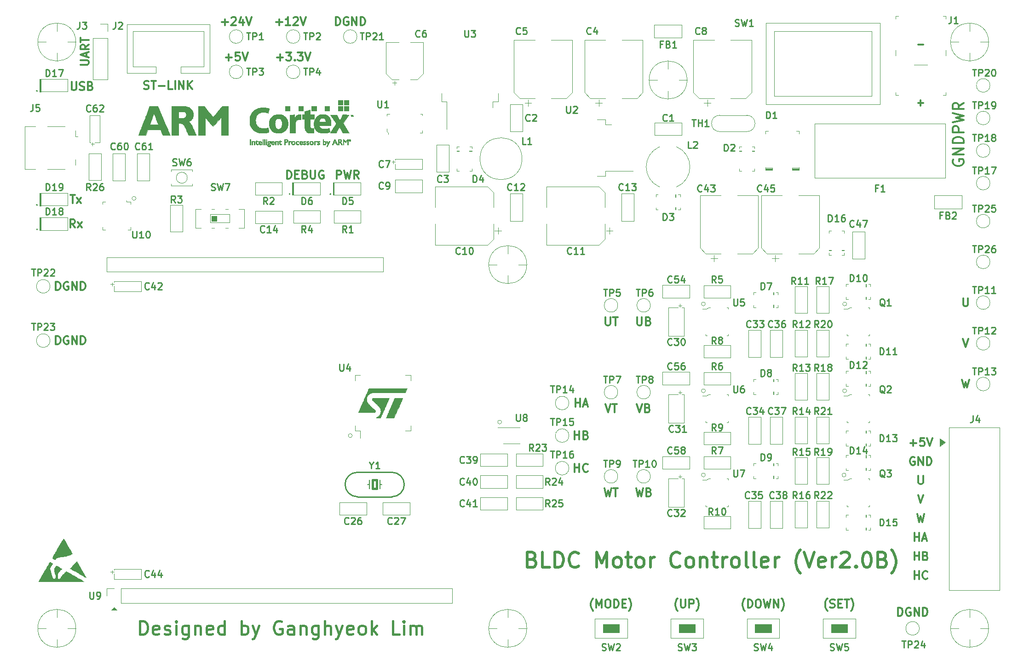
<source format=gbr>
%TF.GenerationSoftware,KiCad,Pcbnew,(5.1.7)-1*%
%TF.CreationDate,2021-02-07T17:43:08+09:00*%
%TF.ProjectId,BLDC_Motor_Controller_Ver2.0A,424c4443-5f4d-46f7-946f-725f436f6e74,Ver 2.0A*%
%TF.SameCoordinates,Original*%
%TF.FileFunction,Legend,Top*%
%TF.FilePolarity,Positive*%
%FSLAX46Y46*%
G04 Gerber Fmt 4.6, Leading zero omitted, Abs format (unit mm)*
G04 Created by KiCad (PCBNEW (5.1.7)-1) date 2021-02-07 17:43:08*
%MOMM*%
%LPD*%
G01*
G04 APERTURE LIST*
%ADD10C,0.300000*%
%ADD11C,0.120000*%
%ADD12C,0.400000*%
%ADD13C,0.500000*%
%ADD14C,0.010000*%
%ADD15C,0.100000*%
%ADD16C,0.200000*%
%ADD17C,0.398780*%
%ADD18C,0.200660*%
%ADD19C,0.248920*%
%ADD20C,0.250000*%
G04 APERTURE END LIST*
D10*
X229607142Y-101178571D02*
X229964285Y-102678571D01*
X230250000Y-101607142D01*
X230535714Y-102678571D01*
X230892857Y-101178571D01*
X229750000Y-93678571D02*
X230250000Y-95178571D01*
X230750000Y-93678571D01*
X229821428Y-86178571D02*
X229821428Y-87392857D01*
X229892857Y-87535714D01*
X229964285Y-87607142D01*
X230107142Y-87678571D01*
X230392857Y-87678571D01*
X230535714Y-87607142D01*
X230607142Y-87535714D01*
X230678571Y-87392857D01*
X230678571Y-86178571D01*
X158321428Y-118178571D02*
X158321428Y-116678571D01*
X158321428Y-117392857D02*
X159178571Y-117392857D01*
X159178571Y-118178571D02*
X159178571Y-116678571D01*
X160750000Y-118035714D02*
X160678571Y-118107142D01*
X160464285Y-118178571D01*
X160321428Y-118178571D01*
X160107142Y-118107142D01*
X159964285Y-117964285D01*
X159892857Y-117821428D01*
X159821428Y-117535714D01*
X159821428Y-117321428D01*
X159892857Y-117035714D01*
X159964285Y-116892857D01*
X160107142Y-116750000D01*
X160321428Y-116678571D01*
X160464285Y-116678571D01*
X160678571Y-116750000D01*
X160750000Y-116821428D01*
X158321428Y-112178571D02*
X158321428Y-110678571D01*
X158321428Y-111392857D02*
X159178571Y-111392857D01*
X159178571Y-112178571D02*
X159178571Y-110678571D01*
X160392857Y-111392857D02*
X160607142Y-111464285D01*
X160678571Y-111535714D01*
X160750000Y-111678571D01*
X160750000Y-111892857D01*
X160678571Y-112035714D01*
X160607142Y-112107142D01*
X160464285Y-112178571D01*
X159892857Y-112178571D01*
X159892857Y-110678571D01*
X160392857Y-110678571D01*
X160535714Y-110750000D01*
X160607142Y-110821428D01*
X160678571Y-110964285D01*
X160678571Y-111107142D01*
X160607142Y-111250000D01*
X160535714Y-111321428D01*
X160392857Y-111392857D01*
X159892857Y-111392857D01*
X158428571Y-106178571D02*
X158428571Y-104678571D01*
X158428571Y-105392857D02*
X159285714Y-105392857D01*
X159285714Y-106178571D02*
X159285714Y-104678571D01*
X159928571Y-105750000D02*
X160642857Y-105750000D01*
X159785714Y-106178571D02*
X160285714Y-104678571D01*
X160785714Y-106178571D01*
X105342857Y-64178571D02*
X105342857Y-62678571D01*
X105700000Y-62678571D01*
X105914285Y-62750000D01*
X106057142Y-62892857D01*
X106128571Y-63035714D01*
X106200000Y-63321428D01*
X106200000Y-63535714D01*
X106128571Y-63821428D01*
X106057142Y-63964285D01*
X105914285Y-64107142D01*
X105700000Y-64178571D01*
X105342857Y-64178571D01*
X106842857Y-63392857D02*
X107342857Y-63392857D01*
X107557142Y-64178571D02*
X106842857Y-64178571D01*
X106842857Y-62678571D01*
X107557142Y-62678571D01*
X108700000Y-63392857D02*
X108914285Y-63464285D01*
X108985714Y-63535714D01*
X109057142Y-63678571D01*
X109057142Y-63892857D01*
X108985714Y-64035714D01*
X108914285Y-64107142D01*
X108771428Y-64178571D01*
X108200000Y-64178571D01*
X108200000Y-62678571D01*
X108700000Y-62678571D01*
X108842857Y-62750000D01*
X108914285Y-62821428D01*
X108985714Y-62964285D01*
X108985714Y-63107142D01*
X108914285Y-63250000D01*
X108842857Y-63321428D01*
X108700000Y-63392857D01*
X108200000Y-63392857D01*
X109700000Y-62678571D02*
X109700000Y-63892857D01*
X109771428Y-64035714D01*
X109842857Y-64107142D01*
X109985714Y-64178571D01*
X110271428Y-64178571D01*
X110414285Y-64107142D01*
X110485714Y-64035714D01*
X110557142Y-63892857D01*
X110557142Y-62678571D01*
X112057142Y-62750000D02*
X111914285Y-62678571D01*
X111700000Y-62678571D01*
X111485714Y-62750000D01*
X111342857Y-62892857D01*
X111271428Y-63035714D01*
X111200000Y-63321428D01*
X111200000Y-63535714D01*
X111271428Y-63821428D01*
X111342857Y-63964285D01*
X111485714Y-64107142D01*
X111700000Y-64178571D01*
X111842857Y-64178571D01*
X112057142Y-64107142D01*
X112128571Y-64035714D01*
X112128571Y-63535714D01*
X111842857Y-63535714D01*
X114500000Y-64178571D02*
X114500000Y-62678571D01*
X115071428Y-62678571D01*
X115214285Y-62750000D01*
X115285714Y-62821428D01*
X115357142Y-62964285D01*
X115357142Y-63178571D01*
X115285714Y-63321428D01*
X115214285Y-63392857D01*
X115071428Y-63464285D01*
X114500000Y-63464285D01*
X115857142Y-62678571D02*
X116214285Y-64178571D01*
X116500000Y-63107142D01*
X116785714Y-64178571D01*
X117142857Y-62678571D01*
X118571428Y-64178571D02*
X118071428Y-63464285D01*
X117714285Y-64178571D02*
X117714285Y-62678571D01*
X118285714Y-62678571D01*
X118428571Y-62750000D01*
X118500000Y-62821428D01*
X118571428Y-62964285D01*
X118571428Y-63178571D01*
X118500000Y-63321428D01*
X118428571Y-63392857D01*
X118285714Y-63464285D01*
X117714285Y-63464285D01*
D11*
X117360555Y-111500000D02*
G75*
G03*
X117360555Y-111500000I-360555J0D01*
G01*
X144860555Y-109000000D02*
G75*
G03*
X144860555Y-109000000I-360555J0D01*
G01*
X182360555Y-87250000D02*
G75*
G03*
X182360555Y-87250000I-360555J0D01*
G01*
X182360555Y-103250000D02*
G75*
G03*
X182360555Y-103250000I-360555J0D01*
G01*
X182360555Y-118750000D02*
G75*
G03*
X182360555Y-118750000I-360555J0D01*
G01*
X208250000Y-118750000D02*
G75*
G03*
X208250000Y-118750000I-360555J0D01*
G01*
X208360555Y-103250000D02*
G75*
G03*
X208360555Y-103250000I-360555J0D01*
G01*
X208360555Y-87250000D02*
G75*
G03*
X208360555Y-87250000I-360555J0D01*
G01*
D10*
X169607142Y-121178571D02*
X169964285Y-122678571D01*
X170250000Y-121607142D01*
X170535714Y-122678571D01*
X170892857Y-121178571D01*
X171964285Y-121892857D02*
X172178571Y-121964285D01*
X172250000Y-122035714D01*
X172321428Y-122178571D01*
X172321428Y-122392857D01*
X172250000Y-122535714D01*
X172178571Y-122607142D01*
X172035714Y-122678571D01*
X171464285Y-122678571D01*
X171464285Y-121178571D01*
X171964285Y-121178571D01*
X172107142Y-121250000D01*
X172178571Y-121321428D01*
X172250000Y-121464285D01*
X172250000Y-121607142D01*
X172178571Y-121750000D01*
X172107142Y-121821428D01*
X171964285Y-121892857D01*
X171464285Y-121892857D01*
X163785714Y-121178571D02*
X164142857Y-122678571D01*
X164428571Y-121607142D01*
X164714285Y-122678571D01*
X165071428Y-121178571D01*
X165428571Y-121178571D02*
X166285714Y-121178571D01*
X165857142Y-122678571D02*
X165857142Y-121178571D01*
X169750000Y-105678571D02*
X170250000Y-107178571D01*
X170750000Y-105678571D01*
X171750000Y-106392857D02*
X171964285Y-106464285D01*
X172035714Y-106535714D01*
X172107142Y-106678571D01*
X172107142Y-106892857D01*
X172035714Y-107035714D01*
X171964285Y-107107142D01*
X171821428Y-107178571D01*
X171250000Y-107178571D01*
X171250000Y-105678571D01*
X171750000Y-105678571D01*
X171892857Y-105750000D01*
X171964285Y-105821428D01*
X172035714Y-105964285D01*
X172035714Y-106107142D01*
X171964285Y-106250000D01*
X171892857Y-106321428D01*
X171750000Y-106392857D01*
X171250000Y-106392857D01*
X163928571Y-105678571D02*
X164428571Y-107178571D01*
X164928571Y-105678571D01*
X165214285Y-105678571D02*
X166071428Y-105678571D01*
X165642857Y-107178571D02*
X165642857Y-105678571D01*
X169821428Y-89678571D02*
X169821428Y-90892857D01*
X169892857Y-91035714D01*
X169964285Y-91107142D01*
X170107142Y-91178571D01*
X170392857Y-91178571D01*
X170535714Y-91107142D01*
X170607142Y-91035714D01*
X170678571Y-90892857D01*
X170678571Y-89678571D01*
X171892857Y-90392857D02*
X172107142Y-90464285D01*
X172178571Y-90535714D01*
X172250000Y-90678571D01*
X172250000Y-90892857D01*
X172178571Y-91035714D01*
X172107142Y-91107142D01*
X171964285Y-91178571D01*
X171392857Y-91178571D01*
X171392857Y-89678571D01*
X171892857Y-89678571D01*
X172035714Y-89750000D01*
X172107142Y-89821428D01*
X172178571Y-89964285D01*
X172178571Y-90107142D01*
X172107142Y-90250000D01*
X172035714Y-90321428D01*
X171892857Y-90392857D01*
X171392857Y-90392857D01*
X164000000Y-89678571D02*
X164000000Y-90892857D01*
X164071428Y-91035714D01*
X164142857Y-91107142D01*
X164285714Y-91178571D01*
X164571428Y-91178571D01*
X164714285Y-91107142D01*
X164785714Y-91035714D01*
X164857142Y-90892857D01*
X164857142Y-89678571D01*
X165357142Y-89678571D02*
X166214285Y-89678571D01*
X165785714Y-91178571D02*
X165785714Y-89678571D01*
D11*
X77560555Y-67800000D02*
G75*
G03*
X77560555Y-67800000I-360555J0D01*
G01*
D10*
X114321428Y-35928571D02*
X114321428Y-34428571D01*
X114678571Y-34428571D01*
X114892857Y-34500000D01*
X115035714Y-34642857D01*
X115107142Y-34785714D01*
X115178571Y-35071428D01*
X115178571Y-35285714D01*
X115107142Y-35571428D01*
X115035714Y-35714285D01*
X114892857Y-35857142D01*
X114678571Y-35928571D01*
X114321428Y-35928571D01*
X116607142Y-34500000D02*
X116464285Y-34428571D01*
X116250000Y-34428571D01*
X116035714Y-34500000D01*
X115892857Y-34642857D01*
X115821428Y-34785714D01*
X115750000Y-35071428D01*
X115750000Y-35285714D01*
X115821428Y-35571428D01*
X115892857Y-35714285D01*
X116035714Y-35857142D01*
X116250000Y-35928571D01*
X116392857Y-35928571D01*
X116607142Y-35857142D01*
X116678571Y-35785714D01*
X116678571Y-35285714D01*
X116392857Y-35285714D01*
X117321428Y-35928571D02*
X117321428Y-34428571D01*
X118178571Y-35928571D01*
X118178571Y-34428571D01*
X118892857Y-35928571D02*
X118892857Y-34428571D01*
X119250000Y-34428571D01*
X119464285Y-34500000D01*
X119607142Y-34642857D01*
X119678571Y-34785714D01*
X119750000Y-35071428D01*
X119750000Y-35285714D01*
X119678571Y-35571428D01*
X119607142Y-35714285D01*
X119464285Y-35857142D01*
X119250000Y-35928571D01*
X118892857Y-35928571D01*
X103500000Y-41857142D02*
X104642857Y-41857142D01*
X104071428Y-42428571D02*
X104071428Y-41285714D01*
X105214285Y-40928571D02*
X106142857Y-40928571D01*
X105642857Y-41500000D01*
X105857142Y-41500000D01*
X106000000Y-41571428D01*
X106071428Y-41642857D01*
X106142857Y-41785714D01*
X106142857Y-42142857D01*
X106071428Y-42285714D01*
X106000000Y-42357142D01*
X105857142Y-42428571D01*
X105428571Y-42428571D01*
X105285714Y-42357142D01*
X105214285Y-42285714D01*
X106785714Y-42285714D02*
X106857142Y-42357142D01*
X106785714Y-42428571D01*
X106714285Y-42357142D01*
X106785714Y-42285714D01*
X106785714Y-42428571D01*
X107357142Y-40928571D02*
X108285714Y-40928571D01*
X107785714Y-41500000D01*
X108000000Y-41500000D01*
X108142857Y-41571428D01*
X108214285Y-41642857D01*
X108285714Y-41785714D01*
X108285714Y-42142857D01*
X108214285Y-42285714D01*
X108142857Y-42357142D01*
X108000000Y-42428571D01*
X107571428Y-42428571D01*
X107428571Y-42357142D01*
X107357142Y-42285714D01*
X108714285Y-40928571D02*
X109214285Y-42428571D01*
X109714285Y-40928571D01*
X94071428Y-41857142D02*
X95214285Y-41857142D01*
X94642857Y-42428571D02*
X94642857Y-41285714D01*
X96642857Y-40928571D02*
X95928571Y-40928571D01*
X95857142Y-41642857D01*
X95928571Y-41571428D01*
X96071428Y-41500000D01*
X96428571Y-41500000D01*
X96571428Y-41571428D01*
X96642857Y-41642857D01*
X96714285Y-41785714D01*
X96714285Y-42142857D01*
X96642857Y-42285714D01*
X96571428Y-42357142D01*
X96428571Y-42428571D01*
X96071428Y-42428571D01*
X95928571Y-42357142D01*
X95857142Y-42285714D01*
X97142857Y-40928571D02*
X97642857Y-42428571D01*
X98142857Y-40928571D01*
X103357142Y-35357142D02*
X104500000Y-35357142D01*
X103928571Y-35928571D02*
X103928571Y-34785714D01*
X106000000Y-35928571D02*
X105142857Y-35928571D01*
X105571428Y-35928571D02*
X105571428Y-34428571D01*
X105428571Y-34642857D01*
X105285714Y-34785714D01*
X105142857Y-34857142D01*
X106571428Y-34571428D02*
X106642857Y-34500000D01*
X106785714Y-34428571D01*
X107142857Y-34428571D01*
X107285714Y-34500000D01*
X107357142Y-34571428D01*
X107428571Y-34714285D01*
X107428571Y-34857142D01*
X107357142Y-35071428D01*
X106500000Y-35928571D01*
X107428571Y-35928571D01*
X107857142Y-34428571D02*
X108357142Y-35928571D01*
X108857142Y-34428571D01*
X93357142Y-35357142D02*
X94500000Y-35357142D01*
X93928571Y-35928571D02*
X93928571Y-34785714D01*
X95142857Y-34571428D02*
X95214285Y-34500000D01*
X95357142Y-34428571D01*
X95714285Y-34428571D01*
X95857142Y-34500000D01*
X95928571Y-34571428D01*
X96000000Y-34714285D01*
X96000000Y-34857142D01*
X95928571Y-35071428D01*
X95071428Y-35928571D01*
X96000000Y-35928571D01*
X97285714Y-34928571D02*
X97285714Y-35928571D01*
X96928571Y-34357142D02*
X96571428Y-35428571D01*
X97500000Y-35428571D01*
X97857142Y-34428571D02*
X98357142Y-35928571D01*
X98857142Y-34428571D01*
X65707142Y-46378571D02*
X65707142Y-47592857D01*
X65778571Y-47735714D01*
X65850000Y-47807142D01*
X65992857Y-47878571D01*
X66278571Y-47878571D01*
X66421428Y-47807142D01*
X66492857Y-47735714D01*
X66564285Y-47592857D01*
X66564285Y-46378571D01*
X67207142Y-47807142D02*
X67421428Y-47878571D01*
X67778571Y-47878571D01*
X67921428Y-47807142D01*
X67992857Y-47735714D01*
X68064285Y-47592857D01*
X68064285Y-47450000D01*
X67992857Y-47307142D01*
X67921428Y-47235714D01*
X67778571Y-47164285D01*
X67492857Y-47092857D01*
X67350000Y-47021428D01*
X67278571Y-46950000D01*
X67207142Y-46807142D01*
X67207142Y-46664285D01*
X67278571Y-46521428D01*
X67350000Y-46450000D01*
X67492857Y-46378571D01*
X67850000Y-46378571D01*
X68064285Y-46450000D01*
X69207142Y-47092857D02*
X69421428Y-47164285D01*
X69492857Y-47235714D01*
X69564285Y-47378571D01*
X69564285Y-47592857D01*
X69492857Y-47735714D01*
X69421428Y-47807142D01*
X69278571Y-47878571D01*
X68707142Y-47878571D01*
X68707142Y-46378571D01*
X69207142Y-46378571D01*
X69350000Y-46450000D01*
X69421428Y-46521428D01*
X69492857Y-46664285D01*
X69492857Y-46807142D01*
X69421428Y-46950000D01*
X69350000Y-47021428D01*
X69207142Y-47092857D01*
X68707142Y-47092857D01*
X67378571Y-43192857D02*
X68592857Y-43192857D01*
X68735714Y-43121428D01*
X68807142Y-43050000D01*
X68878571Y-42907142D01*
X68878571Y-42621428D01*
X68807142Y-42478571D01*
X68735714Y-42407142D01*
X68592857Y-42335714D01*
X67378571Y-42335714D01*
X68450000Y-41692857D02*
X68450000Y-40978571D01*
X68878571Y-41835714D02*
X67378571Y-41335714D01*
X68878571Y-40835714D01*
X68878571Y-39478571D02*
X68164285Y-39978571D01*
X68878571Y-40335714D02*
X67378571Y-40335714D01*
X67378571Y-39764285D01*
X67450000Y-39621428D01*
X67521428Y-39550000D01*
X67664285Y-39478571D01*
X67878571Y-39478571D01*
X68021428Y-39550000D01*
X68092857Y-39621428D01*
X68164285Y-39764285D01*
X68164285Y-40335714D01*
X67378571Y-39050000D02*
X67378571Y-38192857D01*
X68878571Y-38621428D02*
X67378571Y-38621428D01*
X66357142Y-73178571D02*
X65857142Y-72464285D01*
X65500000Y-73178571D02*
X65500000Y-71678571D01*
X66071428Y-71678571D01*
X66214285Y-71750000D01*
X66285714Y-71821428D01*
X66357142Y-71964285D01*
X66357142Y-72178571D01*
X66285714Y-72321428D01*
X66214285Y-72392857D01*
X66071428Y-72464285D01*
X65500000Y-72464285D01*
X66857142Y-73178571D02*
X67642857Y-72178571D01*
X66857142Y-72178571D02*
X67642857Y-73178571D01*
X65464285Y-67178571D02*
X66321428Y-67178571D01*
X65892857Y-68678571D02*
X65892857Y-67178571D01*
X66678571Y-68678571D02*
X67464285Y-67678571D01*
X66678571Y-67678571D02*
X67464285Y-68678571D01*
X62821428Y-84678571D02*
X62821428Y-83178571D01*
X63178571Y-83178571D01*
X63392857Y-83250000D01*
X63535714Y-83392857D01*
X63607142Y-83535714D01*
X63678571Y-83821428D01*
X63678571Y-84035714D01*
X63607142Y-84321428D01*
X63535714Y-84464285D01*
X63392857Y-84607142D01*
X63178571Y-84678571D01*
X62821428Y-84678571D01*
X65107142Y-83250000D02*
X64964285Y-83178571D01*
X64750000Y-83178571D01*
X64535714Y-83250000D01*
X64392857Y-83392857D01*
X64321428Y-83535714D01*
X64250000Y-83821428D01*
X64250000Y-84035714D01*
X64321428Y-84321428D01*
X64392857Y-84464285D01*
X64535714Y-84607142D01*
X64750000Y-84678571D01*
X64892857Y-84678571D01*
X65107142Y-84607142D01*
X65178571Y-84535714D01*
X65178571Y-84035714D01*
X64892857Y-84035714D01*
X65821428Y-84678571D02*
X65821428Y-83178571D01*
X66678571Y-84678571D01*
X66678571Y-83178571D01*
X67392857Y-84678571D02*
X67392857Y-83178571D01*
X67750000Y-83178571D01*
X67964285Y-83250000D01*
X68107142Y-83392857D01*
X68178571Y-83535714D01*
X68250000Y-83821428D01*
X68250000Y-84035714D01*
X68178571Y-84321428D01*
X68107142Y-84464285D01*
X67964285Y-84607142D01*
X67750000Y-84678571D01*
X67392857Y-84678571D01*
X62821428Y-94678571D02*
X62821428Y-93178571D01*
X63178571Y-93178571D01*
X63392857Y-93250000D01*
X63535714Y-93392857D01*
X63607142Y-93535714D01*
X63678571Y-93821428D01*
X63678571Y-94035714D01*
X63607142Y-94321428D01*
X63535714Y-94464285D01*
X63392857Y-94607142D01*
X63178571Y-94678571D01*
X62821428Y-94678571D01*
X65107142Y-93250000D02*
X64964285Y-93178571D01*
X64750000Y-93178571D01*
X64535714Y-93250000D01*
X64392857Y-93392857D01*
X64321428Y-93535714D01*
X64250000Y-93821428D01*
X64250000Y-94035714D01*
X64321428Y-94321428D01*
X64392857Y-94464285D01*
X64535714Y-94607142D01*
X64750000Y-94678571D01*
X64892857Y-94678571D01*
X65107142Y-94607142D01*
X65178571Y-94535714D01*
X65178571Y-94035714D01*
X64892857Y-94035714D01*
X65821428Y-94678571D02*
X65821428Y-93178571D01*
X66678571Y-94678571D01*
X66678571Y-93178571D01*
X67392857Y-94678571D02*
X67392857Y-93178571D01*
X67750000Y-93178571D01*
X67964285Y-93250000D01*
X68107142Y-93392857D01*
X68178571Y-93535714D01*
X68250000Y-93821428D01*
X68250000Y-94035714D01*
X68178571Y-94321428D01*
X68107142Y-94464285D01*
X67964285Y-94607142D01*
X67750000Y-94678571D01*
X67392857Y-94678571D01*
X217821428Y-144678571D02*
X217821428Y-143178571D01*
X218178571Y-143178571D01*
X218392857Y-143250000D01*
X218535714Y-143392857D01*
X218607142Y-143535714D01*
X218678571Y-143821428D01*
X218678571Y-144035714D01*
X218607142Y-144321428D01*
X218535714Y-144464285D01*
X218392857Y-144607142D01*
X218178571Y-144678571D01*
X217821428Y-144678571D01*
X220107142Y-143250000D02*
X219964285Y-143178571D01*
X219750000Y-143178571D01*
X219535714Y-143250000D01*
X219392857Y-143392857D01*
X219321428Y-143535714D01*
X219250000Y-143821428D01*
X219250000Y-144035714D01*
X219321428Y-144321428D01*
X219392857Y-144464285D01*
X219535714Y-144607142D01*
X219750000Y-144678571D01*
X219892857Y-144678571D01*
X220107142Y-144607142D01*
X220178571Y-144535714D01*
X220178571Y-144035714D01*
X219892857Y-144035714D01*
X220821428Y-144678571D02*
X220821428Y-143178571D01*
X221678571Y-144678571D01*
X221678571Y-143178571D01*
X222392857Y-144678571D02*
X222392857Y-143178571D01*
X222750000Y-143178571D01*
X222964285Y-143250000D01*
X223107142Y-143392857D01*
X223178571Y-143535714D01*
X223250000Y-143821428D01*
X223250000Y-144035714D01*
X223178571Y-144321428D01*
X223107142Y-144464285D01*
X222964285Y-144607142D01*
X222750000Y-144678571D01*
X222392857Y-144678571D01*
X221500000Y-39500000D02*
X222500000Y-39500000D01*
X222000000Y-49750000D02*
X222000000Y-50750000D01*
X221500000Y-50250000D02*
X222500000Y-50250000D01*
X228000000Y-60666666D02*
X227904761Y-60857142D01*
X227904761Y-61142857D01*
X228000000Y-61428571D01*
X228190476Y-61619047D01*
X228380952Y-61714285D01*
X228761904Y-61809523D01*
X229047619Y-61809523D01*
X229428571Y-61714285D01*
X229619047Y-61619047D01*
X229809523Y-61428571D01*
X229904761Y-61142857D01*
X229904761Y-60952380D01*
X229809523Y-60666666D01*
X229714285Y-60571428D01*
X229047619Y-60571428D01*
X229047619Y-60952380D01*
X229904761Y-59714285D02*
X227904761Y-59714285D01*
X229904761Y-58571428D01*
X227904761Y-58571428D01*
X229904761Y-57619047D02*
X227904761Y-57619047D01*
X227904761Y-57142857D01*
X228000000Y-56857142D01*
X228190476Y-56666666D01*
X228380952Y-56571428D01*
X228761904Y-56476190D01*
X229047619Y-56476190D01*
X229428571Y-56571428D01*
X229619047Y-56666666D01*
X229809523Y-56857142D01*
X229904761Y-57142857D01*
X229904761Y-57619047D01*
X229904761Y-55619047D02*
X227904761Y-55619047D01*
X227904761Y-54857142D01*
X228000000Y-54666666D01*
X228095238Y-54571428D01*
X228285714Y-54476190D01*
X228571428Y-54476190D01*
X228761904Y-54571428D01*
X228857142Y-54666666D01*
X228952380Y-54857142D01*
X228952380Y-55619047D01*
X227904761Y-53809523D02*
X229904761Y-53333333D01*
X228476190Y-52952380D01*
X229904761Y-52571428D01*
X227904761Y-52095238D01*
X229904761Y-50190476D02*
X228952380Y-50857142D01*
X229904761Y-51333333D02*
X227904761Y-51333333D01*
X227904761Y-50571428D01*
X228000000Y-50380952D01*
X228095238Y-50285714D01*
X228285714Y-50190476D01*
X228571428Y-50190476D01*
X228761904Y-50285714D01*
X228857142Y-50380952D01*
X228952380Y-50571428D01*
X228952380Y-51333333D01*
X79071428Y-47607142D02*
X79285714Y-47678571D01*
X79642857Y-47678571D01*
X79785714Y-47607142D01*
X79857142Y-47535714D01*
X79928571Y-47392857D01*
X79928571Y-47250000D01*
X79857142Y-47107142D01*
X79785714Y-47035714D01*
X79642857Y-46964285D01*
X79357142Y-46892857D01*
X79214285Y-46821428D01*
X79142857Y-46750000D01*
X79071428Y-46607142D01*
X79071428Y-46464285D01*
X79142857Y-46321428D01*
X79214285Y-46250000D01*
X79357142Y-46178571D01*
X79714285Y-46178571D01*
X79928571Y-46250000D01*
X80357142Y-46178571D02*
X81214285Y-46178571D01*
X80785714Y-47678571D02*
X80785714Y-46178571D01*
X81714285Y-47107142D02*
X82857142Y-47107142D01*
X84285714Y-47678571D02*
X83571428Y-47678571D01*
X83571428Y-46178571D01*
X84785714Y-47678571D02*
X84785714Y-46178571D01*
X85500000Y-47678571D02*
X85500000Y-46178571D01*
X86357142Y-47678571D01*
X86357142Y-46178571D01*
X87071428Y-47678571D02*
X87071428Y-46178571D01*
X87928571Y-47678571D02*
X87285714Y-46821428D01*
X87928571Y-46178571D02*
X87071428Y-47035714D01*
D12*
X78297619Y-148130952D02*
X78297619Y-145630952D01*
X78892857Y-145630952D01*
X79250000Y-145750000D01*
X79488095Y-145988095D01*
X79607142Y-146226190D01*
X79726190Y-146702380D01*
X79726190Y-147059523D01*
X79607142Y-147535714D01*
X79488095Y-147773809D01*
X79250000Y-148011904D01*
X78892857Y-148130952D01*
X78297619Y-148130952D01*
X81750000Y-148011904D02*
X81511904Y-148130952D01*
X81035714Y-148130952D01*
X80797619Y-148011904D01*
X80678571Y-147773809D01*
X80678571Y-146821428D01*
X80797619Y-146583333D01*
X81035714Y-146464285D01*
X81511904Y-146464285D01*
X81750000Y-146583333D01*
X81869047Y-146821428D01*
X81869047Y-147059523D01*
X80678571Y-147297619D01*
X82821428Y-148011904D02*
X83059523Y-148130952D01*
X83535714Y-148130952D01*
X83773809Y-148011904D01*
X83892857Y-147773809D01*
X83892857Y-147654761D01*
X83773809Y-147416666D01*
X83535714Y-147297619D01*
X83178571Y-147297619D01*
X82940476Y-147178571D01*
X82821428Y-146940476D01*
X82821428Y-146821428D01*
X82940476Y-146583333D01*
X83178571Y-146464285D01*
X83535714Y-146464285D01*
X83773809Y-146583333D01*
X84964285Y-148130952D02*
X84964285Y-146464285D01*
X84964285Y-145630952D02*
X84845238Y-145750000D01*
X84964285Y-145869047D01*
X85083333Y-145750000D01*
X84964285Y-145630952D01*
X84964285Y-145869047D01*
X87226190Y-146464285D02*
X87226190Y-148488095D01*
X87107142Y-148726190D01*
X86988095Y-148845238D01*
X86750000Y-148964285D01*
X86392857Y-148964285D01*
X86154761Y-148845238D01*
X87226190Y-148011904D02*
X86988095Y-148130952D01*
X86511904Y-148130952D01*
X86273809Y-148011904D01*
X86154761Y-147892857D01*
X86035714Y-147654761D01*
X86035714Y-146940476D01*
X86154761Y-146702380D01*
X86273809Y-146583333D01*
X86511904Y-146464285D01*
X86988095Y-146464285D01*
X87226190Y-146583333D01*
X88416666Y-146464285D02*
X88416666Y-148130952D01*
X88416666Y-146702380D02*
X88535714Y-146583333D01*
X88773809Y-146464285D01*
X89130952Y-146464285D01*
X89369047Y-146583333D01*
X89488095Y-146821428D01*
X89488095Y-148130952D01*
X91630952Y-148011904D02*
X91392857Y-148130952D01*
X90916666Y-148130952D01*
X90678571Y-148011904D01*
X90559523Y-147773809D01*
X90559523Y-146821428D01*
X90678571Y-146583333D01*
X90916666Y-146464285D01*
X91392857Y-146464285D01*
X91630952Y-146583333D01*
X91750000Y-146821428D01*
X91750000Y-147059523D01*
X90559523Y-147297619D01*
X93892857Y-148130952D02*
X93892857Y-145630952D01*
X93892857Y-148011904D02*
X93654761Y-148130952D01*
X93178571Y-148130952D01*
X92940476Y-148011904D01*
X92821428Y-147892857D01*
X92702380Y-147654761D01*
X92702380Y-146940476D01*
X92821428Y-146702380D01*
X92940476Y-146583333D01*
X93178571Y-146464285D01*
X93654761Y-146464285D01*
X93892857Y-146583333D01*
X96988095Y-148130952D02*
X96988095Y-145630952D01*
X96988095Y-146583333D02*
X97226190Y-146464285D01*
X97702380Y-146464285D01*
X97940476Y-146583333D01*
X98059523Y-146702380D01*
X98178571Y-146940476D01*
X98178571Y-147654761D01*
X98059523Y-147892857D01*
X97940476Y-148011904D01*
X97702380Y-148130952D01*
X97226190Y-148130952D01*
X96988095Y-148011904D01*
X99011904Y-146464285D02*
X99607142Y-148130952D01*
X100202380Y-146464285D02*
X99607142Y-148130952D01*
X99369047Y-148726190D01*
X99250000Y-148845238D01*
X99011904Y-148964285D01*
X104369047Y-145750000D02*
X104130952Y-145630952D01*
X103773809Y-145630952D01*
X103416666Y-145750000D01*
X103178571Y-145988095D01*
X103059523Y-146226190D01*
X102940476Y-146702380D01*
X102940476Y-147059523D01*
X103059523Y-147535714D01*
X103178571Y-147773809D01*
X103416666Y-148011904D01*
X103773809Y-148130952D01*
X104011904Y-148130952D01*
X104369047Y-148011904D01*
X104488095Y-147892857D01*
X104488095Y-147059523D01*
X104011904Y-147059523D01*
X106630952Y-148130952D02*
X106630952Y-146821428D01*
X106511904Y-146583333D01*
X106273809Y-146464285D01*
X105797619Y-146464285D01*
X105559523Y-146583333D01*
X106630952Y-148011904D02*
X106392857Y-148130952D01*
X105797619Y-148130952D01*
X105559523Y-148011904D01*
X105440476Y-147773809D01*
X105440476Y-147535714D01*
X105559523Y-147297619D01*
X105797619Y-147178571D01*
X106392857Y-147178571D01*
X106630952Y-147059523D01*
X107821428Y-146464285D02*
X107821428Y-148130952D01*
X107821428Y-146702380D02*
X107940476Y-146583333D01*
X108178571Y-146464285D01*
X108535714Y-146464285D01*
X108773809Y-146583333D01*
X108892857Y-146821428D01*
X108892857Y-148130952D01*
X111154761Y-146464285D02*
X111154761Y-148488095D01*
X111035714Y-148726190D01*
X110916666Y-148845238D01*
X110678571Y-148964285D01*
X110321428Y-148964285D01*
X110083333Y-148845238D01*
X111154761Y-148011904D02*
X110916666Y-148130952D01*
X110440476Y-148130952D01*
X110202380Y-148011904D01*
X110083333Y-147892857D01*
X109964285Y-147654761D01*
X109964285Y-146940476D01*
X110083333Y-146702380D01*
X110202380Y-146583333D01*
X110440476Y-146464285D01*
X110916666Y-146464285D01*
X111154761Y-146583333D01*
X112345238Y-148130952D02*
X112345238Y-145630952D01*
X113416666Y-148130952D02*
X113416666Y-146821428D01*
X113297619Y-146583333D01*
X113059523Y-146464285D01*
X112702380Y-146464285D01*
X112464285Y-146583333D01*
X112345238Y-146702380D01*
X114369047Y-146464285D02*
X114964285Y-148130952D01*
X115559523Y-146464285D02*
X114964285Y-148130952D01*
X114726190Y-148726190D01*
X114607142Y-148845238D01*
X114369047Y-148964285D01*
X117464285Y-148011904D02*
X117226190Y-148130952D01*
X116750000Y-148130952D01*
X116511904Y-148011904D01*
X116392857Y-147773809D01*
X116392857Y-146821428D01*
X116511904Y-146583333D01*
X116750000Y-146464285D01*
X117226190Y-146464285D01*
X117464285Y-146583333D01*
X117583333Y-146821428D01*
X117583333Y-147059523D01*
X116392857Y-147297619D01*
X119011904Y-148130952D02*
X118773809Y-148011904D01*
X118654761Y-147892857D01*
X118535714Y-147654761D01*
X118535714Y-146940476D01*
X118654761Y-146702380D01*
X118773809Y-146583333D01*
X119011904Y-146464285D01*
X119369047Y-146464285D01*
X119607142Y-146583333D01*
X119726190Y-146702380D01*
X119845238Y-146940476D01*
X119845238Y-147654761D01*
X119726190Y-147892857D01*
X119607142Y-148011904D01*
X119369047Y-148130952D01*
X119011904Y-148130952D01*
X120916666Y-148130952D02*
X120916666Y-145630952D01*
X121154761Y-147178571D02*
X121869047Y-148130952D01*
X121869047Y-146464285D02*
X120916666Y-147416666D01*
X126035714Y-148130952D02*
X124845238Y-148130952D01*
X124845238Y-145630952D01*
X126869047Y-148130952D02*
X126869047Y-146464285D01*
X126869047Y-145630952D02*
X126749999Y-145750000D01*
X126869047Y-145869047D01*
X126988095Y-145750000D01*
X126869047Y-145630952D01*
X126869047Y-145869047D01*
X128059523Y-148130952D02*
X128059523Y-146464285D01*
X128059523Y-146702380D02*
X128178571Y-146583333D01*
X128416666Y-146464285D01*
X128773809Y-146464285D01*
X129011904Y-146583333D01*
X129130952Y-146821428D01*
X129130952Y-148130952D01*
X129130952Y-146821428D02*
X129249999Y-146583333D01*
X129488095Y-146464285D01*
X129845238Y-146464285D01*
X130083333Y-146583333D01*
X130202380Y-146821428D01*
X130202380Y-148130952D01*
D10*
X220821428Y-137928571D02*
X220821428Y-136428571D01*
X220821428Y-137142857D02*
X221678571Y-137142857D01*
X221678571Y-137928571D02*
X221678571Y-136428571D01*
X223250000Y-137785714D02*
X223178571Y-137857142D01*
X222964285Y-137928571D01*
X222821428Y-137928571D01*
X222607142Y-137857142D01*
X222464285Y-137714285D01*
X222392857Y-137571428D01*
X222321428Y-137285714D01*
X222321428Y-137071428D01*
X222392857Y-136785714D01*
X222464285Y-136642857D01*
X222607142Y-136500000D01*
X222821428Y-136428571D01*
X222964285Y-136428571D01*
X223178571Y-136500000D01*
X223250000Y-136571428D01*
X220821428Y-134428571D02*
X220821428Y-132928571D01*
X220821428Y-133642857D02*
X221678571Y-133642857D01*
X221678571Y-134428571D02*
X221678571Y-132928571D01*
X222892857Y-133642857D02*
X223107142Y-133714285D01*
X223178571Y-133785714D01*
X223250000Y-133928571D01*
X223250000Y-134142857D01*
X223178571Y-134285714D01*
X223107142Y-134357142D01*
X222964285Y-134428571D01*
X222392857Y-134428571D01*
X222392857Y-132928571D01*
X222892857Y-132928571D01*
X223035714Y-133000000D01*
X223107142Y-133071428D01*
X223178571Y-133214285D01*
X223178571Y-133357142D01*
X223107142Y-133500000D01*
X223035714Y-133571428D01*
X222892857Y-133642857D01*
X222392857Y-133642857D01*
X220828571Y-130928571D02*
X220828571Y-129428571D01*
X220828571Y-130142857D02*
X221685714Y-130142857D01*
X221685714Y-130928571D02*
X221685714Y-129428571D01*
X222328571Y-130500000D02*
X223042857Y-130500000D01*
X222185714Y-130928571D02*
X222685714Y-129428571D01*
X223185714Y-130928571D01*
X221357142Y-125928571D02*
X221714285Y-127428571D01*
X222000000Y-126357142D01*
X222285714Y-127428571D01*
X222642857Y-125928571D01*
X221500000Y-122428571D02*
X222000000Y-123928571D01*
X222500000Y-122428571D01*
X221571428Y-118928571D02*
X221571428Y-120142857D01*
X221642857Y-120285714D01*
X221714285Y-120357142D01*
X221857142Y-120428571D01*
X222142857Y-120428571D01*
X222285714Y-120357142D01*
X222357142Y-120285714D01*
X222428571Y-120142857D01*
X222428571Y-118928571D01*
X220857142Y-115500000D02*
X220714285Y-115428571D01*
X220500000Y-115428571D01*
X220285714Y-115500000D01*
X220142857Y-115642857D01*
X220071428Y-115785714D01*
X220000000Y-116071428D01*
X220000000Y-116285714D01*
X220071428Y-116571428D01*
X220142857Y-116714285D01*
X220285714Y-116857142D01*
X220500000Y-116928571D01*
X220642857Y-116928571D01*
X220857142Y-116857142D01*
X220928571Y-116785714D01*
X220928571Y-116285714D01*
X220642857Y-116285714D01*
X221571428Y-116928571D02*
X221571428Y-115428571D01*
X222428571Y-116928571D01*
X222428571Y-115428571D01*
X223142857Y-116928571D02*
X223142857Y-115428571D01*
X223500000Y-115428571D01*
X223714285Y-115500000D01*
X223857142Y-115642857D01*
X223928571Y-115785714D01*
X224000000Y-116071428D01*
X224000000Y-116285714D01*
X223928571Y-116571428D01*
X223857142Y-116714285D01*
X223714285Y-116857142D01*
X223500000Y-116928571D01*
X223142857Y-116928571D01*
X220071428Y-112857142D02*
X221214285Y-112857142D01*
X220642857Y-113428571D02*
X220642857Y-112285714D01*
X222642857Y-111928571D02*
X221928571Y-111928571D01*
X221857142Y-112642857D01*
X221928571Y-112571428D01*
X222071428Y-112500000D01*
X222428571Y-112500000D01*
X222571428Y-112571428D01*
X222642857Y-112642857D01*
X222714285Y-112785714D01*
X222714285Y-113142857D01*
X222642857Y-113285714D01*
X222571428Y-113357142D01*
X222428571Y-113428571D01*
X222071428Y-113428571D01*
X221928571Y-113357142D01*
X221857142Y-113285714D01*
X223142857Y-111928571D02*
X223642857Y-113428571D01*
X224142857Y-111928571D01*
X204821428Y-143750000D02*
X204750000Y-143678571D01*
X204607142Y-143464285D01*
X204535714Y-143321428D01*
X204464285Y-143107142D01*
X204392857Y-142750000D01*
X204392857Y-142464285D01*
X204464285Y-142107142D01*
X204535714Y-141892857D01*
X204607142Y-141750000D01*
X204750000Y-141535714D01*
X204821428Y-141464285D01*
X205321428Y-143107142D02*
X205535714Y-143178571D01*
X205892857Y-143178571D01*
X206035714Y-143107142D01*
X206107142Y-143035714D01*
X206178571Y-142892857D01*
X206178571Y-142750000D01*
X206107142Y-142607142D01*
X206035714Y-142535714D01*
X205892857Y-142464285D01*
X205607142Y-142392857D01*
X205464285Y-142321428D01*
X205392857Y-142250000D01*
X205321428Y-142107142D01*
X205321428Y-141964285D01*
X205392857Y-141821428D01*
X205464285Y-141750000D01*
X205607142Y-141678571D01*
X205964285Y-141678571D01*
X206178571Y-141750000D01*
X206821428Y-142392857D02*
X207321428Y-142392857D01*
X207535714Y-143178571D02*
X206821428Y-143178571D01*
X206821428Y-141678571D01*
X207535714Y-141678571D01*
X207964285Y-141678571D02*
X208821428Y-141678571D01*
X208392857Y-143178571D02*
X208392857Y-141678571D01*
X209178571Y-143750000D02*
X209250000Y-143678571D01*
X209392857Y-143464285D01*
X209464285Y-143321428D01*
X209535714Y-143107142D01*
X209607142Y-142750000D01*
X209607142Y-142464285D01*
X209535714Y-142107142D01*
X209464285Y-141892857D01*
X209392857Y-141750000D01*
X209250000Y-141535714D01*
X209178571Y-141464285D01*
X189607142Y-143750000D02*
X189535714Y-143678571D01*
X189392857Y-143464285D01*
X189321428Y-143321428D01*
X189250000Y-143107142D01*
X189178571Y-142750000D01*
X189178571Y-142464285D01*
X189250000Y-142107142D01*
X189321428Y-141892857D01*
X189392857Y-141750000D01*
X189535714Y-141535714D01*
X189607142Y-141464285D01*
X190178571Y-143178571D02*
X190178571Y-141678571D01*
X190535714Y-141678571D01*
X190750000Y-141750000D01*
X190892857Y-141892857D01*
X190964285Y-142035714D01*
X191035714Y-142321428D01*
X191035714Y-142535714D01*
X190964285Y-142821428D01*
X190892857Y-142964285D01*
X190750000Y-143107142D01*
X190535714Y-143178571D01*
X190178571Y-143178571D01*
X191964285Y-141678571D02*
X192250000Y-141678571D01*
X192392857Y-141750000D01*
X192535714Y-141892857D01*
X192607142Y-142178571D01*
X192607142Y-142678571D01*
X192535714Y-142964285D01*
X192392857Y-143107142D01*
X192250000Y-143178571D01*
X191964285Y-143178571D01*
X191821428Y-143107142D01*
X191678571Y-142964285D01*
X191607142Y-142678571D01*
X191607142Y-142178571D01*
X191678571Y-141892857D01*
X191821428Y-141750000D01*
X191964285Y-141678571D01*
X193107142Y-141678571D02*
X193464285Y-143178571D01*
X193750000Y-142107142D01*
X194035714Y-143178571D01*
X194392857Y-141678571D01*
X194964285Y-143178571D02*
X194964285Y-141678571D01*
X195821428Y-143178571D01*
X195821428Y-141678571D01*
X196392857Y-143750000D02*
X196464285Y-143678571D01*
X196607142Y-143464285D01*
X196678571Y-143321428D01*
X196750000Y-143107142D01*
X196821428Y-142750000D01*
X196821428Y-142464285D01*
X196750000Y-142107142D01*
X196678571Y-141892857D01*
X196607142Y-141750000D01*
X196464285Y-141535714D01*
X196392857Y-141464285D01*
X177250000Y-143750000D02*
X177178571Y-143678571D01*
X177035714Y-143464285D01*
X176964285Y-143321428D01*
X176892857Y-143107142D01*
X176821428Y-142750000D01*
X176821428Y-142464285D01*
X176892857Y-142107142D01*
X176964285Y-141892857D01*
X177035714Y-141750000D01*
X177178571Y-141535714D01*
X177250000Y-141464285D01*
X177821428Y-141678571D02*
X177821428Y-142892857D01*
X177892857Y-143035714D01*
X177964285Y-143107142D01*
X178107142Y-143178571D01*
X178392857Y-143178571D01*
X178535714Y-143107142D01*
X178607142Y-143035714D01*
X178678571Y-142892857D01*
X178678571Y-141678571D01*
X179392857Y-143178571D02*
X179392857Y-141678571D01*
X179964285Y-141678571D01*
X180107142Y-141750000D01*
X180178571Y-141821428D01*
X180250000Y-141964285D01*
X180250000Y-142178571D01*
X180178571Y-142321428D01*
X180107142Y-142392857D01*
X179964285Y-142464285D01*
X179392857Y-142464285D01*
X180750000Y-143750000D02*
X180821428Y-143678571D01*
X180964285Y-143464285D01*
X181035714Y-143321428D01*
X181107142Y-143107142D01*
X181178571Y-142750000D01*
X181178571Y-142464285D01*
X181107142Y-142107142D01*
X181035714Y-141892857D01*
X180964285Y-141750000D01*
X180821428Y-141535714D01*
X180750000Y-141464285D01*
X161714285Y-143750000D02*
X161642857Y-143678571D01*
X161500000Y-143464285D01*
X161428571Y-143321428D01*
X161357142Y-143107142D01*
X161285714Y-142750000D01*
X161285714Y-142464285D01*
X161357142Y-142107142D01*
X161428571Y-141892857D01*
X161500000Y-141750000D01*
X161642857Y-141535714D01*
X161714285Y-141464285D01*
X162285714Y-143178571D02*
X162285714Y-141678571D01*
X162785714Y-142750000D01*
X163285714Y-141678571D01*
X163285714Y-143178571D01*
X164285714Y-141678571D02*
X164571428Y-141678571D01*
X164714285Y-141750000D01*
X164857142Y-141892857D01*
X164928571Y-142178571D01*
X164928571Y-142678571D01*
X164857142Y-142964285D01*
X164714285Y-143107142D01*
X164571428Y-143178571D01*
X164285714Y-143178571D01*
X164142857Y-143107142D01*
X164000000Y-142964285D01*
X163928571Y-142678571D01*
X163928571Y-142178571D01*
X164000000Y-141892857D01*
X164142857Y-141750000D01*
X164285714Y-141678571D01*
X165571428Y-143178571D02*
X165571428Y-141678571D01*
X165928571Y-141678571D01*
X166142857Y-141750000D01*
X166285714Y-141892857D01*
X166357142Y-142035714D01*
X166428571Y-142321428D01*
X166428571Y-142535714D01*
X166357142Y-142821428D01*
X166285714Y-142964285D01*
X166142857Y-143107142D01*
X165928571Y-143178571D01*
X165571428Y-143178571D01*
X167071428Y-142392857D02*
X167571428Y-142392857D01*
X167785714Y-143178571D02*
X167071428Y-143178571D01*
X167071428Y-141678571D01*
X167785714Y-141678571D01*
X168285714Y-143750000D02*
X168357142Y-143678571D01*
X168500000Y-143464285D01*
X168571428Y-143321428D01*
X168642857Y-143107142D01*
X168714285Y-142750000D01*
X168714285Y-142464285D01*
X168642857Y-142107142D01*
X168571428Y-141892857D01*
X168500000Y-141750000D01*
X168357142Y-141535714D01*
X168285714Y-141464285D01*
D13*
X150500000Y-134300000D02*
X150900000Y-134433333D01*
X151033333Y-134566666D01*
X151166666Y-134833333D01*
X151166666Y-135233333D01*
X151033333Y-135500000D01*
X150900000Y-135633333D01*
X150633333Y-135766666D01*
X149566666Y-135766666D01*
X149566666Y-132966666D01*
X150500000Y-132966666D01*
X150766666Y-133100000D01*
X150900000Y-133233333D01*
X151033333Y-133500000D01*
X151033333Y-133766666D01*
X150900000Y-134033333D01*
X150766666Y-134166666D01*
X150500000Y-134300000D01*
X149566666Y-134300000D01*
X153700000Y-135766666D02*
X152366666Y-135766666D01*
X152366666Y-132966666D01*
X154633333Y-135766666D02*
X154633333Y-132966666D01*
X155300000Y-132966666D01*
X155700000Y-133100000D01*
X155966666Y-133366666D01*
X156100000Y-133633333D01*
X156233333Y-134166666D01*
X156233333Y-134566666D01*
X156100000Y-135100000D01*
X155966666Y-135366666D01*
X155700000Y-135633333D01*
X155300000Y-135766666D01*
X154633333Y-135766666D01*
X159033333Y-135500000D02*
X158900000Y-135633333D01*
X158500000Y-135766666D01*
X158233333Y-135766666D01*
X157833333Y-135633333D01*
X157566666Y-135366666D01*
X157433333Y-135100000D01*
X157300000Y-134566666D01*
X157300000Y-134166666D01*
X157433333Y-133633333D01*
X157566666Y-133366666D01*
X157833333Y-133100000D01*
X158233333Y-132966666D01*
X158500000Y-132966666D01*
X158900000Y-133100000D01*
X159033333Y-133233333D01*
X162366666Y-135766666D02*
X162366666Y-132966666D01*
X163300000Y-134966666D01*
X164233333Y-132966666D01*
X164233333Y-135766666D01*
X165966666Y-135766666D02*
X165700000Y-135633333D01*
X165566666Y-135500000D01*
X165433333Y-135233333D01*
X165433333Y-134433333D01*
X165566666Y-134166666D01*
X165700000Y-134033333D01*
X165966666Y-133900000D01*
X166366666Y-133900000D01*
X166633333Y-134033333D01*
X166766666Y-134166666D01*
X166900000Y-134433333D01*
X166900000Y-135233333D01*
X166766666Y-135500000D01*
X166633333Y-135633333D01*
X166366666Y-135766666D01*
X165966666Y-135766666D01*
X167700000Y-133900000D02*
X168766666Y-133900000D01*
X168100000Y-132966666D02*
X168100000Y-135366666D01*
X168233333Y-135633333D01*
X168500000Y-135766666D01*
X168766666Y-135766666D01*
X170100000Y-135766666D02*
X169833333Y-135633333D01*
X169700000Y-135500000D01*
X169566666Y-135233333D01*
X169566666Y-134433333D01*
X169700000Y-134166666D01*
X169833333Y-134033333D01*
X170100000Y-133900000D01*
X170500000Y-133900000D01*
X170766666Y-134033333D01*
X170900000Y-134166666D01*
X171033333Y-134433333D01*
X171033333Y-135233333D01*
X170900000Y-135500000D01*
X170766666Y-135633333D01*
X170500000Y-135766666D01*
X170100000Y-135766666D01*
X172233333Y-135766666D02*
X172233333Y-133900000D01*
X172233333Y-134433333D02*
X172366666Y-134166666D01*
X172500000Y-134033333D01*
X172766666Y-133900000D01*
X173033333Y-133900000D01*
X177700000Y-135500000D02*
X177566666Y-135633333D01*
X177166666Y-135766666D01*
X176900000Y-135766666D01*
X176500000Y-135633333D01*
X176233333Y-135366666D01*
X176100000Y-135100000D01*
X175966666Y-134566666D01*
X175966666Y-134166666D01*
X176100000Y-133633333D01*
X176233333Y-133366666D01*
X176500000Y-133100000D01*
X176900000Y-132966666D01*
X177166666Y-132966666D01*
X177566666Y-133100000D01*
X177700000Y-133233333D01*
X179300000Y-135766666D02*
X179033333Y-135633333D01*
X178900000Y-135500000D01*
X178766666Y-135233333D01*
X178766666Y-134433333D01*
X178900000Y-134166666D01*
X179033333Y-134033333D01*
X179300000Y-133900000D01*
X179700000Y-133900000D01*
X179966666Y-134033333D01*
X180100000Y-134166666D01*
X180233333Y-134433333D01*
X180233333Y-135233333D01*
X180100000Y-135500000D01*
X179966666Y-135633333D01*
X179700000Y-135766666D01*
X179300000Y-135766666D01*
X181433333Y-133900000D02*
X181433333Y-135766666D01*
X181433333Y-134166666D02*
X181566666Y-134033333D01*
X181833333Y-133900000D01*
X182233333Y-133900000D01*
X182500000Y-134033333D01*
X182633333Y-134300000D01*
X182633333Y-135766666D01*
X183566666Y-133900000D02*
X184633333Y-133900000D01*
X183966666Y-132966666D02*
X183966666Y-135366666D01*
X184100000Y-135633333D01*
X184366666Y-135766666D01*
X184633333Y-135766666D01*
X185566666Y-135766666D02*
X185566666Y-133900000D01*
X185566666Y-134433333D02*
X185700000Y-134166666D01*
X185833333Y-134033333D01*
X186100000Y-133900000D01*
X186366666Y-133900000D01*
X187700000Y-135766666D02*
X187433333Y-135633333D01*
X187300000Y-135500000D01*
X187166666Y-135233333D01*
X187166666Y-134433333D01*
X187300000Y-134166666D01*
X187433333Y-134033333D01*
X187700000Y-133900000D01*
X188100000Y-133900000D01*
X188366666Y-134033333D01*
X188500000Y-134166666D01*
X188633333Y-134433333D01*
X188633333Y-135233333D01*
X188500000Y-135500000D01*
X188366666Y-135633333D01*
X188100000Y-135766666D01*
X187700000Y-135766666D01*
X190233333Y-135766666D02*
X189966666Y-135633333D01*
X189833333Y-135366666D01*
X189833333Y-132966666D01*
X191700000Y-135766666D02*
X191433333Y-135633333D01*
X191300000Y-135366666D01*
X191300000Y-132966666D01*
X193833333Y-135633333D02*
X193566666Y-135766666D01*
X193033333Y-135766666D01*
X192766666Y-135633333D01*
X192633333Y-135366666D01*
X192633333Y-134300000D01*
X192766666Y-134033333D01*
X193033333Y-133900000D01*
X193566666Y-133900000D01*
X193833333Y-134033333D01*
X193966666Y-134300000D01*
X193966666Y-134566666D01*
X192633333Y-134833333D01*
X195166666Y-135766666D02*
X195166666Y-133900000D01*
X195166666Y-134433333D02*
X195300000Y-134166666D01*
X195433333Y-134033333D01*
X195700000Y-133900000D01*
X195966666Y-133900000D01*
X199833333Y-136833333D02*
X199700000Y-136700000D01*
X199433333Y-136300000D01*
X199300000Y-136033333D01*
X199166666Y-135633333D01*
X199033333Y-134966666D01*
X199033333Y-134433333D01*
X199166666Y-133766666D01*
X199300000Y-133366666D01*
X199433333Y-133100000D01*
X199700000Y-132700000D01*
X199833333Y-132566666D01*
X200500000Y-132966666D02*
X201433333Y-135766666D01*
X202366666Y-132966666D01*
X204366666Y-135633333D02*
X204100000Y-135766666D01*
X203566666Y-135766666D01*
X203300000Y-135633333D01*
X203166666Y-135366666D01*
X203166666Y-134300000D01*
X203300000Y-134033333D01*
X203566666Y-133900000D01*
X204100000Y-133900000D01*
X204366666Y-134033333D01*
X204500000Y-134300000D01*
X204500000Y-134566666D01*
X203166666Y-134833333D01*
X205700000Y-135766666D02*
X205700000Y-133900000D01*
X205700000Y-134433333D02*
X205833333Y-134166666D01*
X205966666Y-134033333D01*
X206233333Y-133900000D01*
X206500000Y-133900000D01*
X207300000Y-133233333D02*
X207433333Y-133100000D01*
X207700000Y-132966666D01*
X208366666Y-132966666D01*
X208633333Y-133100000D01*
X208766666Y-133233333D01*
X208900000Y-133500000D01*
X208900000Y-133766666D01*
X208766666Y-134166666D01*
X207166666Y-135766666D01*
X208900000Y-135766666D01*
X210100000Y-135500000D02*
X210233333Y-135633333D01*
X210100000Y-135766666D01*
X209966666Y-135633333D01*
X210100000Y-135500000D01*
X210100000Y-135766666D01*
X211966666Y-132966666D02*
X212233333Y-132966666D01*
X212500000Y-133100000D01*
X212633333Y-133233333D01*
X212766666Y-133500000D01*
X212900000Y-134033333D01*
X212900000Y-134700000D01*
X212766666Y-135233333D01*
X212633333Y-135500000D01*
X212500000Y-135633333D01*
X212233333Y-135766666D01*
X211966666Y-135766666D01*
X211700000Y-135633333D01*
X211566666Y-135500000D01*
X211433333Y-135233333D01*
X211300000Y-134700000D01*
X211300000Y-134033333D01*
X211433333Y-133500000D01*
X211566666Y-133233333D01*
X211700000Y-133100000D01*
X211966666Y-132966666D01*
X215033333Y-134300000D02*
X215433333Y-134433333D01*
X215566666Y-134566666D01*
X215700000Y-134833333D01*
X215700000Y-135233333D01*
X215566666Y-135500000D01*
X215433333Y-135633333D01*
X215166666Y-135766666D01*
X214100000Y-135766666D01*
X214100000Y-132966666D01*
X215033333Y-132966666D01*
X215300000Y-133100000D01*
X215433333Y-133233333D01*
X215566666Y-133500000D01*
X215566666Y-133766666D01*
X215433333Y-134033333D01*
X215300000Y-134166666D01*
X215033333Y-134300000D01*
X214100000Y-134300000D01*
X216633333Y-136833333D02*
X216766666Y-136700000D01*
X217033333Y-136300000D01*
X217166666Y-136033333D01*
X217300000Y-135633333D01*
X217433333Y-134966666D01*
X217433333Y-134433333D01*
X217300000Y-133766666D01*
X217166666Y-133366666D01*
X217033333Y-133100000D01*
X216766666Y-132700000D01*
X216633333Y-132566666D01*
D11*
%TO.C,U4*%
X128110000Y-101340000D02*
X128110000Y-100390000D01*
X128110000Y-100390000D02*
X127160000Y-100390000D01*
X128110000Y-109660000D02*
X128110000Y-110610000D01*
X128110000Y-110610000D02*
X127160000Y-110610000D01*
X117890000Y-101340000D02*
X117890000Y-100390000D01*
X117890000Y-100390000D02*
X118840000Y-100390000D01*
X117890000Y-109660000D02*
X117890000Y-110610000D01*
X117890000Y-110610000D02*
X118840000Y-110610000D01*
X118840000Y-110610000D02*
X118840000Y-111950000D01*
%TO.C,TP21*%
X118250000Y-38000000D02*
G75*
G03*
X118250000Y-38000000I-1250000J0D01*
G01*
D14*
%TO.C,REF\u002A\u002A*%
G36*
X64220878Y-130476166D02*
G01*
X64251876Y-130526538D01*
X64299634Y-130606341D01*
X64362194Y-130712180D01*
X64437597Y-130840659D01*
X64523885Y-130988384D01*
X64619101Y-131151958D01*
X64721285Y-131327987D01*
X64828481Y-131513075D01*
X64938729Y-131703827D01*
X65050071Y-131896847D01*
X65160550Y-132088741D01*
X65268207Y-132276111D01*
X65371084Y-132455565D01*
X65467223Y-132623705D01*
X65554665Y-132777137D01*
X65631453Y-132912465D01*
X65695628Y-133026294D01*
X65745233Y-133115229D01*
X65778309Y-133175874D01*
X65792897Y-133204833D01*
X65793431Y-133206644D01*
X65775321Y-133231217D01*
X65724980Y-133268807D01*
X65648395Y-133315722D01*
X65551552Y-133368274D01*
X65450167Y-133418213D01*
X65312215Y-133478769D01*
X65167142Y-133533179D01*
X65009950Y-133582651D01*
X64835643Y-133628395D01*
X64639222Y-133671620D01*
X64415689Y-133713534D01*
X64160048Y-133755347D01*
X63895606Y-133794284D01*
X63665852Y-133828828D01*
X63472917Y-133863026D01*
X63311964Y-133898577D01*
X63178155Y-133937182D01*
X63066650Y-133980539D01*
X62972614Y-134030348D01*
X62891206Y-134088309D01*
X62817590Y-134156120D01*
X62793851Y-134181312D01*
X62742397Y-134239958D01*
X62704334Y-134287815D01*
X62686677Y-134315958D01*
X62686206Y-134318265D01*
X62680028Y-134332416D01*
X62658590Y-134332575D01*
X62617533Y-134316861D01*
X62552501Y-134283391D01*
X62459137Y-134230281D01*
X62394252Y-134192088D01*
X62297501Y-134132385D01*
X62222312Y-134081263D01*
X62173739Y-134042399D01*
X62156835Y-134019472D01*
X62156845Y-134019305D01*
X62167328Y-133997456D01*
X62196931Y-133942739D01*
X62243938Y-133858136D01*
X62306629Y-133746629D01*
X62383286Y-133611201D01*
X62472191Y-133454833D01*
X62571626Y-133280507D01*
X62679872Y-133091206D01*
X62795211Y-132889911D01*
X62915924Y-132679605D01*
X63040294Y-132463271D01*
X63166601Y-132243889D01*
X63293127Y-132024442D01*
X63418155Y-131807912D01*
X63539965Y-131597281D01*
X63656839Y-131395532D01*
X63767060Y-131205647D01*
X63868908Y-131030606D01*
X63960665Y-130873394D01*
X64040613Y-130736991D01*
X64107034Y-130624380D01*
X64158209Y-130538543D01*
X64192420Y-130482462D01*
X64207948Y-130459119D01*
X64208598Y-130458621D01*
X64220878Y-130476166D01*
G37*
X64220878Y-130476166D02*
X64251876Y-130526538D01*
X64299634Y-130606341D01*
X64362194Y-130712180D01*
X64437597Y-130840659D01*
X64523885Y-130988384D01*
X64619101Y-131151958D01*
X64721285Y-131327987D01*
X64828481Y-131513075D01*
X64938729Y-131703827D01*
X65050071Y-131896847D01*
X65160550Y-132088741D01*
X65268207Y-132276111D01*
X65371084Y-132455565D01*
X65467223Y-132623705D01*
X65554665Y-132777137D01*
X65631453Y-132912465D01*
X65695628Y-133026294D01*
X65745233Y-133115229D01*
X65778309Y-133175874D01*
X65792897Y-133204833D01*
X65793431Y-133206644D01*
X65775321Y-133231217D01*
X65724980Y-133268807D01*
X65648395Y-133315722D01*
X65551552Y-133368274D01*
X65450167Y-133418213D01*
X65312215Y-133478769D01*
X65167142Y-133533179D01*
X65009950Y-133582651D01*
X64835643Y-133628395D01*
X64639222Y-133671620D01*
X64415689Y-133713534D01*
X64160048Y-133755347D01*
X63895606Y-133794284D01*
X63665852Y-133828828D01*
X63472917Y-133863026D01*
X63311964Y-133898577D01*
X63178155Y-133937182D01*
X63066650Y-133980539D01*
X62972614Y-134030348D01*
X62891206Y-134088309D01*
X62817590Y-134156120D01*
X62793851Y-134181312D01*
X62742397Y-134239958D01*
X62704334Y-134287815D01*
X62686677Y-134315958D01*
X62686206Y-134318265D01*
X62680028Y-134332416D01*
X62658590Y-134332575D01*
X62617533Y-134316861D01*
X62552501Y-134283391D01*
X62459137Y-134230281D01*
X62394252Y-134192088D01*
X62297501Y-134132385D01*
X62222312Y-134081263D01*
X62173739Y-134042399D01*
X62156835Y-134019472D01*
X62156845Y-134019305D01*
X62167328Y-133997456D01*
X62196931Y-133942739D01*
X62243938Y-133858136D01*
X62306629Y-133746629D01*
X62383286Y-133611201D01*
X62472191Y-133454833D01*
X62571626Y-133280507D01*
X62679872Y-133091206D01*
X62795211Y-132889911D01*
X62915924Y-132679605D01*
X63040294Y-132463271D01*
X63166601Y-132243889D01*
X63293127Y-132024442D01*
X63418155Y-131807912D01*
X63539965Y-131597281D01*
X63656839Y-131395532D01*
X63767060Y-131205647D01*
X63868908Y-131030606D01*
X63960665Y-130873394D01*
X64040613Y-130736991D01*
X64107034Y-130624380D01*
X64158209Y-130538543D01*
X64192420Y-130482462D01*
X64207948Y-130459119D01*
X64208598Y-130458621D01*
X64220878Y-130476166D01*
G36*
X66676146Y-134715908D02*
G01*
X66691469Y-134741590D01*
X66725911Y-134800469D01*
X66777769Y-134889602D01*
X66845340Y-135006049D01*
X66926921Y-135146867D01*
X67020809Y-135309114D01*
X67125299Y-135489849D01*
X67238690Y-135686130D01*
X67359278Y-135895016D01*
X67483313Y-136110017D01*
X67609987Y-136329649D01*
X67731608Y-136540495D01*
X67846412Y-136739499D01*
X67952638Y-136923607D01*
X68048523Y-137089765D01*
X68132302Y-137234917D01*
X68202214Y-137356009D01*
X68256496Y-137449988D01*
X68293385Y-137513797D01*
X68310731Y-137543719D01*
X68339007Y-137594271D01*
X68354382Y-137625914D01*
X68355224Y-137631420D01*
X68336488Y-137621082D01*
X68284386Y-137591407D01*
X68201640Y-137543968D01*
X68090975Y-137480333D01*
X67955114Y-137402074D01*
X67796781Y-137310759D01*
X67618698Y-137207960D01*
X67423590Y-137095247D01*
X67214180Y-136974189D01*
X66993191Y-136846357D01*
X66909113Y-136797702D01*
X66684170Y-136667567D01*
X66469524Y-136543497D01*
X66267932Y-136427077D01*
X66082148Y-136319893D01*
X65914928Y-136223531D01*
X65769027Y-136139578D01*
X65647201Y-136069620D01*
X65552204Y-136015243D01*
X65486792Y-135978034D01*
X65453720Y-135959578D01*
X65450262Y-135957830D01*
X65460339Y-135942005D01*
X65495407Y-135899692D01*
X65551885Y-135834790D01*
X65626193Y-135751196D01*
X65714752Y-135652809D01*
X65813980Y-135543525D01*
X65920298Y-135427244D01*
X66030125Y-135307862D01*
X66139882Y-135189277D01*
X66245988Y-135075388D01*
X66344862Y-134970092D01*
X66432926Y-134877287D01*
X66506599Y-134800870D01*
X66562300Y-134744740D01*
X66581403Y-134726335D01*
X66644708Y-134666872D01*
X66676146Y-134715908D01*
G37*
X66676146Y-134715908D02*
X66691469Y-134741590D01*
X66725911Y-134800469D01*
X66777769Y-134889602D01*
X66845340Y-135006049D01*
X66926921Y-135146867D01*
X67020809Y-135309114D01*
X67125299Y-135489849D01*
X67238690Y-135686130D01*
X67359278Y-135895016D01*
X67483313Y-136110017D01*
X67609987Y-136329649D01*
X67731608Y-136540495D01*
X67846412Y-136739499D01*
X67952638Y-136923607D01*
X68048523Y-137089765D01*
X68132302Y-137234917D01*
X68202214Y-137356009D01*
X68256496Y-137449988D01*
X68293385Y-137513797D01*
X68310731Y-137543719D01*
X68339007Y-137594271D01*
X68354382Y-137625914D01*
X68355224Y-137631420D01*
X68336488Y-137621082D01*
X68284386Y-137591407D01*
X68201640Y-137543968D01*
X68090975Y-137480333D01*
X67955114Y-137402074D01*
X67796781Y-137310759D01*
X67618698Y-137207960D01*
X67423590Y-137095247D01*
X67214180Y-136974189D01*
X66993191Y-136846357D01*
X66909113Y-136797702D01*
X66684170Y-136667567D01*
X66469524Y-136543497D01*
X66267932Y-136427077D01*
X66082148Y-136319893D01*
X65914928Y-136223531D01*
X65769027Y-136139578D01*
X65647201Y-136069620D01*
X65552204Y-136015243D01*
X65486792Y-135978034D01*
X65453720Y-135959578D01*
X65450262Y-135957830D01*
X65460339Y-135942005D01*
X65495407Y-135899692D01*
X65551885Y-135834790D01*
X65626193Y-135751196D01*
X65714752Y-135652809D01*
X65813980Y-135543525D01*
X65920298Y-135427244D01*
X66030125Y-135307862D01*
X66139882Y-135189277D01*
X66245988Y-135075388D01*
X66344862Y-134970092D01*
X66432926Y-134877287D01*
X66506599Y-134800870D01*
X66562300Y-134744740D01*
X66581403Y-134726335D01*
X66644708Y-134666872D01*
X66676146Y-134715908D01*
G36*
X61740749Y-134792036D02*
G01*
X61784544Y-134808972D01*
X61851293Y-134842601D01*
X61947137Y-134895334D01*
X61954599Y-134899525D01*
X62042871Y-134950001D01*
X62117363Y-134994223D01*
X62170760Y-135027731D01*
X62195746Y-135046064D01*
X62196445Y-135046962D01*
X62190409Y-135072414D01*
X62162723Y-135129255D01*
X62115188Y-135214389D01*
X62049611Y-135324717D01*
X61967797Y-135457144D01*
X61871548Y-135608571D01*
X61847594Y-135645707D01*
X61785183Y-135748757D01*
X61739737Y-135837432D01*
X61715246Y-135903714D01*
X61712733Y-135916807D01*
X61713848Y-135974443D01*
X61726343Y-136065865D01*
X61748660Y-136185208D01*
X61779240Y-136326609D01*
X61816528Y-136484203D01*
X61858965Y-136652126D01*
X61904994Y-136824514D01*
X61953057Y-136995501D01*
X62001597Y-137159224D01*
X62049057Y-137309818D01*
X62093878Y-137441420D01*
X62134503Y-137548163D01*
X62162823Y-137611494D01*
X62196183Y-137678957D01*
X62227682Y-137743511D01*
X62229387Y-137747045D01*
X62281498Y-137812250D01*
X62357554Y-137856156D01*
X62446092Y-137877197D01*
X62535648Y-137873807D01*
X62614758Y-137844423D01*
X62659264Y-137805736D01*
X62723356Y-137699636D01*
X62770322Y-137567405D01*
X62796090Y-137422527D01*
X62799741Y-137340394D01*
X62785039Y-137187105D01*
X62741890Y-137060166D01*
X62667972Y-136953418D01*
X62644921Y-136929657D01*
X62576325Y-136863009D01*
X62571614Y-136391916D01*
X62566903Y-135920822D01*
X62686946Y-135739106D01*
X62743277Y-135656856D01*
X62797528Y-135582865D01*
X62841959Y-135527448D01*
X62861056Y-135507056D01*
X62915124Y-135456723D01*
X62988350Y-135496158D01*
X63034633Y-135524415D01*
X63059957Y-135546354D01*
X63061576Y-135550299D01*
X63078884Y-135567023D01*
X63108497Y-135579476D01*
X63137114Y-135590700D01*
X63180934Y-135612024D01*
X63243718Y-135645529D01*
X63329228Y-135693296D01*
X63441226Y-135757407D01*
X63583473Y-135839944D01*
X63660773Y-135885065D01*
X63751702Y-135939111D01*
X63811339Y-135977604D01*
X63844961Y-136005044D01*
X63857844Y-136025934D01*
X63855265Y-136044775D01*
X63853115Y-136049152D01*
X63832197Y-136076714D01*
X63787440Y-136128416D01*
X63724057Y-136198475D01*
X63647262Y-136281107D01*
X63580844Y-136351156D01*
X63427790Y-136517414D01*
X63308056Y-136661519D01*
X63220573Y-136784921D01*
X63164274Y-136889068D01*
X63145284Y-136941954D01*
X63137440Y-136988250D01*
X63129338Y-137067221D01*
X63121691Y-137169846D01*
X63115212Y-137287103D01*
X63112163Y-137361248D01*
X63107908Y-137489427D01*
X63106036Y-137583138D01*
X63107099Y-137649583D01*
X63111646Y-137695961D01*
X63120227Y-137729474D01*
X63133394Y-137757321D01*
X63143735Y-137774324D01*
X63203456Y-137839862D01*
X63280411Y-137885532D01*
X63361380Y-137905450D01*
X63422058Y-137898244D01*
X63476999Y-137867066D01*
X63545867Y-137811230D01*
X63619005Y-137740474D01*
X63686752Y-137664537D01*
X63739450Y-137593159D01*
X63758853Y-137558668D01*
X63787919Y-137511441D01*
X63840783Y-137439506D01*
X63912616Y-137348485D01*
X63998588Y-137244000D01*
X64093868Y-137131675D01*
X64193627Y-137017130D01*
X64293034Y-136905990D01*
X64387259Y-136803875D01*
X64471473Y-136716408D01*
X64537591Y-136652198D01*
X64610999Y-136588057D01*
X64672753Y-136540763D01*
X64716066Y-136515235D01*
X64730445Y-136512429D01*
X64752479Y-136523752D01*
X64807438Y-136554144D01*
X64892152Y-136601780D01*
X65003448Y-136664835D01*
X65138156Y-136741485D01*
X65293103Y-136829905D01*
X65465119Y-136928270D01*
X65651032Y-137034756D01*
X65847670Y-137147537D01*
X66051863Y-137264789D01*
X66260439Y-137384687D01*
X66470225Y-137505407D01*
X66678052Y-137625123D01*
X66880747Y-137742011D01*
X67075140Y-137854246D01*
X67258058Y-137960004D01*
X67426330Y-138057460D01*
X67576785Y-138144788D01*
X67706251Y-138220165D01*
X67811557Y-138281765D01*
X67889532Y-138327764D01*
X67937004Y-138356337D01*
X67950763Y-138365304D01*
X67932231Y-138367076D01*
X67873933Y-138368799D01*
X67777809Y-138370464D01*
X67645799Y-138372063D01*
X67479846Y-138373587D01*
X67281889Y-138375029D01*
X67053870Y-138376380D01*
X66797729Y-138377632D01*
X66515408Y-138378776D01*
X66208847Y-138379804D01*
X65879987Y-138380708D01*
X65530769Y-138381479D01*
X65163135Y-138382109D01*
X64779024Y-138382590D01*
X64380377Y-138382914D01*
X63969137Y-138383072D01*
X63796580Y-138383087D01*
X59622586Y-138383087D01*
X59920268Y-137866954D01*
X59983286Y-137757665D01*
X60064406Y-137616940D01*
X60160916Y-137449486D01*
X60270103Y-137260012D01*
X60389255Y-137053223D01*
X60515660Y-136833828D01*
X60646605Y-136606533D01*
X60779379Y-136376046D01*
X60911269Y-136147073D01*
X60944624Y-136089163D01*
X61066247Y-135878232D01*
X61182228Y-135677535D01*
X61290825Y-135490059D01*
X61390294Y-135318792D01*
X61478892Y-135166723D01*
X61554878Y-135036838D01*
X61616507Y-134932125D01*
X61662037Y-134855573D01*
X61689725Y-134810169D01*
X61697472Y-134798609D01*
X61713772Y-134789385D01*
X61740749Y-134792036D01*
G37*
X61740749Y-134792036D02*
X61784544Y-134808972D01*
X61851293Y-134842601D01*
X61947137Y-134895334D01*
X61954599Y-134899525D01*
X62042871Y-134950001D01*
X62117363Y-134994223D01*
X62170760Y-135027731D01*
X62195746Y-135046064D01*
X62196445Y-135046962D01*
X62190409Y-135072414D01*
X62162723Y-135129255D01*
X62115188Y-135214389D01*
X62049611Y-135324717D01*
X61967797Y-135457144D01*
X61871548Y-135608571D01*
X61847594Y-135645707D01*
X61785183Y-135748757D01*
X61739737Y-135837432D01*
X61715246Y-135903714D01*
X61712733Y-135916807D01*
X61713848Y-135974443D01*
X61726343Y-136065865D01*
X61748660Y-136185208D01*
X61779240Y-136326609D01*
X61816528Y-136484203D01*
X61858965Y-136652126D01*
X61904994Y-136824514D01*
X61953057Y-136995501D01*
X62001597Y-137159224D01*
X62049057Y-137309818D01*
X62093878Y-137441420D01*
X62134503Y-137548163D01*
X62162823Y-137611494D01*
X62196183Y-137678957D01*
X62227682Y-137743511D01*
X62229387Y-137747045D01*
X62281498Y-137812250D01*
X62357554Y-137856156D01*
X62446092Y-137877197D01*
X62535648Y-137873807D01*
X62614758Y-137844423D01*
X62659264Y-137805736D01*
X62723356Y-137699636D01*
X62770322Y-137567405D01*
X62796090Y-137422527D01*
X62799741Y-137340394D01*
X62785039Y-137187105D01*
X62741890Y-137060166D01*
X62667972Y-136953418D01*
X62644921Y-136929657D01*
X62576325Y-136863009D01*
X62571614Y-136391916D01*
X62566903Y-135920822D01*
X62686946Y-135739106D01*
X62743277Y-135656856D01*
X62797528Y-135582865D01*
X62841959Y-135527448D01*
X62861056Y-135507056D01*
X62915124Y-135456723D01*
X62988350Y-135496158D01*
X63034633Y-135524415D01*
X63059957Y-135546354D01*
X63061576Y-135550299D01*
X63078884Y-135567023D01*
X63108497Y-135579476D01*
X63137114Y-135590700D01*
X63180934Y-135612024D01*
X63243718Y-135645529D01*
X63329228Y-135693296D01*
X63441226Y-135757407D01*
X63583473Y-135839944D01*
X63660773Y-135885065D01*
X63751702Y-135939111D01*
X63811339Y-135977604D01*
X63844961Y-136005044D01*
X63857844Y-136025934D01*
X63855265Y-136044775D01*
X63853115Y-136049152D01*
X63832197Y-136076714D01*
X63787440Y-136128416D01*
X63724057Y-136198475D01*
X63647262Y-136281107D01*
X63580844Y-136351156D01*
X63427790Y-136517414D01*
X63308056Y-136661519D01*
X63220573Y-136784921D01*
X63164274Y-136889068D01*
X63145284Y-136941954D01*
X63137440Y-136988250D01*
X63129338Y-137067221D01*
X63121691Y-137169846D01*
X63115212Y-137287103D01*
X63112163Y-137361248D01*
X63107908Y-137489427D01*
X63106036Y-137583138D01*
X63107099Y-137649583D01*
X63111646Y-137695961D01*
X63120227Y-137729474D01*
X63133394Y-137757321D01*
X63143735Y-137774324D01*
X63203456Y-137839862D01*
X63280411Y-137885532D01*
X63361380Y-137905450D01*
X63422058Y-137898244D01*
X63476999Y-137867066D01*
X63545867Y-137811230D01*
X63619005Y-137740474D01*
X63686752Y-137664537D01*
X63739450Y-137593159D01*
X63758853Y-137558668D01*
X63787919Y-137511441D01*
X63840783Y-137439506D01*
X63912616Y-137348485D01*
X63998588Y-137244000D01*
X64093868Y-137131675D01*
X64193627Y-137017130D01*
X64293034Y-136905990D01*
X64387259Y-136803875D01*
X64471473Y-136716408D01*
X64537591Y-136652198D01*
X64610999Y-136588057D01*
X64672753Y-136540763D01*
X64716066Y-136515235D01*
X64730445Y-136512429D01*
X64752479Y-136523752D01*
X64807438Y-136554144D01*
X64892152Y-136601780D01*
X65003448Y-136664835D01*
X65138156Y-136741485D01*
X65293103Y-136829905D01*
X65465119Y-136928270D01*
X65651032Y-137034756D01*
X65847670Y-137147537D01*
X66051863Y-137264789D01*
X66260439Y-137384687D01*
X66470225Y-137505407D01*
X66678052Y-137625123D01*
X66880747Y-137742011D01*
X67075140Y-137854246D01*
X67258058Y-137960004D01*
X67426330Y-138057460D01*
X67576785Y-138144788D01*
X67706251Y-138220165D01*
X67811557Y-138281765D01*
X67889532Y-138327764D01*
X67937004Y-138356337D01*
X67950763Y-138365304D01*
X67932231Y-138367076D01*
X67873933Y-138368799D01*
X67777809Y-138370464D01*
X67645799Y-138372063D01*
X67479846Y-138373587D01*
X67281889Y-138375029D01*
X67053870Y-138376380D01*
X66797729Y-138377632D01*
X66515408Y-138378776D01*
X66208847Y-138379804D01*
X65879987Y-138380708D01*
X65530769Y-138381479D01*
X65163135Y-138382109D01*
X64779024Y-138382590D01*
X64380377Y-138382914D01*
X63969137Y-138383072D01*
X63796580Y-138383087D01*
X59622586Y-138383087D01*
X59920268Y-137866954D01*
X59983286Y-137757665D01*
X60064406Y-137616940D01*
X60160916Y-137449486D01*
X60270103Y-137260012D01*
X60389255Y-137053223D01*
X60515660Y-136833828D01*
X60646605Y-136606533D01*
X60779379Y-136376046D01*
X60911269Y-136147073D01*
X60944624Y-136089163D01*
X61066247Y-135878232D01*
X61182228Y-135677535D01*
X61290825Y-135490059D01*
X61390294Y-135318792D01*
X61478892Y-135166723D01*
X61554878Y-135036838D01*
X61616507Y-134932125D01*
X61662037Y-134855573D01*
X61689725Y-134810169D01*
X61697472Y-134798609D01*
X61713772Y-134789385D01*
X61740749Y-134792036D01*
D11*
%TO.C,R7*%
X182050000Y-115350000D02*
X182050000Y-117650000D01*
X182050000Y-117650000D02*
X186950000Y-117650000D01*
X186950000Y-117650000D02*
X186950000Y-115350000D01*
X186950000Y-115350000D02*
X182050000Y-115350000D01*
%TO.C,R19*%
X205150000Y-120450000D02*
X205150000Y-115550000D01*
X202850000Y-120450000D02*
X205150000Y-120450000D01*
X202850000Y-115550000D02*
X202850000Y-120450000D01*
X205150000Y-115550000D02*
X202850000Y-115550000D01*
%TO.C,REF\u002A\u002A*%
X149500000Y-80000000D02*
G75*
G03*
X149500000Y-80000000I-3500000J0D01*
G01*
X146000000Y-76500000D02*
X146000000Y-78000000D01*
X142500000Y-80000000D02*
X144000000Y-80000000D01*
X148000000Y-80000000D02*
X149500000Y-80000000D01*
X146000000Y-82000000D02*
X146000000Y-83500000D01*
X179000000Y-46000000D02*
G75*
G03*
X179000000Y-46000000I-3500000J0D01*
G01*
X175500000Y-42500000D02*
X175500000Y-44000000D01*
X172000000Y-46000000D02*
X173500000Y-46000000D01*
X177500000Y-46000000D02*
X179000000Y-46000000D01*
X175500000Y-48000000D02*
X175500000Y-49500000D01*
X149500000Y-147000000D02*
G75*
G03*
X149500000Y-147000000I-3500000J0D01*
G01*
X146000000Y-143500000D02*
X146000000Y-145000000D01*
X142500000Y-147000000D02*
X144000000Y-147000000D01*
X148000000Y-147000000D02*
X149500000Y-147000000D01*
X146000000Y-149000000D02*
X146000000Y-150500000D01*
D14*
%TO.C,G\u002A\u002A\u002A*%
G36*
X124423427Y-102769359D02*
G01*
X124654569Y-102769409D01*
X124880399Y-102769486D01*
X125100375Y-102769587D01*
X125313956Y-102769713D01*
X125520601Y-102769861D01*
X125719770Y-102770032D01*
X125910919Y-102770224D01*
X126093510Y-102770437D01*
X126267000Y-102770669D01*
X126430848Y-102770920D01*
X126584514Y-102771189D01*
X126727456Y-102771475D01*
X126859132Y-102771777D01*
X126979003Y-102772094D01*
X127086526Y-102772426D01*
X127181161Y-102772771D01*
X127262366Y-102773129D01*
X127329601Y-102773498D01*
X127382324Y-102773879D01*
X127419993Y-102774269D01*
X127442069Y-102774668D01*
X127448170Y-102775019D01*
X127444920Y-102783536D01*
X127435584Y-102805814D01*
X127420780Y-102840424D01*
X127401128Y-102885939D01*
X127377245Y-102940934D01*
X127349751Y-103003980D01*
X127319265Y-103073650D01*
X127286406Y-103148518D01*
X127271790Y-103181751D01*
X127095411Y-103582549D01*
X124123767Y-103582550D01*
X123859881Y-103582551D01*
X123612071Y-103582556D01*
X123379814Y-103582568D01*
X123162586Y-103582590D01*
X122959862Y-103582624D01*
X122771119Y-103582673D01*
X122595831Y-103582740D01*
X122433475Y-103582828D01*
X122283526Y-103582941D01*
X122145461Y-103583080D01*
X122018755Y-103583248D01*
X121902883Y-103583449D01*
X121797322Y-103583685D01*
X121701547Y-103583959D01*
X121615034Y-103584274D01*
X121537260Y-103584633D01*
X121467698Y-103585039D01*
X121405826Y-103585494D01*
X121351119Y-103586001D01*
X121303053Y-103586564D01*
X121261104Y-103587185D01*
X121224747Y-103587866D01*
X121193458Y-103588612D01*
X121166714Y-103589424D01*
X121143989Y-103590305D01*
X121124759Y-103591259D01*
X121108501Y-103592287D01*
X121094690Y-103593394D01*
X121082801Y-103594582D01*
X121072312Y-103595853D01*
X121062696Y-103597211D01*
X121053431Y-103598658D01*
X121049732Y-103599258D01*
X120976478Y-103612764D01*
X120910037Y-103628779D01*
X120846686Y-103648678D01*
X120782700Y-103673839D01*
X120714356Y-103705639D01*
X120637929Y-103745453D01*
X120604281Y-103763920D01*
X120496230Y-103830956D01*
X120400619Y-103904921D01*
X120344215Y-103957939D01*
X120285634Y-104024245D01*
X120228024Y-104101311D01*
X120173611Y-104185325D01*
X120124622Y-104272474D01*
X120083285Y-104358944D01*
X120051825Y-104440923D01*
X120040981Y-104477202D01*
X120016017Y-104578558D01*
X119998700Y-104668574D01*
X119988816Y-104750528D01*
X119986148Y-104827703D01*
X119990482Y-104903376D01*
X120001601Y-104980830D01*
X120006289Y-105005203D01*
X120030584Y-105110984D01*
X120058769Y-105204949D01*
X120092579Y-105291745D01*
X120133750Y-105376018D01*
X120165934Y-105432743D01*
X120181858Y-105459432D01*
X120196657Y-105483864D01*
X120211038Y-105506766D01*
X120225706Y-105528863D01*
X120241368Y-105550882D01*
X120258730Y-105573549D01*
X120278498Y-105597590D01*
X120301377Y-105623731D01*
X120328075Y-105652699D01*
X120359298Y-105685220D01*
X120395750Y-105722019D01*
X120438140Y-105763824D01*
X120487171Y-105811361D01*
X120543551Y-105865354D01*
X120607986Y-105926532D01*
X120681182Y-105995620D01*
X120763845Y-106073344D01*
X120856681Y-106160430D01*
X120960396Y-106257605D01*
X121045032Y-106336875D01*
X121137301Y-106423269D01*
X121218273Y-106499106D01*
X121288726Y-106565222D01*
X121349438Y-106622451D01*
X121401186Y-106671630D01*
X121444749Y-106713592D01*
X121480905Y-106749175D01*
X121510432Y-106779213D01*
X121534107Y-106804542D01*
X121552710Y-106825997D01*
X121567017Y-106844414D01*
X121577807Y-106860628D01*
X121585857Y-106875474D01*
X121591947Y-106889788D01*
X121596853Y-106904405D01*
X121601355Y-106920160D01*
X121606229Y-106937890D01*
X121606868Y-106940163D01*
X121613051Y-106992001D01*
X121603055Y-107046724D01*
X121576839Y-107104552D01*
X121575621Y-107106645D01*
X121550770Y-107143740D01*
X121522787Y-107172869D01*
X121486095Y-107199509D01*
X121472650Y-107207778D01*
X121434346Y-107230686D01*
X119957913Y-107232851D01*
X119774125Y-107233115D01*
X119606225Y-107233340D01*
X119453498Y-107233520D01*
X119315232Y-107233649D01*
X119190713Y-107233721D01*
X119079227Y-107233730D01*
X118980061Y-107233669D01*
X118892501Y-107233533D01*
X118815833Y-107233316D01*
X118749344Y-107233012D01*
X118692320Y-107232614D01*
X118644048Y-107232117D01*
X118603813Y-107231515D01*
X118570903Y-107230801D01*
X118544603Y-107229970D01*
X118524201Y-107229015D01*
X118508982Y-107227931D01*
X118498233Y-107226711D01*
X118491241Y-107225349D01*
X118487290Y-107223840D01*
X118485669Y-107222177D01*
X118485650Y-107220400D01*
X118489333Y-107211597D01*
X118499436Y-107188261D01*
X118515673Y-107151042D01*
X118537757Y-107100594D01*
X118565401Y-107037568D01*
X118598317Y-106962616D01*
X118636219Y-106876390D01*
X118678820Y-106779542D01*
X118725832Y-106672725D01*
X118776969Y-106556589D01*
X118831943Y-106431788D01*
X118890468Y-106298973D01*
X118952256Y-106158796D01*
X119017021Y-106011909D01*
X119084475Y-105858964D01*
X119154332Y-105700613D01*
X119226303Y-105537508D01*
X119300103Y-105370301D01*
X119321630Y-105321536D01*
X119397919Y-105148715D01*
X119473531Y-104977414D01*
X119548110Y-104808439D01*
X119621300Y-104642596D01*
X119692745Y-104480693D01*
X119762089Y-104323537D01*
X119828977Y-104171933D01*
X119893052Y-104026691D01*
X119953959Y-103888615D01*
X120011341Y-103758513D01*
X120064843Y-103637193D01*
X120114109Y-103525460D01*
X120158783Y-103424122D01*
X120198509Y-103333985D01*
X120232931Y-103255857D01*
X120261693Y-103190544D01*
X120284440Y-103138854D01*
X120300004Y-103103439D01*
X120446568Y-102769592D01*
X123947369Y-102769338D01*
X124187513Y-102769335D01*
X124423427Y-102769359D01*
G37*
X124423427Y-102769359D02*
X124654569Y-102769409D01*
X124880399Y-102769486D01*
X125100375Y-102769587D01*
X125313956Y-102769713D01*
X125520601Y-102769861D01*
X125719770Y-102770032D01*
X125910919Y-102770224D01*
X126093510Y-102770437D01*
X126267000Y-102770669D01*
X126430848Y-102770920D01*
X126584514Y-102771189D01*
X126727456Y-102771475D01*
X126859132Y-102771777D01*
X126979003Y-102772094D01*
X127086526Y-102772426D01*
X127181161Y-102772771D01*
X127262366Y-102773129D01*
X127329601Y-102773498D01*
X127382324Y-102773879D01*
X127419993Y-102774269D01*
X127442069Y-102774668D01*
X127448170Y-102775019D01*
X127444920Y-102783536D01*
X127435584Y-102805814D01*
X127420780Y-102840424D01*
X127401128Y-102885939D01*
X127377245Y-102940934D01*
X127349751Y-103003980D01*
X127319265Y-103073650D01*
X127286406Y-103148518D01*
X127271790Y-103181751D01*
X127095411Y-103582549D01*
X124123767Y-103582550D01*
X123859881Y-103582551D01*
X123612071Y-103582556D01*
X123379814Y-103582568D01*
X123162586Y-103582590D01*
X122959862Y-103582624D01*
X122771119Y-103582673D01*
X122595831Y-103582740D01*
X122433475Y-103582828D01*
X122283526Y-103582941D01*
X122145461Y-103583080D01*
X122018755Y-103583248D01*
X121902883Y-103583449D01*
X121797322Y-103583685D01*
X121701547Y-103583959D01*
X121615034Y-103584274D01*
X121537260Y-103584633D01*
X121467698Y-103585039D01*
X121405826Y-103585494D01*
X121351119Y-103586001D01*
X121303053Y-103586564D01*
X121261104Y-103587185D01*
X121224747Y-103587866D01*
X121193458Y-103588612D01*
X121166714Y-103589424D01*
X121143989Y-103590305D01*
X121124759Y-103591259D01*
X121108501Y-103592287D01*
X121094690Y-103593394D01*
X121082801Y-103594582D01*
X121072312Y-103595853D01*
X121062696Y-103597211D01*
X121053431Y-103598658D01*
X121049732Y-103599258D01*
X120976478Y-103612764D01*
X120910037Y-103628779D01*
X120846686Y-103648678D01*
X120782700Y-103673839D01*
X120714356Y-103705639D01*
X120637929Y-103745453D01*
X120604281Y-103763920D01*
X120496230Y-103830956D01*
X120400619Y-103904921D01*
X120344215Y-103957939D01*
X120285634Y-104024245D01*
X120228024Y-104101311D01*
X120173611Y-104185325D01*
X120124622Y-104272474D01*
X120083285Y-104358944D01*
X120051825Y-104440923D01*
X120040981Y-104477202D01*
X120016017Y-104578558D01*
X119998700Y-104668574D01*
X119988816Y-104750528D01*
X119986148Y-104827703D01*
X119990482Y-104903376D01*
X120001601Y-104980830D01*
X120006289Y-105005203D01*
X120030584Y-105110984D01*
X120058769Y-105204949D01*
X120092579Y-105291745D01*
X120133750Y-105376018D01*
X120165934Y-105432743D01*
X120181858Y-105459432D01*
X120196657Y-105483864D01*
X120211038Y-105506766D01*
X120225706Y-105528863D01*
X120241368Y-105550882D01*
X120258730Y-105573549D01*
X120278498Y-105597590D01*
X120301377Y-105623731D01*
X120328075Y-105652699D01*
X120359298Y-105685220D01*
X120395750Y-105722019D01*
X120438140Y-105763824D01*
X120487171Y-105811361D01*
X120543551Y-105865354D01*
X120607986Y-105926532D01*
X120681182Y-105995620D01*
X120763845Y-106073344D01*
X120856681Y-106160430D01*
X120960396Y-106257605D01*
X121045032Y-106336875D01*
X121137301Y-106423269D01*
X121218273Y-106499106D01*
X121288726Y-106565222D01*
X121349438Y-106622451D01*
X121401186Y-106671630D01*
X121444749Y-106713592D01*
X121480905Y-106749175D01*
X121510432Y-106779213D01*
X121534107Y-106804542D01*
X121552710Y-106825997D01*
X121567017Y-106844414D01*
X121577807Y-106860628D01*
X121585857Y-106875474D01*
X121591947Y-106889788D01*
X121596853Y-106904405D01*
X121601355Y-106920160D01*
X121606229Y-106937890D01*
X121606868Y-106940163D01*
X121613051Y-106992001D01*
X121603055Y-107046724D01*
X121576839Y-107104552D01*
X121575621Y-107106645D01*
X121550770Y-107143740D01*
X121522787Y-107172869D01*
X121486095Y-107199509D01*
X121472650Y-107207778D01*
X121434346Y-107230686D01*
X119957913Y-107232851D01*
X119774125Y-107233115D01*
X119606225Y-107233340D01*
X119453498Y-107233520D01*
X119315232Y-107233649D01*
X119190713Y-107233721D01*
X119079227Y-107233730D01*
X118980061Y-107233669D01*
X118892501Y-107233533D01*
X118815833Y-107233316D01*
X118749344Y-107233012D01*
X118692320Y-107232614D01*
X118644048Y-107232117D01*
X118603813Y-107231515D01*
X118570903Y-107230801D01*
X118544603Y-107229970D01*
X118524201Y-107229015D01*
X118508982Y-107227931D01*
X118498233Y-107226711D01*
X118491241Y-107225349D01*
X118487290Y-107223840D01*
X118485669Y-107222177D01*
X118485650Y-107220400D01*
X118489333Y-107211597D01*
X118499436Y-107188261D01*
X118515673Y-107151042D01*
X118537757Y-107100594D01*
X118565401Y-107037568D01*
X118598317Y-106962616D01*
X118636219Y-106876390D01*
X118678820Y-106779542D01*
X118725832Y-106672725D01*
X118776969Y-106556589D01*
X118831943Y-106431788D01*
X118890468Y-106298973D01*
X118952256Y-106158796D01*
X119017021Y-106011909D01*
X119084475Y-105858964D01*
X119154332Y-105700613D01*
X119226303Y-105537508D01*
X119300103Y-105370301D01*
X119321630Y-105321536D01*
X119397919Y-105148715D01*
X119473531Y-104977414D01*
X119548110Y-104808439D01*
X119621300Y-104642596D01*
X119692745Y-104480693D01*
X119762089Y-104323537D01*
X119828977Y-104171933D01*
X119893052Y-104026691D01*
X119953959Y-103888615D01*
X120011341Y-103758513D01*
X120064843Y-103637193D01*
X120114109Y-103525460D01*
X120158783Y-103424122D01*
X120198509Y-103333985D01*
X120232931Y-103255857D01*
X120261693Y-103190544D01*
X120284440Y-103138854D01*
X120300004Y-103103439D01*
X120446568Y-102769592D01*
X123947369Y-102769338D01*
X124187513Y-102769335D01*
X124423427Y-102769359D01*
G36*
X126368206Y-104563580D02*
G01*
X126441155Y-104563864D01*
X126501878Y-104564328D01*
X126551251Y-104564984D01*
X126590149Y-104565841D01*
X126619447Y-104566908D01*
X126640020Y-104568198D01*
X126652742Y-104569718D01*
X126658490Y-104571480D01*
X126659034Y-104572356D01*
X126655652Y-104580783D01*
X126645805Y-104603715D01*
X126629787Y-104640492D01*
X126607889Y-104690453D01*
X126580403Y-104752939D01*
X126547621Y-104827290D01*
X126509836Y-104912846D01*
X126467340Y-105008947D01*
X126420426Y-105114934D01*
X126369384Y-105230147D01*
X126314508Y-105353926D01*
X126256090Y-105485610D01*
X126194422Y-105624541D01*
X126129796Y-105770058D01*
X126062504Y-105921502D01*
X125992839Y-106078212D01*
X125921093Y-106239530D01*
X125847567Y-106404771D01*
X125036674Y-108226764D01*
X124316670Y-108228885D01*
X124208940Y-108229132D01*
X124106098Y-108229230D01*
X124009338Y-108229187D01*
X123919852Y-108229009D01*
X123838833Y-108228702D01*
X123767473Y-108228275D01*
X123706964Y-108227734D01*
X123658498Y-108227085D01*
X123623269Y-108226336D01*
X123602469Y-108225493D01*
X123597015Y-108224735D01*
X123600360Y-108216681D01*
X123610137Y-108194105D01*
X123626055Y-108157666D01*
X123647824Y-108108022D01*
X123675154Y-108045830D01*
X123707754Y-107971750D01*
X123745335Y-107886438D01*
X123787605Y-107790554D01*
X123834274Y-107684755D01*
X123885052Y-107569699D01*
X123939649Y-107446044D01*
X123997774Y-107314449D01*
X124059137Y-107175572D01*
X124123448Y-107030069D01*
X124190416Y-106878601D01*
X124259750Y-106721824D01*
X124331161Y-106560397D01*
X124404358Y-106394978D01*
X124405534Y-106392320D01*
X125213703Y-104566176D01*
X125936655Y-104564055D01*
X126067257Y-104563715D01*
X126182132Y-104563516D01*
X126282157Y-104563468D01*
X126368206Y-104563580D01*
G37*
X126368206Y-104563580D02*
X126441155Y-104563864D01*
X126501878Y-104564328D01*
X126551251Y-104564984D01*
X126590149Y-104565841D01*
X126619447Y-104566908D01*
X126640020Y-104568198D01*
X126652742Y-104569718D01*
X126658490Y-104571480D01*
X126659034Y-104572356D01*
X126655652Y-104580783D01*
X126645805Y-104603715D01*
X126629787Y-104640492D01*
X126607889Y-104690453D01*
X126580403Y-104752939D01*
X126547621Y-104827290D01*
X126509836Y-104912846D01*
X126467340Y-105008947D01*
X126420426Y-105114934D01*
X126369384Y-105230147D01*
X126314508Y-105353926D01*
X126256090Y-105485610D01*
X126194422Y-105624541D01*
X126129796Y-105770058D01*
X126062504Y-105921502D01*
X125992839Y-106078212D01*
X125921093Y-106239530D01*
X125847567Y-106404771D01*
X125036674Y-108226764D01*
X124316670Y-108228885D01*
X124208940Y-108229132D01*
X124106098Y-108229230D01*
X124009338Y-108229187D01*
X123919852Y-108229009D01*
X123838833Y-108228702D01*
X123767473Y-108228275D01*
X123706964Y-108227734D01*
X123658498Y-108227085D01*
X123623269Y-108226336D01*
X123602469Y-108225493D01*
X123597015Y-108224735D01*
X123600360Y-108216681D01*
X123610137Y-108194105D01*
X123626055Y-108157666D01*
X123647824Y-108108022D01*
X123675154Y-108045830D01*
X123707754Y-107971750D01*
X123745335Y-107886438D01*
X123787605Y-107790554D01*
X123834274Y-107684755D01*
X123885052Y-107569699D01*
X123939649Y-107446044D01*
X123997774Y-107314449D01*
X124059137Y-107175572D01*
X124123448Y-107030069D01*
X124190416Y-106878601D01*
X124259750Y-106721824D01*
X124331161Y-106560397D01*
X124404358Y-106394978D01*
X124405534Y-106392320D01*
X125213703Y-104566176D01*
X125936655Y-104564055D01*
X126067257Y-104563715D01*
X126182132Y-104563516D01*
X126282157Y-104563468D01*
X126368206Y-104563580D01*
G36*
X123415415Y-104563528D02*
G01*
X123560239Y-104563706D01*
X123688979Y-104563999D01*
X123801740Y-104564405D01*
X123898624Y-104564927D01*
X123979737Y-104565564D01*
X124045180Y-104566317D01*
X124095058Y-104567186D01*
X124129475Y-104568172D01*
X124148533Y-104569275D01*
X124152810Y-104570179D01*
X124149518Y-104578139D01*
X124139877Y-104600485D01*
X124124240Y-104636413D01*
X124102963Y-104685121D01*
X124076397Y-104745806D01*
X124044897Y-104817665D01*
X124008816Y-104899896D01*
X123968509Y-104991695D01*
X123924328Y-105092261D01*
X123876627Y-105200789D01*
X123825760Y-105316478D01*
X123772080Y-105438525D01*
X123715942Y-105566126D01*
X123657699Y-105698480D01*
X123597704Y-105834782D01*
X123536311Y-105974231D01*
X123473873Y-106116024D01*
X123410745Y-106259358D01*
X123347280Y-106403430D01*
X123283832Y-106547437D01*
X123220754Y-106690577D01*
X123158399Y-106832046D01*
X123097123Y-106971043D01*
X123037277Y-107106763D01*
X122979216Y-107238406D01*
X122923293Y-107365167D01*
X122869863Y-107486243D01*
X122819278Y-107600833D01*
X122771892Y-107708134D01*
X122728059Y-107807341D01*
X122688133Y-107897654D01*
X122652467Y-107978268D01*
X122621415Y-108048382D01*
X122595330Y-108107192D01*
X122574566Y-108153896D01*
X122559477Y-108187691D01*
X122550417Y-108207774D01*
X122550273Y-108208088D01*
X122539819Y-108230915D01*
X122173847Y-108230087D01*
X122096806Y-108229790D01*
X122024381Y-108229275D01*
X121958368Y-108228571D01*
X121900566Y-108227709D01*
X121852771Y-108226718D01*
X121816781Y-108225629D01*
X121794395Y-108224470D01*
X121787909Y-108223673D01*
X121768711Y-108213815D01*
X121759088Y-108204048D01*
X121756182Y-108185468D01*
X121769517Y-108165089D01*
X121798859Y-108143131D01*
X121843972Y-108119812D01*
X121854946Y-108114970D01*
X121914759Y-108085406D01*
X121981869Y-108045760D01*
X122052726Y-107998519D01*
X122123780Y-107946170D01*
X122191484Y-107891200D01*
X122250562Y-107837760D01*
X122280215Y-107806443D01*
X122315494Y-107764846D01*
X122353372Y-107716859D01*
X122390820Y-107666369D01*
X122424811Y-107617265D01*
X122437539Y-107597658D01*
X122461779Y-107554780D01*
X122488174Y-107500223D01*
X122514845Y-107438412D01*
X122539917Y-107373773D01*
X122561511Y-107310730D01*
X122567410Y-107291515D01*
X122592740Y-107179914D01*
X122605463Y-107060843D01*
X122605956Y-106937174D01*
X122594600Y-106811780D01*
X122571773Y-106687533D01*
X122537854Y-106567305D01*
X122493221Y-106453967D01*
X122444675Y-106361019D01*
X122427814Y-106333145D01*
X122411004Y-106306634D01*
X122393474Y-106280690D01*
X122374456Y-106254516D01*
X122353180Y-106227316D01*
X122328877Y-106198294D01*
X122300778Y-106166653D01*
X122268115Y-106131598D01*
X122230117Y-106092332D01*
X122186017Y-106048058D01*
X122135044Y-105997981D01*
X122076429Y-105941304D01*
X122009404Y-105877231D01*
X121933200Y-105804966D01*
X121847047Y-105723713D01*
X121750176Y-105632674D01*
X121654313Y-105542767D01*
X121538593Y-105434124D01*
X121434431Y-105335960D01*
X121341909Y-105248355D01*
X121261109Y-105171386D01*
X121192113Y-105105134D01*
X121135002Y-105049676D01*
X121089858Y-105005091D01*
X121056763Y-104971458D01*
X121035798Y-104948857D01*
X121027781Y-104938716D01*
X121015403Y-104917047D01*
X121007981Y-104897700D01*
X121004260Y-104875092D01*
X121002984Y-104843641D01*
X121002879Y-104827911D01*
X121008885Y-104759299D01*
X121027673Y-104701012D01*
X121059880Y-104652062D01*
X121106140Y-104611460D01*
X121161604Y-104580653D01*
X121166310Y-104578848D01*
X121172580Y-104577196D01*
X121181145Y-104575689D01*
X121192734Y-104574319D01*
X121208076Y-104573077D01*
X121227902Y-104571956D01*
X121252941Y-104570947D01*
X121283922Y-104570043D01*
X121321576Y-104569235D01*
X121366633Y-104568515D01*
X121419821Y-104567876D01*
X121481871Y-104567308D01*
X121553512Y-104566805D01*
X121635475Y-104566358D01*
X121728488Y-104565959D01*
X121833282Y-104565599D01*
X121950586Y-104565272D01*
X122081130Y-104564968D01*
X122225643Y-104564680D01*
X122384856Y-104564400D01*
X122559499Y-104564119D01*
X122673219Y-104563946D01*
X122883410Y-104563672D01*
X123077104Y-104563511D01*
X123254405Y-104563463D01*
X123415415Y-104563528D01*
G37*
X123415415Y-104563528D02*
X123560239Y-104563706D01*
X123688979Y-104563999D01*
X123801740Y-104564405D01*
X123898624Y-104564927D01*
X123979737Y-104565564D01*
X124045180Y-104566317D01*
X124095058Y-104567186D01*
X124129475Y-104568172D01*
X124148533Y-104569275D01*
X124152810Y-104570179D01*
X124149518Y-104578139D01*
X124139877Y-104600485D01*
X124124240Y-104636413D01*
X124102963Y-104685121D01*
X124076397Y-104745806D01*
X124044897Y-104817665D01*
X124008816Y-104899896D01*
X123968509Y-104991695D01*
X123924328Y-105092261D01*
X123876627Y-105200789D01*
X123825760Y-105316478D01*
X123772080Y-105438525D01*
X123715942Y-105566126D01*
X123657699Y-105698480D01*
X123597704Y-105834782D01*
X123536311Y-105974231D01*
X123473873Y-106116024D01*
X123410745Y-106259358D01*
X123347280Y-106403430D01*
X123283832Y-106547437D01*
X123220754Y-106690577D01*
X123158399Y-106832046D01*
X123097123Y-106971043D01*
X123037277Y-107106763D01*
X122979216Y-107238406D01*
X122923293Y-107365167D01*
X122869863Y-107486243D01*
X122819278Y-107600833D01*
X122771892Y-107708134D01*
X122728059Y-107807341D01*
X122688133Y-107897654D01*
X122652467Y-107978268D01*
X122621415Y-108048382D01*
X122595330Y-108107192D01*
X122574566Y-108153896D01*
X122559477Y-108187691D01*
X122550417Y-108207774D01*
X122550273Y-108208088D01*
X122539819Y-108230915D01*
X122173847Y-108230087D01*
X122096806Y-108229790D01*
X122024381Y-108229275D01*
X121958368Y-108228571D01*
X121900566Y-108227709D01*
X121852771Y-108226718D01*
X121816781Y-108225629D01*
X121794395Y-108224470D01*
X121787909Y-108223673D01*
X121768711Y-108213815D01*
X121759088Y-108204048D01*
X121756182Y-108185468D01*
X121769517Y-108165089D01*
X121798859Y-108143131D01*
X121843972Y-108119812D01*
X121854946Y-108114970D01*
X121914759Y-108085406D01*
X121981869Y-108045760D01*
X122052726Y-107998519D01*
X122123780Y-107946170D01*
X122191484Y-107891200D01*
X122250562Y-107837760D01*
X122280215Y-107806443D01*
X122315494Y-107764846D01*
X122353372Y-107716859D01*
X122390820Y-107666369D01*
X122424811Y-107617265D01*
X122437539Y-107597658D01*
X122461779Y-107554780D01*
X122488174Y-107500223D01*
X122514845Y-107438412D01*
X122539917Y-107373773D01*
X122561511Y-107310730D01*
X122567410Y-107291515D01*
X122592740Y-107179914D01*
X122605463Y-107060843D01*
X122605956Y-106937174D01*
X122594600Y-106811780D01*
X122571773Y-106687533D01*
X122537854Y-106567305D01*
X122493221Y-106453967D01*
X122444675Y-106361019D01*
X122427814Y-106333145D01*
X122411004Y-106306634D01*
X122393474Y-106280690D01*
X122374456Y-106254516D01*
X122353180Y-106227316D01*
X122328877Y-106198294D01*
X122300778Y-106166653D01*
X122268115Y-106131598D01*
X122230117Y-106092332D01*
X122186017Y-106048058D01*
X122135044Y-105997981D01*
X122076429Y-105941304D01*
X122009404Y-105877231D01*
X121933200Y-105804966D01*
X121847047Y-105723713D01*
X121750176Y-105632674D01*
X121654313Y-105542767D01*
X121538593Y-105434124D01*
X121434431Y-105335960D01*
X121341909Y-105248355D01*
X121261109Y-105171386D01*
X121192113Y-105105134D01*
X121135002Y-105049676D01*
X121089858Y-105005091D01*
X121056763Y-104971458D01*
X121035798Y-104948857D01*
X121027781Y-104938716D01*
X121015403Y-104917047D01*
X121007981Y-104897700D01*
X121004260Y-104875092D01*
X121002984Y-104843641D01*
X121002879Y-104827911D01*
X121008885Y-104759299D01*
X121027673Y-104701012D01*
X121059880Y-104652062D01*
X121106140Y-104611460D01*
X121161604Y-104580653D01*
X121166310Y-104578848D01*
X121172580Y-104577196D01*
X121181145Y-104575689D01*
X121192734Y-104574319D01*
X121208076Y-104573077D01*
X121227902Y-104571956D01*
X121252941Y-104570947D01*
X121283922Y-104570043D01*
X121321576Y-104569235D01*
X121366633Y-104568515D01*
X121419821Y-104567876D01*
X121481871Y-104567308D01*
X121553512Y-104566805D01*
X121635475Y-104566358D01*
X121728488Y-104565959D01*
X121833282Y-104565599D01*
X121950586Y-104565272D01*
X122081130Y-104564968D01*
X122225643Y-104564680D01*
X122384856Y-104564400D01*
X122559499Y-104564119D01*
X122673219Y-104563946D01*
X122883410Y-104563672D01*
X123077104Y-104563511D01*
X123254405Y-104563463D01*
X123415415Y-104563528D01*
G36*
X116923444Y-57008270D02*
G01*
X116952638Y-57018683D01*
X116968259Y-57036865D01*
X116971797Y-57056763D01*
X116966058Y-57080852D01*
X116954894Y-57097517D01*
X116945576Y-57107277D01*
X116943471Y-57116341D01*
X116949383Y-57129760D01*
X116963504Y-57151666D01*
X116989016Y-57190068D01*
X116965590Y-57192975D01*
X116947507Y-57192240D01*
X116939181Y-57186930D01*
X116927600Y-57164172D01*
X116910059Y-57141493D01*
X116891396Y-57124394D01*
X116878942Y-57118435D01*
X116867248Y-57118466D01*
X116861643Y-57125812D01*
X116859942Y-57144663D01*
X116859865Y-57155028D01*
X116858774Y-57179469D01*
X116854227Y-57191121D01*
X116844316Y-57194345D01*
X116842645Y-57194373D01*
X116835108Y-57193283D01*
X116830161Y-57188028D01*
X116827263Y-57175633D01*
X116825871Y-57153119D01*
X116825445Y-57117511D01*
X116825424Y-57099661D01*
X116825424Y-57060915D01*
X116859865Y-57060915D01*
X116862335Y-57075847D01*
X116873189Y-57081611D01*
X116887848Y-57082309D01*
X116911206Y-57079968D01*
X116927848Y-57074567D01*
X116937615Y-57062513D01*
X116932944Y-57050803D01*
X116916447Y-57042199D01*
X116894576Y-57039390D01*
X116872276Y-57040543D01*
X116862320Y-57045999D01*
X116859881Y-57058751D01*
X116859865Y-57060915D01*
X116825424Y-57060915D01*
X116825424Y-57004949D01*
X116879474Y-57004949D01*
X116923444Y-57008270D01*
G37*
X116923444Y-57008270D02*
X116952638Y-57018683D01*
X116968259Y-57036865D01*
X116971797Y-57056763D01*
X116966058Y-57080852D01*
X116954894Y-57097517D01*
X116945576Y-57107277D01*
X116943471Y-57116341D01*
X116949383Y-57129760D01*
X116963504Y-57151666D01*
X116989016Y-57190068D01*
X116965590Y-57192975D01*
X116947507Y-57192240D01*
X116939181Y-57186930D01*
X116927600Y-57164172D01*
X116910059Y-57141493D01*
X116891396Y-57124394D01*
X116878942Y-57118435D01*
X116867248Y-57118466D01*
X116861643Y-57125812D01*
X116859942Y-57144663D01*
X116859865Y-57155028D01*
X116858774Y-57179469D01*
X116854227Y-57191121D01*
X116844316Y-57194345D01*
X116842645Y-57194373D01*
X116835108Y-57193283D01*
X116830161Y-57188028D01*
X116827263Y-57175633D01*
X116825871Y-57153119D01*
X116825445Y-57117511D01*
X116825424Y-57099661D01*
X116825424Y-57060915D01*
X116859865Y-57060915D01*
X116862335Y-57075847D01*
X116873189Y-57081611D01*
X116887848Y-57082309D01*
X116911206Y-57079968D01*
X116927848Y-57074567D01*
X116937615Y-57062513D01*
X116932944Y-57050803D01*
X116916447Y-57042199D01*
X116894576Y-57039390D01*
X116872276Y-57040543D01*
X116862320Y-57045999D01*
X116859881Y-57058751D01*
X116859865Y-57060915D01*
X116825424Y-57060915D01*
X116825424Y-57004949D01*
X116879474Y-57004949D01*
X116923444Y-57008270D01*
G36*
X116713492Y-50607593D02*
G01*
X115835255Y-50607593D01*
X115835255Y-49737966D01*
X116713492Y-49737966D01*
X116713492Y-50607593D01*
G37*
X116713492Y-50607593D02*
X115835255Y-50607593D01*
X115835255Y-49737966D01*
X116713492Y-49737966D01*
X116713492Y-50607593D01*
G36*
X115654441Y-50607593D02*
G01*
X114776204Y-50607593D01*
X114776204Y-49737966D01*
X115654441Y-49737966D01*
X115654441Y-50607593D01*
G37*
X115654441Y-50607593D02*
X114776204Y-50607593D01*
X114776204Y-49737966D01*
X115654441Y-49737966D01*
X115654441Y-50607593D01*
G36*
X116713492Y-51666644D02*
G01*
X115835255Y-51666644D01*
X115835255Y-50797017D01*
X116713492Y-50797017D01*
X116713492Y-51666644D01*
G37*
X116713492Y-51666644D02*
X115835255Y-51666644D01*
X115835255Y-50797017D01*
X116713492Y-50797017D01*
X116713492Y-51666644D01*
G36*
X115654441Y-51666644D02*
G01*
X114776204Y-51666644D01*
X114776204Y-50797017D01*
X115654441Y-50797017D01*
X115654441Y-51666644D01*
G37*
X115654441Y-51666644D02*
X114776204Y-51666644D01*
X114776204Y-50797017D01*
X115654441Y-50797017D01*
X115654441Y-51666644D01*
G36*
X113191933Y-51692474D02*
G01*
X112322306Y-51692474D01*
X112322306Y-50814237D01*
X113191933Y-50814237D01*
X113191933Y-51692474D01*
G37*
X113191933Y-51692474D02*
X112322306Y-51692474D01*
X112322306Y-50814237D01*
X113191933Y-50814237D01*
X113191933Y-51692474D01*
G36*
X110763865Y-51692474D02*
G01*
X109885628Y-51692474D01*
X109885628Y-50814237D01*
X110763865Y-50814237D01*
X110763865Y-51692474D01*
G37*
X110763865Y-51692474D02*
X109885628Y-51692474D01*
X109885628Y-50814237D01*
X110763865Y-50814237D01*
X110763865Y-51692474D01*
G36*
X108327187Y-51692474D02*
G01*
X107448792Y-51692474D01*
X107451023Y-51255508D01*
X107453255Y-50818542D01*
X107890221Y-50816311D01*
X108327187Y-50814079D01*
X108327187Y-51692474D01*
G37*
X108327187Y-51692474D02*
X107448792Y-51692474D01*
X107451023Y-51255508D01*
X107453255Y-50818542D01*
X107890221Y-50816311D01*
X108327187Y-50814079D01*
X108327187Y-51692474D01*
G36*
X105899119Y-51692474D02*
G01*
X105020882Y-51692474D01*
X105020882Y-50814237D01*
X105899119Y-50814237D01*
X105899119Y-51692474D01*
G37*
X105899119Y-51692474D02*
X105020882Y-51692474D01*
X105020882Y-50814237D01*
X105899119Y-50814237D01*
X105899119Y-51692474D01*
G36*
X117305775Y-52408801D02*
G01*
X117320138Y-52410510D01*
X117330308Y-52414812D01*
X117338450Y-52424836D01*
X117346732Y-52443713D01*
X117357318Y-52474572D01*
X117362715Y-52491068D01*
X117374445Y-52525006D01*
X117384927Y-52551744D01*
X117392703Y-52567741D01*
X117395509Y-52570712D01*
X117402170Y-52564169D01*
X117402306Y-52562551D01*
X117405076Y-52551282D01*
X117412492Y-52527993D01*
X117423210Y-52496812D01*
X117428950Y-52480755D01*
X117441797Y-52445995D01*
X117451227Y-52424362D01*
X117459557Y-52412746D01*
X117469104Y-52408035D01*
X117482186Y-52407121D01*
X117483807Y-52407118D01*
X117512019Y-52407118D01*
X117517757Y-52495373D01*
X117520737Y-52537266D01*
X117524005Y-52576929D01*
X117527056Y-52608490D01*
X117528454Y-52620220D01*
X117530790Y-52643089D01*
X117528096Y-52653679D01*
X117518251Y-52656684D01*
X117511914Y-52656813D01*
X117497543Y-52653920D01*
X117488065Y-52643417D01*
X117482493Y-52622568D01*
X117479842Y-52588636D01*
X117479309Y-52566406D01*
X117477958Y-52542205D01*
X117475059Y-52518389D01*
X117471367Y-52498393D01*
X117467637Y-52485651D01*
X117464625Y-52483600D01*
X117463182Y-52493054D01*
X117460137Y-52506436D01*
X117452489Y-52531592D01*
X117441608Y-52564145D01*
X117435568Y-52581308D01*
X117422008Y-52617552D01*
X117411627Y-52640229D01*
X117402651Y-52652264D01*
X117393307Y-52656583D01*
X117389800Y-52656813D01*
X117381091Y-52654900D01*
X117373254Y-52647379D01*
X117364904Y-52631579D01*
X117354659Y-52604827D01*
X117341136Y-52564453D01*
X117339676Y-52559949D01*
X117308311Y-52463084D01*
X117307878Y-52514745D01*
X117306617Y-52553055D01*
X117303889Y-52593116D01*
X117302014Y-52611610D01*
X117298018Y-52638062D01*
X117292618Y-52651565D01*
X117283325Y-52656357D01*
X117275451Y-52656813D01*
X117262877Y-52655626D01*
X117257425Y-52649080D01*
X117257303Y-52632701D01*
X117259088Y-52615915D01*
X117261793Y-52588779D01*
X117264979Y-52550918D01*
X117268116Y-52508800D01*
X117269344Y-52490598D01*
X117274831Y-52406179D01*
X117305775Y-52408801D01*
G37*
X117305775Y-52408801D02*
X117320138Y-52410510D01*
X117330308Y-52414812D01*
X117338450Y-52424836D01*
X117346732Y-52443713D01*
X117357318Y-52474572D01*
X117362715Y-52491068D01*
X117374445Y-52525006D01*
X117384927Y-52551744D01*
X117392703Y-52567741D01*
X117395509Y-52570712D01*
X117402170Y-52564169D01*
X117402306Y-52562551D01*
X117405076Y-52551282D01*
X117412492Y-52527993D01*
X117423210Y-52496812D01*
X117428950Y-52480755D01*
X117441797Y-52445995D01*
X117451227Y-52424362D01*
X117459557Y-52412746D01*
X117469104Y-52408035D01*
X117482186Y-52407121D01*
X117483807Y-52407118D01*
X117512019Y-52407118D01*
X117517757Y-52495373D01*
X117520737Y-52537266D01*
X117524005Y-52576929D01*
X117527056Y-52608490D01*
X117528454Y-52620220D01*
X117530790Y-52643089D01*
X117528096Y-52653679D01*
X117518251Y-52656684D01*
X117511914Y-52656813D01*
X117497543Y-52653920D01*
X117488065Y-52643417D01*
X117482493Y-52622568D01*
X117479842Y-52588636D01*
X117479309Y-52566406D01*
X117477958Y-52542205D01*
X117475059Y-52518389D01*
X117471367Y-52498393D01*
X117467637Y-52485651D01*
X117464625Y-52483600D01*
X117463182Y-52493054D01*
X117460137Y-52506436D01*
X117452489Y-52531592D01*
X117441608Y-52564145D01*
X117435568Y-52581308D01*
X117422008Y-52617552D01*
X117411627Y-52640229D01*
X117402651Y-52652264D01*
X117393307Y-52656583D01*
X117389800Y-52656813D01*
X117381091Y-52654900D01*
X117373254Y-52647379D01*
X117364904Y-52631579D01*
X117354659Y-52604827D01*
X117341136Y-52564453D01*
X117339676Y-52559949D01*
X117308311Y-52463084D01*
X117307878Y-52514745D01*
X117306617Y-52553055D01*
X117303889Y-52593116D01*
X117302014Y-52611610D01*
X117298018Y-52638062D01*
X117292618Y-52651565D01*
X117283325Y-52656357D01*
X117275451Y-52656813D01*
X117262877Y-52655626D01*
X117257425Y-52649080D01*
X117257303Y-52632701D01*
X117259088Y-52615915D01*
X117261793Y-52588779D01*
X117264979Y-52550918D01*
X117268116Y-52508800D01*
X117269344Y-52490598D01*
X117274831Y-52406179D01*
X117305775Y-52408801D01*
G36*
X117199459Y-52407301D02*
G01*
X117227697Y-52408187D01*
X117244542Y-52410282D01*
X117252909Y-52414094D01*
X117255709Y-52420129D01*
X117255933Y-52424339D01*
X117253398Y-52435100D01*
X117242871Y-52440189D01*
X117219970Y-52441552D01*
X117217187Y-52441559D01*
X117178441Y-52441559D01*
X117178441Y-52656813D01*
X117135390Y-52656813D01*
X117135390Y-52441559D01*
X117096645Y-52441559D01*
X117072431Y-52440432D01*
X117060982Y-52435754D01*
X117057914Y-52425576D01*
X117057899Y-52424339D01*
X117058949Y-52416940D01*
X117064041Y-52412029D01*
X117076090Y-52409099D01*
X117098008Y-52407644D01*
X117132708Y-52407157D01*
X117156916Y-52407118D01*
X117199459Y-52407301D01*
G37*
X117199459Y-52407301D02*
X117227697Y-52408187D01*
X117244542Y-52410282D01*
X117252909Y-52414094D01*
X117255709Y-52420129D01*
X117255933Y-52424339D01*
X117253398Y-52435100D01*
X117242871Y-52440189D01*
X117219970Y-52441552D01*
X117217187Y-52441559D01*
X117178441Y-52441559D01*
X117178441Y-52656813D01*
X117135390Y-52656813D01*
X117135390Y-52441559D01*
X117096645Y-52441559D01*
X117072431Y-52440432D01*
X117060982Y-52435754D01*
X117057914Y-52425576D01*
X117057899Y-52424339D01*
X117058949Y-52416940D01*
X117064041Y-52412029D01*
X117076090Y-52409099D01*
X117098008Y-52407644D01*
X117132708Y-52407157D01*
X117156916Y-52407118D01*
X117199459Y-52407301D01*
G36*
X116285713Y-52390000D02*
G01*
X116376784Y-52390296D01*
X116461166Y-52390766D01*
X116537428Y-52391395D01*
X116604138Y-52392164D01*
X116659865Y-52393056D01*
X116703179Y-52394054D01*
X116732647Y-52395139D01*
X116746839Y-52396295D01*
X116747933Y-52396723D01*
X116743139Y-52404575D01*
X116729173Y-52425677D01*
X116706659Y-52459118D01*
X116676222Y-52503984D01*
X116638485Y-52559365D01*
X116594074Y-52624348D01*
X116543611Y-52698020D01*
X116487723Y-52779470D01*
X116427031Y-52867786D01*
X116362162Y-52962056D01*
X116293739Y-53061367D01*
X116222386Y-53164807D01*
X116207397Y-53186522D01*
X115666862Y-53969496D01*
X116216008Y-54833274D01*
X116286435Y-54944085D01*
X116354241Y-55050833D01*
X116418856Y-55152621D01*
X116479714Y-55248550D01*
X116536245Y-55337724D01*
X116587883Y-55419247D01*
X116634059Y-55492219D01*
X116674206Y-55555745D01*
X116707756Y-55608928D01*
X116734141Y-55650869D01*
X116752793Y-55680672D01*
X116763144Y-55697440D01*
X116765153Y-55700933D01*
X116756776Y-55701588D01*
X116732579Y-55702208D01*
X116693961Y-55702784D01*
X116642323Y-55703307D01*
X116579064Y-55703767D01*
X116505585Y-55704155D01*
X116423285Y-55704462D01*
X116333564Y-55704679D01*
X116237822Y-55704795D01*
X116181365Y-55704813D01*
X115597578Y-55704813D01*
X115391382Y-55336968D01*
X115346443Y-55256369D01*
X115300930Y-55173950D01*
X115256200Y-55092218D01*
X115213607Y-55013681D01*
X115174507Y-54940847D01*
X115140255Y-54876224D01*
X115112207Y-54822319D01*
X115097044Y-54792411D01*
X115071603Y-54741875D01*
X115048466Y-54696804D01*
X115028798Y-54659395D01*
X115013762Y-54631842D01*
X115004522Y-54616340D01*
X115002332Y-54613746D01*
X114996688Y-54620488D01*
X114984789Y-54640428D01*
X114967890Y-54671270D01*
X114947243Y-54710716D01*
X114924101Y-54756468D01*
X114920168Y-54764387D01*
X114900749Y-54803212D01*
X114874539Y-54855051D01*
X114842693Y-54917644D01*
X114806370Y-54988729D01*
X114766727Y-55066046D01*
X114724921Y-55147333D01*
X114682109Y-55230330D01*
X114640423Y-55310898D01*
X114436273Y-55704813D01*
X113870069Y-55704813D01*
X113743449Y-55704701D01*
X113633666Y-55704359D01*
X113540338Y-55703782D01*
X113463084Y-55702964D01*
X113401521Y-55701898D01*
X113355267Y-55700579D01*
X113323942Y-55698999D01*
X113307162Y-55697154D01*
X113303865Y-55695730D01*
X113308562Y-55687532D01*
X113322257Y-55665935D01*
X113344353Y-55631841D01*
X113374252Y-55586152D01*
X113411357Y-55529769D01*
X113455072Y-55463595D01*
X113504800Y-55388529D01*
X113559944Y-55305475D01*
X113619907Y-55215334D01*
X113684092Y-55119007D01*
X113751902Y-55017397D01*
X113822740Y-54911403D01*
X113859221Y-54856878D01*
X113931355Y-54749021D01*
X114000761Y-54645089D01*
X114066840Y-54545985D01*
X114128996Y-54452610D01*
X114186633Y-54365867D01*
X114239152Y-54286657D01*
X114285958Y-54215883D01*
X114326453Y-54154446D01*
X114360040Y-54103249D01*
X114386122Y-54063194D01*
X114404102Y-54035182D01*
X114413384Y-54020116D01*
X114414577Y-54017718D01*
X114409846Y-54009481D01*
X114396063Y-53987909D01*
X114373841Y-53953920D01*
X114343793Y-53908430D01*
X114306532Y-53852358D01*
X114262671Y-53786619D01*
X114212824Y-53712131D01*
X114157603Y-53629812D01*
X114097622Y-53540579D01*
X114033494Y-53445348D01*
X113965832Y-53345037D01*
X113895249Y-53240563D01*
X113876459Y-53212779D01*
X113805117Y-53107255D01*
X113736451Y-53005588D01*
X113671083Y-52908703D01*
X113609633Y-52817524D01*
X113552722Y-52732975D01*
X113500970Y-52655981D01*
X113454998Y-52587465D01*
X113415426Y-52528352D01*
X113382876Y-52479567D01*
X113357967Y-52442033D01*
X113341320Y-52416674D01*
X113333555Y-52404416D01*
X113333074Y-52403504D01*
X113333175Y-52400795D01*
X113336498Y-52398477D01*
X113344223Y-52396528D01*
X113357529Y-52394922D01*
X113377597Y-52393637D01*
X113405604Y-52392649D01*
X113442732Y-52391934D01*
X113490158Y-52391468D01*
X113549064Y-52391228D01*
X113620627Y-52391190D01*
X113706028Y-52391331D01*
X113806446Y-52391626D01*
X113906682Y-52391990D01*
X114485557Y-52394203D01*
X114665704Y-52704169D01*
X114710598Y-52781751D01*
X114757960Y-52864199D01*
X114805895Y-52948175D01*
X114852511Y-53030343D01*
X114895914Y-53107365D01*
X114934210Y-53175905D01*
X114962966Y-53227986D01*
X115080082Y-53441837D01*
X115210474Y-53180630D01*
X115249553Y-53103238D01*
X115294507Y-53015704D01*
X115342785Y-52922902D01*
X115391833Y-52829707D01*
X115439100Y-52740994D01*
X115482034Y-52661638D01*
X115485850Y-52654661D01*
X115630835Y-52389898D01*
X116189384Y-52389898D01*
X116285713Y-52390000D01*
G37*
X116285713Y-52390000D02*
X116376784Y-52390296D01*
X116461166Y-52390766D01*
X116537428Y-52391395D01*
X116604138Y-52392164D01*
X116659865Y-52393056D01*
X116703179Y-52394054D01*
X116732647Y-52395139D01*
X116746839Y-52396295D01*
X116747933Y-52396723D01*
X116743139Y-52404575D01*
X116729173Y-52425677D01*
X116706659Y-52459118D01*
X116676222Y-52503984D01*
X116638485Y-52559365D01*
X116594074Y-52624348D01*
X116543611Y-52698020D01*
X116487723Y-52779470D01*
X116427031Y-52867786D01*
X116362162Y-52962056D01*
X116293739Y-53061367D01*
X116222386Y-53164807D01*
X116207397Y-53186522D01*
X115666862Y-53969496D01*
X116216008Y-54833274D01*
X116286435Y-54944085D01*
X116354241Y-55050833D01*
X116418856Y-55152621D01*
X116479714Y-55248550D01*
X116536245Y-55337724D01*
X116587883Y-55419247D01*
X116634059Y-55492219D01*
X116674206Y-55555745D01*
X116707756Y-55608928D01*
X116734141Y-55650869D01*
X116752793Y-55680672D01*
X116763144Y-55697440D01*
X116765153Y-55700933D01*
X116756776Y-55701588D01*
X116732579Y-55702208D01*
X116693961Y-55702784D01*
X116642323Y-55703307D01*
X116579064Y-55703767D01*
X116505585Y-55704155D01*
X116423285Y-55704462D01*
X116333564Y-55704679D01*
X116237822Y-55704795D01*
X116181365Y-55704813D01*
X115597578Y-55704813D01*
X115391382Y-55336968D01*
X115346443Y-55256369D01*
X115300930Y-55173950D01*
X115256200Y-55092218D01*
X115213607Y-55013681D01*
X115174507Y-54940847D01*
X115140255Y-54876224D01*
X115112207Y-54822319D01*
X115097044Y-54792411D01*
X115071603Y-54741875D01*
X115048466Y-54696804D01*
X115028798Y-54659395D01*
X115013762Y-54631842D01*
X115004522Y-54616340D01*
X115002332Y-54613746D01*
X114996688Y-54620488D01*
X114984789Y-54640428D01*
X114967890Y-54671270D01*
X114947243Y-54710716D01*
X114924101Y-54756468D01*
X114920168Y-54764387D01*
X114900749Y-54803212D01*
X114874539Y-54855051D01*
X114842693Y-54917644D01*
X114806370Y-54988729D01*
X114766727Y-55066046D01*
X114724921Y-55147333D01*
X114682109Y-55230330D01*
X114640423Y-55310898D01*
X114436273Y-55704813D01*
X113870069Y-55704813D01*
X113743449Y-55704701D01*
X113633666Y-55704359D01*
X113540338Y-55703782D01*
X113463084Y-55702964D01*
X113401521Y-55701898D01*
X113355267Y-55700579D01*
X113323942Y-55698999D01*
X113307162Y-55697154D01*
X113303865Y-55695730D01*
X113308562Y-55687532D01*
X113322257Y-55665935D01*
X113344353Y-55631841D01*
X113374252Y-55586152D01*
X113411357Y-55529769D01*
X113455072Y-55463595D01*
X113504800Y-55388529D01*
X113559944Y-55305475D01*
X113619907Y-55215334D01*
X113684092Y-55119007D01*
X113751902Y-55017397D01*
X113822740Y-54911403D01*
X113859221Y-54856878D01*
X113931355Y-54749021D01*
X114000761Y-54645089D01*
X114066840Y-54545985D01*
X114128996Y-54452610D01*
X114186633Y-54365867D01*
X114239152Y-54286657D01*
X114285958Y-54215883D01*
X114326453Y-54154446D01*
X114360040Y-54103249D01*
X114386122Y-54063194D01*
X114404102Y-54035182D01*
X114413384Y-54020116D01*
X114414577Y-54017718D01*
X114409846Y-54009481D01*
X114396063Y-53987909D01*
X114373841Y-53953920D01*
X114343793Y-53908430D01*
X114306532Y-53852358D01*
X114262671Y-53786619D01*
X114212824Y-53712131D01*
X114157603Y-53629812D01*
X114097622Y-53540579D01*
X114033494Y-53445348D01*
X113965832Y-53345037D01*
X113895249Y-53240563D01*
X113876459Y-53212779D01*
X113805117Y-53107255D01*
X113736451Y-53005588D01*
X113671083Y-52908703D01*
X113609633Y-52817524D01*
X113552722Y-52732975D01*
X113500970Y-52655981D01*
X113454998Y-52587465D01*
X113415426Y-52528352D01*
X113382876Y-52479567D01*
X113357967Y-52442033D01*
X113341320Y-52416674D01*
X113333555Y-52404416D01*
X113333074Y-52403504D01*
X113333175Y-52400795D01*
X113336498Y-52398477D01*
X113344223Y-52396528D01*
X113357529Y-52394922D01*
X113377597Y-52393637D01*
X113405604Y-52392649D01*
X113442732Y-52391934D01*
X113490158Y-52391468D01*
X113549064Y-52391228D01*
X113620627Y-52391190D01*
X113706028Y-52391331D01*
X113806446Y-52391626D01*
X113906682Y-52391990D01*
X114485557Y-52394203D01*
X114665704Y-52704169D01*
X114710598Y-52781751D01*
X114757960Y-52864199D01*
X114805895Y-52948175D01*
X114852511Y-53030343D01*
X114895914Y-53107365D01*
X114934210Y-53175905D01*
X114962966Y-53227986D01*
X115080082Y-53441837D01*
X115210474Y-53180630D01*
X115249553Y-53103238D01*
X115294507Y-53015704D01*
X115342785Y-52922902D01*
X115391833Y-52829707D01*
X115439100Y-52740994D01*
X115482034Y-52661638D01*
X115485850Y-52654661D01*
X115630835Y-52389898D01*
X116189384Y-52389898D01*
X116285713Y-52390000D01*
G36*
X107730890Y-52323866D02*
G01*
X107737390Y-52324103D01*
X107784758Y-52326177D01*
X107827682Y-52328634D01*
X107862415Y-52331217D01*
X107885210Y-52333669D01*
X107890221Y-52334574D01*
X107913899Y-52340245D01*
X107913899Y-53313387D01*
X107880730Y-53308083D01*
X107738353Y-53291051D01*
X107606883Y-53287273D01*
X107486184Y-53296793D01*
X107376119Y-53319651D01*
X107276554Y-53355889D01*
X107187351Y-53405550D01*
X107108375Y-53468675D01*
X107039490Y-53545306D01*
X107019740Y-53572420D01*
X106982467Y-53637319D01*
X106949570Y-53717736D01*
X106926505Y-53793356D01*
X106924128Y-53803317D01*
X106922006Y-53815054D01*
X106920121Y-53829576D01*
X106918455Y-53847893D01*
X106916989Y-53871013D01*
X106915706Y-53899947D01*
X106914587Y-53935704D01*
X106913614Y-53979293D01*
X106912768Y-54031725D01*
X106912031Y-54094008D01*
X106911386Y-54167152D01*
X106910814Y-54252166D01*
X106910296Y-54350060D01*
X106909815Y-54461844D01*
X106909352Y-54588527D01*
X106908889Y-54731118D01*
X106908748Y-54777068D01*
X106905923Y-55704813D01*
X105872774Y-55704813D01*
X105873733Y-54273373D01*
X105873827Y-54064628D01*
X105873815Y-53872331D01*
X105873687Y-53695707D01*
X105873435Y-53533984D01*
X105873051Y-53386388D01*
X105872527Y-53252147D01*
X105871854Y-53130486D01*
X105871024Y-53020634D01*
X105870029Y-52921817D01*
X105868861Y-52833261D01*
X105867511Y-52754194D01*
X105865971Y-52683843D01*
X105864233Y-52621434D01*
X105862288Y-52566194D01*
X105860128Y-52517349D01*
X105857746Y-52474128D01*
X105855132Y-52435757D01*
X105853892Y-52420034D01*
X105851763Y-52394203D01*
X106292630Y-52391973D01*
X106733496Y-52389742D01*
X106737854Y-52417803D01*
X106739563Y-52433951D01*
X106742080Y-52464609D01*
X106745212Y-52507095D01*
X106748766Y-52558728D01*
X106752553Y-52616827D01*
X106755574Y-52665423D01*
X106760936Y-52752546D01*
X106765493Y-52823966D01*
X106769382Y-52881177D01*
X106772742Y-52925672D01*
X106775711Y-52958942D01*
X106778427Y-52982482D01*
X106781028Y-52997783D01*
X106783652Y-53006338D01*
X106786436Y-53009639D01*
X106787426Y-53009830D01*
X106795343Y-53002549D01*
X106804110Y-52984732D01*
X106805150Y-52981847D01*
X106812845Y-52963012D01*
X106826381Y-52933135D01*
X106843768Y-52896512D01*
X106860777Y-52861904D01*
X106927099Y-52747004D01*
X107004868Y-52644213D01*
X107093278Y-52554168D01*
X107191523Y-52477504D01*
X107298798Y-52414858D01*
X107414297Y-52366866D01*
X107526441Y-52336344D01*
X107563617Y-52329309D01*
X107597717Y-52324831D01*
X107633675Y-52322621D01*
X107676421Y-52322395D01*
X107730890Y-52323866D01*
G37*
X107730890Y-52323866D02*
X107737390Y-52324103D01*
X107784758Y-52326177D01*
X107827682Y-52328634D01*
X107862415Y-52331217D01*
X107885210Y-52333669D01*
X107890221Y-52334574D01*
X107913899Y-52340245D01*
X107913899Y-53313387D01*
X107880730Y-53308083D01*
X107738353Y-53291051D01*
X107606883Y-53287273D01*
X107486184Y-53296793D01*
X107376119Y-53319651D01*
X107276554Y-53355889D01*
X107187351Y-53405550D01*
X107108375Y-53468675D01*
X107039490Y-53545306D01*
X107019740Y-53572420D01*
X106982467Y-53637319D01*
X106949570Y-53717736D01*
X106926505Y-53793356D01*
X106924128Y-53803317D01*
X106922006Y-53815054D01*
X106920121Y-53829576D01*
X106918455Y-53847893D01*
X106916989Y-53871013D01*
X106915706Y-53899947D01*
X106914587Y-53935704D01*
X106913614Y-53979293D01*
X106912768Y-54031725D01*
X106912031Y-54094008D01*
X106911386Y-54167152D01*
X106910814Y-54252166D01*
X106910296Y-54350060D01*
X106909815Y-54461844D01*
X106909352Y-54588527D01*
X106908889Y-54731118D01*
X106908748Y-54777068D01*
X106905923Y-55704813D01*
X105872774Y-55704813D01*
X105873733Y-54273373D01*
X105873827Y-54064628D01*
X105873815Y-53872331D01*
X105873687Y-53695707D01*
X105873435Y-53533984D01*
X105873051Y-53386388D01*
X105872527Y-53252147D01*
X105871854Y-53130486D01*
X105871024Y-53020634D01*
X105870029Y-52921817D01*
X105868861Y-52833261D01*
X105867511Y-52754194D01*
X105865971Y-52683843D01*
X105864233Y-52621434D01*
X105862288Y-52566194D01*
X105860128Y-52517349D01*
X105857746Y-52474128D01*
X105855132Y-52435757D01*
X105853892Y-52420034D01*
X105851763Y-52394203D01*
X106292630Y-52391973D01*
X106733496Y-52389742D01*
X106737854Y-52417803D01*
X106739563Y-52433951D01*
X106742080Y-52464609D01*
X106745212Y-52507095D01*
X106748766Y-52558728D01*
X106752553Y-52616827D01*
X106755574Y-52665423D01*
X106760936Y-52752546D01*
X106765493Y-52823966D01*
X106769382Y-52881177D01*
X106772742Y-52925672D01*
X106775711Y-52958942D01*
X106778427Y-52982482D01*
X106781028Y-52997783D01*
X106783652Y-53006338D01*
X106786436Y-53009639D01*
X106787426Y-53009830D01*
X106795343Y-53002549D01*
X106804110Y-52984732D01*
X106805150Y-52981847D01*
X106812845Y-52963012D01*
X106826381Y-52933135D01*
X106843768Y-52896512D01*
X106860777Y-52861904D01*
X106927099Y-52747004D01*
X107004868Y-52644213D01*
X107093278Y-52554168D01*
X107191523Y-52477504D01*
X107298798Y-52414858D01*
X107414297Y-52366866D01*
X107526441Y-52336344D01*
X107563617Y-52329309D01*
X107597717Y-52324831D01*
X107633675Y-52322621D01*
X107676421Y-52322395D01*
X107730890Y-52323866D01*
G36*
X112128675Y-52319370D02*
G01*
X112287080Y-52340372D01*
X112436508Y-52375585D01*
X112577572Y-52425177D01*
X112710888Y-52489320D01*
X112804475Y-52545962D01*
X112858202Y-52585440D01*
X112917283Y-52635527D01*
X112977759Y-52692345D01*
X113035672Y-52752018D01*
X113087063Y-52810669D01*
X113124308Y-52859152D01*
X113207714Y-52992233D01*
X113278696Y-53136297D01*
X113337016Y-53290163D01*
X113382438Y-53452648D01*
X113414725Y-53622571D01*
X113433642Y-53798751D01*
X113438951Y-53980005D01*
X113430416Y-54165152D01*
X113414426Y-54308448D01*
X113404191Y-54381607D01*
X112342333Y-54375525D01*
X111280475Y-54369442D01*
X111280602Y-54389213D01*
X111284763Y-54425240D01*
X111295830Y-54471114D01*
X111312248Y-54521683D01*
X111332459Y-54571795D01*
X111341669Y-54591393D01*
X111392297Y-54674724D01*
X111457262Y-54749277D01*
X111535894Y-54814716D01*
X111627524Y-54870710D01*
X111731480Y-54916924D01*
X111847095Y-54953026D01*
X111973696Y-54978681D01*
X112110615Y-54993557D01*
X112154407Y-54995901D01*
X112320533Y-54996484D01*
X112493874Y-54985390D01*
X112669585Y-54963231D01*
X112842822Y-54930624D01*
X113008741Y-54888183D01*
X113012947Y-54886944D01*
X113053352Y-54875494D01*
X113087092Y-54866873D01*
X113111158Y-54861778D01*
X113122540Y-54860908D01*
X113123051Y-54861435D01*
X113124629Y-54871171D01*
X113129130Y-54895967D01*
X113136206Y-54933973D01*
X113145508Y-54983343D01*
X113156687Y-55042228D01*
X113169395Y-55108781D01*
X113183284Y-55181154D01*
X113187628Y-55203722D01*
X113201826Y-55277738D01*
X113214944Y-55346713D01*
X113226632Y-55408759D01*
X113236539Y-55461991D01*
X113244314Y-55504520D01*
X113249608Y-55534461D01*
X113252070Y-55549927D01*
X113252204Y-55551427D01*
X113244271Y-55559743D01*
X113222046Y-55571602D01*
X113187893Y-55586165D01*
X113144175Y-55602597D01*
X113093254Y-55620058D01*
X113037494Y-55637713D01*
X112979256Y-55654724D01*
X112920905Y-55670253D01*
X112907464Y-55673589D01*
X112711505Y-55715389D01*
X112519342Y-55743635D01*
X112325240Y-55759115D01*
X112270645Y-55761242D01*
X112219609Y-55762876D01*
X112171612Y-55764548D01*
X112130618Y-55766110D01*
X112100593Y-55767415D01*
X112089831Y-55767991D01*
X112067712Y-55768435D01*
X112032456Y-55768063D01*
X111988122Y-55766963D01*
X111938770Y-55765224D01*
X111913322Y-55764136D01*
X111727863Y-55748685D01*
X111552019Y-55719778D01*
X111386124Y-55677645D01*
X111230513Y-55622518D01*
X111085519Y-55554628D01*
X110951476Y-55474208D01*
X110828718Y-55381489D01*
X110717578Y-55276702D01*
X110618391Y-55160080D01*
X110531490Y-55031854D01*
X110457209Y-54892256D01*
X110395881Y-54741516D01*
X110382486Y-54701729D01*
X110350405Y-54591089D01*
X110326204Y-54480632D01*
X110309323Y-54366407D01*
X110299203Y-54244464D01*
X110295283Y-54110856D01*
X110295193Y-54086101D01*
X110298896Y-53938395D01*
X110310584Y-53802083D01*
X110331022Y-53672930D01*
X110333092Y-53664203D01*
X111270810Y-53664203D01*
X112477289Y-53664203D01*
X112477289Y-53626585D01*
X112474216Y-53580483D01*
X112465802Y-53524458D01*
X112453251Y-53464515D01*
X112437768Y-53406659D01*
X112426028Y-53371153D01*
X112384329Y-53277471D01*
X112332506Y-53197606D01*
X112270202Y-53131191D01*
X112197061Y-53077862D01*
X112112726Y-53037252D01*
X112093808Y-53030391D01*
X112061532Y-53020017D01*
X112033039Y-53013134D01*
X112003085Y-53009026D01*
X111966427Y-53006973D01*
X111917822Y-53006257D01*
X111917628Y-53006256D01*
X111822545Y-53010812D01*
X111738412Y-53026204D01*
X111662007Y-53053489D01*
X111590108Y-53093719D01*
X111541889Y-53129216D01*
X111477599Y-53190656D01*
X111418919Y-53265646D01*
X111367583Y-53350958D01*
X111325323Y-53443365D01*
X111293870Y-53539640D01*
X111276750Y-53623305D01*
X111270810Y-53664203D01*
X110333092Y-53664203D01*
X110360973Y-53546698D01*
X110401202Y-53419149D01*
X110428878Y-53344609D01*
X110498941Y-53186877D01*
X110581316Y-53040970D01*
X110675463Y-52907252D01*
X110780841Y-52786087D01*
X110896910Y-52677840D01*
X111023128Y-52582875D01*
X111158955Y-52501557D01*
X111303851Y-52434249D01*
X111457275Y-52381315D01*
X111618687Y-52343121D01*
X111787545Y-52320031D01*
X111960678Y-52312407D01*
X112128675Y-52319370D01*
G37*
X112128675Y-52319370D02*
X112287080Y-52340372D01*
X112436508Y-52375585D01*
X112577572Y-52425177D01*
X112710888Y-52489320D01*
X112804475Y-52545962D01*
X112858202Y-52585440D01*
X112917283Y-52635527D01*
X112977759Y-52692345D01*
X113035672Y-52752018D01*
X113087063Y-52810669D01*
X113124308Y-52859152D01*
X113207714Y-52992233D01*
X113278696Y-53136297D01*
X113337016Y-53290163D01*
X113382438Y-53452648D01*
X113414725Y-53622571D01*
X113433642Y-53798751D01*
X113438951Y-53980005D01*
X113430416Y-54165152D01*
X113414426Y-54308448D01*
X113404191Y-54381607D01*
X112342333Y-54375525D01*
X111280475Y-54369442D01*
X111280602Y-54389213D01*
X111284763Y-54425240D01*
X111295830Y-54471114D01*
X111312248Y-54521683D01*
X111332459Y-54571795D01*
X111341669Y-54591393D01*
X111392297Y-54674724D01*
X111457262Y-54749277D01*
X111535894Y-54814716D01*
X111627524Y-54870710D01*
X111731480Y-54916924D01*
X111847095Y-54953026D01*
X111973696Y-54978681D01*
X112110615Y-54993557D01*
X112154407Y-54995901D01*
X112320533Y-54996484D01*
X112493874Y-54985390D01*
X112669585Y-54963231D01*
X112842822Y-54930624D01*
X113008741Y-54888183D01*
X113012947Y-54886944D01*
X113053352Y-54875494D01*
X113087092Y-54866873D01*
X113111158Y-54861778D01*
X113122540Y-54860908D01*
X113123051Y-54861435D01*
X113124629Y-54871171D01*
X113129130Y-54895967D01*
X113136206Y-54933973D01*
X113145508Y-54983343D01*
X113156687Y-55042228D01*
X113169395Y-55108781D01*
X113183284Y-55181154D01*
X113187628Y-55203722D01*
X113201826Y-55277738D01*
X113214944Y-55346713D01*
X113226632Y-55408759D01*
X113236539Y-55461991D01*
X113244314Y-55504520D01*
X113249608Y-55534461D01*
X113252070Y-55549927D01*
X113252204Y-55551427D01*
X113244271Y-55559743D01*
X113222046Y-55571602D01*
X113187893Y-55586165D01*
X113144175Y-55602597D01*
X113093254Y-55620058D01*
X113037494Y-55637713D01*
X112979256Y-55654724D01*
X112920905Y-55670253D01*
X112907464Y-55673589D01*
X112711505Y-55715389D01*
X112519342Y-55743635D01*
X112325240Y-55759115D01*
X112270645Y-55761242D01*
X112219609Y-55762876D01*
X112171612Y-55764548D01*
X112130618Y-55766110D01*
X112100593Y-55767415D01*
X112089831Y-55767991D01*
X112067712Y-55768435D01*
X112032456Y-55768063D01*
X111988122Y-55766963D01*
X111938770Y-55765224D01*
X111913322Y-55764136D01*
X111727863Y-55748685D01*
X111552019Y-55719778D01*
X111386124Y-55677645D01*
X111230513Y-55622518D01*
X111085519Y-55554628D01*
X110951476Y-55474208D01*
X110828718Y-55381489D01*
X110717578Y-55276702D01*
X110618391Y-55160080D01*
X110531490Y-55031854D01*
X110457209Y-54892256D01*
X110395881Y-54741516D01*
X110382486Y-54701729D01*
X110350405Y-54591089D01*
X110326204Y-54480632D01*
X110309323Y-54366407D01*
X110299203Y-54244464D01*
X110295283Y-54110856D01*
X110295193Y-54086101D01*
X110298896Y-53938395D01*
X110310584Y-53802083D01*
X110331022Y-53672930D01*
X110333092Y-53664203D01*
X111270810Y-53664203D01*
X112477289Y-53664203D01*
X112477289Y-53626585D01*
X112474216Y-53580483D01*
X112465802Y-53524458D01*
X112453251Y-53464515D01*
X112437768Y-53406659D01*
X112426028Y-53371153D01*
X112384329Y-53277471D01*
X112332506Y-53197606D01*
X112270202Y-53131191D01*
X112197061Y-53077862D01*
X112112726Y-53037252D01*
X112093808Y-53030391D01*
X112061532Y-53020017D01*
X112033039Y-53013134D01*
X112003085Y-53009026D01*
X111966427Y-53006973D01*
X111917822Y-53006257D01*
X111917628Y-53006256D01*
X111822545Y-53010812D01*
X111738412Y-53026204D01*
X111662007Y-53053489D01*
X111590108Y-53093719D01*
X111541889Y-53129216D01*
X111477599Y-53190656D01*
X111418919Y-53265646D01*
X111367583Y-53350958D01*
X111325323Y-53443365D01*
X111293870Y-53539640D01*
X111276750Y-53623305D01*
X111270810Y-53664203D01*
X110333092Y-53664203D01*
X110360973Y-53546698D01*
X110401202Y-53419149D01*
X110428878Y-53344609D01*
X110498941Y-53186877D01*
X110581316Y-53040970D01*
X110675463Y-52907252D01*
X110780841Y-52786087D01*
X110896910Y-52677840D01*
X111023128Y-52582875D01*
X111158955Y-52501557D01*
X111303851Y-52434249D01*
X111457275Y-52381315D01*
X111618687Y-52343121D01*
X111787545Y-52320031D01*
X111960678Y-52312407D01*
X112128675Y-52319370D01*
G36*
X109601183Y-51499890D02*
G01*
X109603505Y-51506303D01*
X109605387Y-51518050D01*
X109606874Y-51536485D01*
X109608012Y-51562965D01*
X109608848Y-51598844D01*
X109609428Y-51645477D01*
X109609797Y-51704220D01*
X109610001Y-51776427D01*
X109610088Y-51863453D01*
X109610102Y-51941589D01*
X109610102Y-52389898D01*
X110350577Y-52389898D01*
X110350577Y-53156203D01*
X109610102Y-53156203D01*
X109610102Y-53808649D01*
X109610227Y-53936305D01*
X109610593Y-54054369D01*
X109611188Y-54161898D01*
X109612002Y-54257946D01*
X109613022Y-54341568D01*
X109614237Y-54411820D01*
X109615634Y-54467758D01*
X109617203Y-54508435D01*
X109618932Y-54532908D01*
X109619066Y-54534056D01*
X109635531Y-54630371D01*
X109659754Y-54711794D01*
X109692320Y-54779089D01*
X109733811Y-54833019D01*
X109784810Y-54874346D01*
X109845902Y-54903835D01*
X109915581Y-54921888D01*
X109952902Y-54925988D01*
X110002440Y-54928069D01*
X110059323Y-54928260D01*
X110118683Y-54926689D01*
X110175648Y-54923485D01*
X110225350Y-54918778D01*
X110262917Y-54912696D01*
X110288621Y-54907506D01*
X110306354Y-54905051D01*
X110311268Y-54905379D01*
X110311921Y-54914333D01*
X110312774Y-54938773D01*
X110313791Y-54976967D01*
X110314933Y-55027184D01*
X110316163Y-55087691D01*
X110317444Y-55156757D01*
X110318738Y-55232648D01*
X110319763Y-55297489D01*
X110325705Y-55686605D01*
X110267107Y-55704789D01*
X110220683Y-55717137D01*
X110161280Y-55729780D01*
X110093107Y-55741986D01*
X110020375Y-55753023D01*
X109947295Y-55762161D01*
X109921309Y-55764884D01*
X109868093Y-55768813D01*
X109804953Y-55771351D01*
X109735868Y-55772534D01*
X109664815Y-55772400D01*
X109595772Y-55770986D01*
X109532717Y-55768329D01*
X109479626Y-55764466D01*
X109446509Y-55760455D01*
X109330220Y-55735997D01*
X109217177Y-55700522D01*
X109112295Y-55655722D01*
X109058020Y-55626646D01*
X108968895Y-55567605D01*
X108890673Y-55500232D01*
X108822739Y-55423451D01*
X108764476Y-55336187D01*
X108715267Y-55237363D01*
X108674497Y-55125903D01*
X108641549Y-55000732D01*
X108615806Y-54860774D01*
X108614555Y-54852406D01*
X108612013Y-54833555D01*
X108609758Y-54812649D01*
X108607765Y-54788541D01*
X108606013Y-54760081D01*
X108604477Y-54726120D01*
X108603134Y-54685508D01*
X108601962Y-54637096D01*
X108600936Y-54579735D01*
X108600035Y-54512275D01*
X108599234Y-54433566D01*
X108598511Y-54342460D01*
X108597842Y-54237807D01*
X108597204Y-54118458D01*
X108596574Y-53983264D01*
X108596449Y-53954796D01*
X108592985Y-53156203D01*
X108154983Y-53156203D01*
X108154983Y-52389898D01*
X108594102Y-52389898D01*
X108594102Y-52079932D01*
X108594217Y-52008802D01*
X108594544Y-51943420D01*
X108595056Y-51885708D01*
X108595727Y-51837585D01*
X108596530Y-51800975D01*
X108597438Y-51777797D01*
X108598396Y-51769966D01*
X108606965Y-51767769D01*
X108630385Y-51761497D01*
X108666896Y-51751632D01*
X108714743Y-51738653D01*
X108772168Y-51723040D01*
X108837413Y-51705273D01*
X108908722Y-51685833D01*
X108984337Y-51665200D01*
X109062500Y-51643854D01*
X109141455Y-51622275D01*
X109219444Y-51600943D01*
X109294710Y-51580339D01*
X109365495Y-51560943D01*
X109430043Y-51543234D01*
X109486595Y-51527693D01*
X109533395Y-51514800D01*
X109568685Y-51505036D01*
X109590708Y-51498880D01*
X109595034Y-51497644D01*
X109598375Y-51497455D01*
X109601183Y-51499890D01*
G37*
X109601183Y-51499890D02*
X109603505Y-51506303D01*
X109605387Y-51518050D01*
X109606874Y-51536485D01*
X109608012Y-51562965D01*
X109608848Y-51598844D01*
X109609428Y-51645477D01*
X109609797Y-51704220D01*
X109610001Y-51776427D01*
X109610088Y-51863453D01*
X109610102Y-51941589D01*
X109610102Y-52389898D01*
X110350577Y-52389898D01*
X110350577Y-53156203D01*
X109610102Y-53156203D01*
X109610102Y-53808649D01*
X109610227Y-53936305D01*
X109610593Y-54054369D01*
X109611188Y-54161898D01*
X109612002Y-54257946D01*
X109613022Y-54341568D01*
X109614237Y-54411820D01*
X109615634Y-54467758D01*
X109617203Y-54508435D01*
X109618932Y-54532908D01*
X109619066Y-54534056D01*
X109635531Y-54630371D01*
X109659754Y-54711794D01*
X109692320Y-54779089D01*
X109733811Y-54833019D01*
X109784810Y-54874346D01*
X109845902Y-54903835D01*
X109915581Y-54921888D01*
X109952902Y-54925988D01*
X110002440Y-54928069D01*
X110059323Y-54928260D01*
X110118683Y-54926689D01*
X110175648Y-54923485D01*
X110225350Y-54918778D01*
X110262917Y-54912696D01*
X110288621Y-54907506D01*
X110306354Y-54905051D01*
X110311268Y-54905379D01*
X110311921Y-54914333D01*
X110312774Y-54938773D01*
X110313791Y-54976967D01*
X110314933Y-55027184D01*
X110316163Y-55087691D01*
X110317444Y-55156757D01*
X110318738Y-55232648D01*
X110319763Y-55297489D01*
X110325705Y-55686605D01*
X110267107Y-55704789D01*
X110220683Y-55717137D01*
X110161280Y-55729780D01*
X110093107Y-55741986D01*
X110020375Y-55753023D01*
X109947295Y-55762161D01*
X109921309Y-55764884D01*
X109868093Y-55768813D01*
X109804953Y-55771351D01*
X109735868Y-55772534D01*
X109664815Y-55772400D01*
X109595772Y-55770986D01*
X109532717Y-55768329D01*
X109479626Y-55764466D01*
X109446509Y-55760455D01*
X109330220Y-55735997D01*
X109217177Y-55700522D01*
X109112295Y-55655722D01*
X109058020Y-55626646D01*
X108968895Y-55567605D01*
X108890673Y-55500232D01*
X108822739Y-55423451D01*
X108764476Y-55336187D01*
X108715267Y-55237363D01*
X108674497Y-55125903D01*
X108641549Y-55000732D01*
X108615806Y-54860774D01*
X108614555Y-54852406D01*
X108612013Y-54833555D01*
X108609758Y-54812649D01*
X108607765Y-54788541D01*
X108606013Y-54760081D01*
X108604477Y-54726120D01*
X108603134Y-54685508D01*
X108601962Y-54637096D01*
X108600936Y-54579735D01*
X108600035Y-54512275D01*
X108599234Y-54433566D01*
X108598511Y-54342460D01*
X108597842Y-54237807D01*
X108597204Y-54118458D01*
X108596574Y-53983264D01*
X108596449Y-53954796D01*
X108592985Y-53156203D01*
X108154983Y-53156203D01*
X108154983Y-52389898D01*
X108594102Y-52389898D01*
X108594102Y-52079932D01*
X108594217Y-52008802D01*
X108594544Y-51943420D01*
X108595056Y-51885708D01*
X108595727Y-51837585D01*
X108596530Y-51800975D01*
X108597438Y-51777797D01*
X108598396Y-51769966D01*
X108606965Y-51767769D01*
X108630385Y-51761497D01*
X108666896Y-51751632D01*
X108714743Y-51738653D01*
X108772168Y-51723040D01*
X108837413Y-51705273D01*
X108908722Y-51685833D01*
X108984337Y-51665200D01*
X109062500Y-51643854D01*
X109141455Y-51622275D01*
X109219444Y-51600943D01*
X109294710Y-51580339D01*
X109365495Y-51560943D01*
X109430043Y-51543234D01*
X109486595Y-51527693D01*
X109533395Y-51514800D01*
X109568685Y-51505036D01*
X109590708Y-51498880D01*
X109595034Y-51497644D01*
X109598375Y-51497455D01*
X109601183Y-51499890D01*
G36*
X103922308Y-52321843D02*
G01*
X104093988Y-52337210D01*
X104260617Y-52366496D01*
X104420341Y-52409426D01*
X104571307Y-52465726D01*
X104624814Y-52490005D01*
X104766484Y-52566836D01*
X104897023Y-52656397D01*
X105016095Y-52757998D01*
X105123362Y-52870952D01*
X105218490Y-52994572D01*
X105301140Y-53128168D01*
X105370978Y-53271054D01*
X105427666Y-53422540D01*
X105470867Y-53581940D01*
X105500247Y-53748565D01*
X105515467Y-53921727D01*
X105516191Y-54100738D01*
X105502174Y-54284135D01*
X105474200Y-54459217D01*
X105431962Y-54625553D01*
X105375773Y-54782688D01*
X105305943Y-54930168D01*
X105222783Y-55067537D01*
X105126605Y-55194342D01*
X105017718Y-55310127D01*
X104896435Y-55414439D01*
X104763066Y-55506822D01*
X104617922Y-55586821D01*
X104607594Y-55591819D01*
X104473360Y-55650234D01*
X104338344Y-55696482D01*
X104197905Y-55731911D01*
X104047399Y-55757874D01*
X104028119Y-55760459D01*
X103969008Y-55766247D01*
X103897897Y-55770179D01*
X103819422Y-55772257D01*
X103738217Y-55772482D01*
X103658917Y-55770858D01*
X103586156Y-55767386D01*
X103524569Y-55762068D01*
X103509797Y-55760226D01*
X103333404Y-55728558D01*
X103166572Y-55682989D01*
X103009724Y-55623918D01*
X102863284Y-55551738D01*
X102727677Y-55466847D01*
X102603327Y-55369642D01*
X102490657Y-55260517D01*
X102390093Y-55139869D01*
X102302057Y-55008095D01*
X102226975Y-54865590D01*
X102165271Y-54712751D01*
X102117368Y-54549974D01*
X102093539Y-54437403D01*
X102071579Y-54275594D01*
X102062644Y-54108611D01*
X102063932Y-54051661D01*
X103125598Y-54051661D01*
X103131220Y-54207602D01*
X103148445Y-54351052D01*
X103177348Y-54482313D01*
X103218001Y-54601684D01*
X103270480Y-54709466D01*
X103298471Y-54755025D01*
X103362631Y-54838698D01*
X103434926Y-54907948D01*
X103514407Y-54962332D01*
X103600129Y-55001409D01*
X103691144Y-55024737D01*
X103786503Y-55031873D01*
X103874961Y-55024134D01*
X103968918Y-55000573D01*
X104055226Y-54961878D01*
X104133599Y-54908482D01*
X104203751Y-54840820D01*
X104265396Y-54759325D01*
X104318246Y-54664430D01*
X104362017Y-54556569D01*
X104396422Y-54436174D01*
X104421174Y-54303681D01*
X104434811Y-54176508D01*
X104438703Y-54079702D01*
X104437255Y-53975723D01*
X104430799Y-53871649D01*
X104419669Y-53774555D01*
X104414390Y-53741579D01*
X104387091Y-53619212D01*
X104349967Y-53506276D01*
X104303702Y-53403895D01*
X104248984Y-53313192D01*
X104186497Y-53235292D01*
X104116928Y-53171320D01*
X104040962Y-53122398D01*
X104034650Y-53119178D01*
X103982379Y-53095706D01*
X103932692Y-53079981D01*
X103879996Y-53070830D01*
X103818699Y-53067077D01*
X103785322Y-53066845D01*
X103736232Y-53067713D01*
X103698679Y-53070202D01*
X103667005Y-53075080D01*
X103635546Y-53083116D01*
X103613119Y-53090202D01*
X103526107Y-53126164D01*
X103449044Y-53173695D01*
X103380662Y-53233970D01*
X103319694Y-53308164D01*
X103264871Y-53397452D01*
X103249400Y-53427423D01*
X103204494Y-53531717D01*
X103170011Y-53643552D01*
X103145604Y-53764685D01*
X103130925Y-53896871D01*
X103125626Y-54041864D01*
X103125598Y-54051661D01*
X102063932Y-54051661D01*
X102066467Y-53939642D01*
X102082780Y-53771874D01*
X102111318Y-53608494D01*
X102151813Y-53452689D01*
X102183836Y-53358542D01*
X102249830Y-53205764D01*
X102328840Y-53064085D01*
X102420486Y-52933787D01*
X102524384Y-52815152D01*
X102640154Y-52708462D01*
X102767412Y-52614000D01*
X102905777Y-52532048D01*
X103054866Y-52462888D01*
X103214298Y-52406802D01*
X103383690Y-52364072D01*
X103562661Y-52334980D01*
X103571209Y-52333964D01*
X103747430Y-52320670D01*
X103922308Y-52321843D01*
G37*
X103922308Y-52321843D02*
X104093988Y-52337210D01*
X104260617Y-52366496D01*
X104420341Y-52409426D01*
X104571307Y-52465726D01*
X104624814Y-52490005D01*
X104766484Y-52566836D01*
X104897023Y-52656397D01*
X105016095Y-52757998D01*
X105123362Y-52870952D01*
X105218490Y-52994572D01*
X105301140Y-53128168D01*
X105370978Y-53271054D01*
X105427666Y-53422540D01*
X105470867Y-53581940D01*
X105500247Y-53748565D01*
X105515467Y-53921727D01*
X105516191Y-54100738D01*
X105502174Y-54284135D01*
X105474200Y-54459217D01*
X105431962Y-54625553D01*
X105375773Y-54782688D01*
X105305943Y-54930168D01*
X105222783Y-55067537D01*
X105126605Y-55194342D01*
X105017718Y-55310127D01*
X104896435Y-55414439D01*
X104763066Y-55506822D01*
X104617922Y-55586821D01*
X104607594Y-55591819D01*
X104473360Y-55650234D01*
X104338344Y-55696482D01*
X104197905Y-55731911D01*
X104047399Y-55757874D01*
X104028119Y-55760459D01*
X103969008Y-55766247D01*
X103897897Y-55770179D01*
X103819422Y-55772257D01*
X103738217Y-55772482D01*
X103658917Y-55770858D01*
X103586156Y-55767386D01*
X103524569Y-55762068D01*
X103509797Y-55760226D01*
X103333404Y-55728558D01*
X103166572Y-55682989D01*
X103009724Y-55623918D01*
X102863284Y-55551738D01*
X102727677Y-55466847D01*
X102603327Y-55369642D01*
X102490657Y-55260517D01*
X102390093Y-55139869D01*
X102302057Y-55008095D01*
X102226975Y-54865590D01*
X102165271Y-54712751D01*
X102117368Y-54549974D01*
X102093539Y-54437403D01*
X102071579Y-54275594D01*
X102062644Y-54108611D01*
X102063932Y-54051661D01*
X103125598Y-54051661D01*
X103131220Y-54207602D01*
X103148445Y-54351052D01*
X103177348Y-54482313D01*
X103218001Y-54601684D01*
X103270480Y-54709466D01*
X103298471Y-54755025D01*
X103362631Y-54838698D01*
X103434926Y-54907948D01*
X103514407Y-54962332D01*
X103600129Y-55001409D01*
X103691144Y-55024737D01*
X103786503Y-55031873D01*
X103874961Y-55024134D01*
X103968918Y-55000573D01*
X104055226Y-54961878D01*
X104133599Y-54908482D01*
X104203751Y-54840820D01*
X104265396Y-54759325D01*
X104318246Y-54664430D01*
X104362017Y-54556569D01*
X104396422Y-54436174D01*
X104421174Y-54303681D01*
X104434811Y-54176508D01*
X104438703Y-54079702D01*
X104437255Y-53975723D01*
X104430799Y-53871649D01*
X104419669Y-53774555D01*
X104414390Y-53741579D01*
X104387091Y-53619212D01*
X104349967Y-53506276D01*
X104303702Y-53403895D01*
X104248984Y-53313192D01*
X104186497Y-53235292D01*
X104116928Y-53171320D01*
X104040962Y-53122398D01*
X104034650Y-53119178D01*
X103982379Y-53095706D01*
X103932692Y-53079981D01*
X103879996Y-53070830D01*
X103818699Y-53067077D01*
X103785322Y-53066845D01*
X103736232Y-53067713D01*
X103698679Y-53070202D01*
X103667005Y-53075080D01*
X103635546Y-53083116D01*
X103613119Y-53090202D01*
X103526107Y-53126164D01*
X103449044Y-53173695D01*
X103380662Y-53233970D01*
X103319694Y-53308164D01*
X103264871Y-53397452D01*
X103249400Y-53427423D01*
X103204494Y-53531717D01*
X103170011Y-53643552D01*
X103145604Y-53764685D01*
X103130925Y-53896871D01*
X103125626Y-54041864D01*
X103125598Y-54051661D01*
X102063932Y-54051661D01*
X102066467Y-53939642D01*
X102082780Y-53771874D01*
X102111318Y-53608494D01*
X102151813Y-53452689D01*
X102183836Y-53358542D01*
X102249830Y-53205764D01*
X102328840Y-53064085D01*
X102420486Y-52933787D01*
X102524384Y-52815152D01*
X102640154Y-52708462D01*
X102767412Y-52614000D01*
X102905777Y-52532048D01*
X103054866Y-52462888D01*
X103214298Y-52406802D01*
X103383690Y-52364072D01*
X103562661Y-52334980D01*
X103571209Y-52333964D01*
X103747430Y-52320670D01*
X103922308Y-52321843D01*
G36*
X101042983Y-51075426D02*
G01*
X101196884Y-51080704D01*
X101337210Y-51090215D01*
X101467172Y-51104348D01*
X101589984Y-51123492D01*
X101708855Y-51148037D01*
X101774521Y-51164189D01*
X101837386Y-51181474D01*
X101897392Y-51199762D01*
X101952438Y-51218244D01*
X102000424Y-51236111D01*
X102039252Y-51252554D01*
X102066821Y-51266767D01*
X102081033Y-51277940D01*
X102082333Y-51282694D01*
X102079505Y-51292670D01*
X102072673Y-51317620D01*
X102062283Y-51355886D01*
X102048784Y-51405809D01*
X102032623Y-51465729D01*
X102014250Y-51533986D01*
X101994111Y-51608921D01*
X101972655Y-51688875D01*
X101972152Y-51690751D01*
X101946678Y-51785375D01*
X101925127Y-51864515D01*
X101907135Y-51929367D01*
X101892341Y-51981123D01*
X101880381Y-52020980D01*
X101870892Y-52050131D01*
X101863513Y-52069772D01*
X101857879Y-52081096D01*
X101853628Y-52085300D01*
X101852339Y-52085291D01*
X101839531Y-52080885D01*
X101814192Y-52071922D01*
X101779984Y-52059704D01*
X101740569Y-52045534D01*
X101740407Y-52045476D01*
X101639350Y-52012659D01*
X101528523Y-51983027D01*
X101415326Y-51958438D01*
X101344339Y-51946093D01*
X101294255Y-51939968D01*
X101231785Y-51934853D01*
X101160873Y-51930843D01*
X101085461Y-51928036D01*
X101009492Y-51926525D01*
X100936909Y-51926408D01*
X100871654Y-51927780D01*
X100817671Y-51930737D01*
X100796655Y-51932779D01*
X100635054Y-51959368D01*
X100483277Y-51999741D01*
X100341696Y-52053585D01*
X100210684Y-52120583D01*
X100090613Y-52200423D01*
X99981854Y-52292788D01*
X99884780Y-52397366D01*
X99799763Y-52513840D01*
X99727176Y-52641898D01*
X99667389Y-52781224D01*
X99622423Y-52925135D01*
X99603129Y-53005136D01*
X99588455Y-53080998D01*
X99577749Y-53157673D01*
X99570358Y-53240112D01*
X99565629Y-53333267D01*
X99564649Y-53363449D01*
X99565802Y-53540853D01*
X99580021Y-53707558D01*
X99607488Y-53864289D01*
X99648384Y-54011771D01*
X99702890Y-54150730D01*
X99771187Y-54281890D01*
X99809654Y-54343398D01*
X99846744Y-54394107D01*
X99893807Y-54450398D01*
X99946743Y-54507931D01*
X100001452Y-54562362D01*
X100053835Y-54609351D01*
X100081964Y-54631805D01*
X100200386Y-54711092D01*
X100326899Y-54776668D01*
X100462153Y-54828722D01*
X100606797Y-54867447D01*
X100761482Y-54893033D01*
X100926857Y-54905673D01*
X101017153Y-54907193D01*
X101201019Y-54901008D01*
X101378960Y-54883454D01*
X101548712Y-54854872D01*
X101708014Y-54815604D01*
X101786604Y-54790860D01*
X101820410Y-54780275D01*
X101848015Y-54773381D01*
X101865497Y-54771069D01*
X101869341Y-54772033D01*
X101872178Y-54781738D01*
X101877749Y-54806656D01*
X101885714Y-54845060D01*
X101895731Y-54895221D01*
X101907458Y-54955409D01*
X101920554Y-55023896D01*
X101934677Y-55098953D01*
X101946450Y-55162373D01*
X101961137Y-55241861D01*
X101974973Y-55316533D01*
X101987624Y-55384601D01*
X101998754Y-55444276D01*
X102008030Y-55493769D01*
X102015117Y-55531291D01*
X102019682Y-55555055D01*
X102021273Y-55562874D01*
X102021079Y-55572911D01*
X102013094Y-55581776D01*
X101994310Y-55591679D01*
X101966850Y-55602855D01*
X101849473Y-55643150D01*
X101717865Y-55679099D01*
X101574581Y-55710186D01*
X101422178Y-55735895D01*
X101263212Y-55755713D01*
X101163957Y-55764700D01*
X101125195Y-55766950D01*
X101073706Y-55768824D01*
X101012801Y-55770305D01*
X100945788Y-55771373D01*
X100875977Y-55772009D01*
X100806676Y-55772194D01*
X100741196Y-55771908D01*
X100682845Y-55771134D01*
X100634932Y-55769852D01*
X100600766Y-55768042D01*
X100599560Y-55767944D01*
X100380519Y-55742880D01*
X100172853Y-55704936D01*
X99976466Y-55654079D01*
X99791265Y-55590273D01*
X99617153Y-55513486D01*
X99454037Y-55423682D01*
X99301822Y-55320827D01*
X99247763Y-55279070D01*
X99201022Y-55239345D01*
X99147647Y-55190219D01*
X99091728Y-55135766D01*
X99037355Y-55080059D01*
X98988618Y-55027172D01*
X98953368Y-54985864D01*
X98850088Y-54845113D01*
X98757869Y-54692287D01*
X98677467Y-54529109D01*
X98609639Y-54357300D01*
X98555142Y-54178584D01*
X98514733Y-53994683D01*
X98512644Y-53982779D01*
X98499529Y-53902055D01*
X98489518Y-53828008D01*
X98482260Y-53756126D01*
X98477404Y-53681900D01*
X98474599Y-53600816D01*
X98473493Y-53508364D01*
X98473440Y-53479084D01*
X98474123Y-53382535D01*
X98476404Y-53298649D01*
X98480635Y-53222915D01*
X98487168Y-53150822D01*
X98496353Y-53077858D01*
X98508541Y-52999513D01*
X98512644Y-52975390D01*
X98554655Y-52779360D01*
X98611445Y-52590908D01*
X98682623Y-52410669D01*
X98767795Y-52239276D01*
X98866568Y-52077362D01*
X98978550Y-51925561D01*
X99103347Y-51784506D01*
X99240566Y-51654830D01*
X99389814Y-51537168D01*
X99416578Y-51518251D01*
X99581128Y-51414208D01*
X99756637Y-51323230D01*
X99942632Y-51245504D01*
X100138640Y-51181217D01*
X100344186Y-51130558D01*
X100444577Y-51111400D01*
X100551017Y-51095432D01*
X100661387Y-51084057D01*
X100778934Y-51077080D01*
X100906902Y-51074307D01*
X101042983Y-51075426D01*
G37*
X101042983Y-51075426D02*
X101196884Y-51080704D01*
X101337210Y-51090215D01*
X101467172Y-51104348D01*
X101589984Y-51123492D01*
X101708855Y-51148037D01*
X101774521Y-51164189D01*
X101837386Y-51181474D01*
X101897392Y-51199762D01*
X101952438Y-51218244D01*
X102000424Y-51236111D01*
X102039252Y-51252554D01*
X102066821Y-51266767D01*
X102081033Y-51277940D01*
X102082333Y-51282694D01*
X102079505Y-51292670D01*
X102072673Y-51317620D01*
X102062283Y-51355886D01*
X102048784Y-51405809D01*
X102032623Y-51465729D01*
X102014250Y-51533986D01*
X101994111Y-51608921D01*
X101972655Y-51688875D01*
X101972152Y-51690751D01*
X101946678Y-51785375D01*
X101925127Y-51864515D01*
X101907135Y-51929367D01*
X101892341Y-51981123D01*
X101880381Y-52020980D01*
X101870892Y-52050131D01*
X101863513Y-52069772D01*
X101857879Y-52081096D01*
X101853628Y-52085300D01*
X101852339Y-52085291D01*
X101839531Y-52080885D01*
X101814192Y-52071922D01*
X101779984Y-52059704D01*
X101740569Y-52045534D01*
X101740407Y-52045476D01*
X101639350Y-52012659D01*
X101528523Y-51983027D01*
X101415326Y-51958438D01*
X101344339Y-51946093D01*
X101294255Y-51939968D01*
X101231785Y-51934853D01*
X101160873Y-51930843D01*
X101085461Y-51928036D01*
X101009492Y-51926525D01*
X100936909Y-51926408D01*
X100871654Y-51927780D01*
X100817671Y-51930737D01*
X100796655Y-51932779D01*
X100635054Y-51959368D01*
X100483277Y-51999741D01*
X100341696Y-52053585D01*
X100210684Y-52120583D01*
X100090613Y-52200423D01*
X99981854Y-52292788D01*
X99884780Y-52397366D01*
X99799763Y-52513840D01*
X99727176Y-52641898D01*
X99667389Y-52781224D01*
X99622423Y-52925135D01*
X99603129Y-53005136D01*
X99588455Y-53080998D01*
X99577749Y-53157673D01*
X99570358Y-53240112D01*
X99565629Y-53333267D01*
X99564649Y-53363449D01*
X99565802Y-53540853D01*
X99580021Y-53707558D01*
X99607488Y-53864289D01*
X99648384Y-54011771D01*
X99702890Y-54150730D01*
X99771187Y-54281890D01*
X99809654Y-54343398D01*
X99846744Y-54394107D01*
X99893807Y-54450398D01*
X99946743Y-54507931D01*
X100001452Y-54562362D01*
X100053835Y-54609351D01*
X100081964Y-54631805D01*
X100200386Y-54711092D01*
X100326899Y-54776668D01*
X100462153Y-54828722D01*
X100606797Y-54867447D01*
X100761482Y-54893033D01*
X100926857Y-54905673D01*
X101017153Y-54907193D01*
X101201019Y-54901008D01*
X101378960Y-54883454D01*
X101548712Y-54854872D01*
X101708014Y-54815604D01*
X101786604Y-54790860D01*
X101820410Y-54780275D01*
X101848015Y-54773381D01*
X101865497Y-54771069D01*
X101869341Y-54772033D01*
X101872178Y-54781738D01*
X101877749Y-54806656D01*
X101885714Y-54845060D01*
X101895731Y-54895221D01*
X101907458Y-54955409D01*
X101920554Y-55023896D01*
X101934677Y-55098953D01*
X101946450Y-55162373D01*
X101961137Y-55241861D01*
X101974973Y-55316533D01*
X101987624Y-55384601D01*
X101998754Y-55444276D01*
X102008030Y-55493769D01*
X102015117Y-55531291D01*
X102019682Y-55555055D01*
X102021273Y-55562874D01*
X102021079Y-55572911D01*
X102013094Y-55581776D01*
X101994310Y-55591679D01*
X101966850Y-55602855D01*
X101849473Y-55643150D01*
X101717865Y-55679099D01*
X101574581Y-55710186D01*
X101422178Y-55735895D01*
X101263212Y-55755713D01*
X101163957Y-55764700D01*
X101125195Y-55766950D01*
X101073706Y-55768824D01*
X101012801Y-55770305D01*
X100945788Y-55771373D01*
X100875977Y-55772009D01*
X100806676Y-55772194D01*
X100741196Y-55771908D01*
X100682845Y-55771134D01*
X100634932Y-55769852D01*
X100600766Y-55768042D01*
X100599560Y-55767944D01*
X100380519Y-55742880D01*
X100172853Y-55704936D01*
X99976466Y-55654079D01*
X99791265Y-55590273D01*
X99617153Y-55513486D01*
X99454037Y-55423682D01*
X99301822Y-55320827D01*
X99247763Y-55279070D01*
X99201022Y-55239345D01*
X99147647Y-55190219D01*
X99091728Y-55135766D01*
X99037355Y-55080059D01*
X98988618Y-55027172D01*
X98953368Y-54985864D01*
X98850088Y-54845113D01*
X98757869Y-54692287D01*
X98677467Y-54529109D01*
X98609639Y-54357300D01*
X98555142Y-54178584D01*
X98514733Y-53994683D01*
X98512644Y-53982779D01*
X98499529Y-53902055D01*
X98489518Y-53828008D01*
X98482260Y-53756126D01*
X98477404Y-53681900D01*
X98474599Y-53600816D01*
X98473493Y-53508364D01*
X98473440Y-53479084D01*
X98474123Y-53382535D01*
X98476404Y-53298649D01*
X98480635Y-53222915D01*
X98487168Y-53150822D01*
X98496353Y-53077858D01*
X98508541Y-52999513D01*
X98512644Y-52975390D01*
X98554655Y-52779360D01*
X98611445Y-52590908D01*
X98682623Y-52410669D01*
X98767795Y-52239276D01*
X98866568Y-52077362D01*
X98978550Y-51925561D01*
X99103347Y-51784506D01*
X99240566Y-51654830D01*
X99389814Y-51537168D01*
X99416578Y-51518251D01*
X99581128Y-51414208D01*
X99756637Y-51323230D01*
X99942632Y-51245504D01*
X100138640Y-51181217D01*
X100344186Y-51130558D01*
X100444577Y-51111400D01*
X100551017Y-51095432D01*
X100661387Y-51084057D01*
X100778934Y-51077080D01*
X100906902Y-51074307D01*
X101042983Y-51075426D01*
G36*
X101591419Y-56957342D02*
G01*
X101621378Y-56970713D01*
X101642571Y-56995063D01*
X101653618Y-57025811D01*
X101653137Y-57058380D01*
X101639747Y-57088191D01*
X101633171Y-57095747D01*
X101605950Y-57112470D01*
X101573155Y-57117955D01*
X101541135Y-57112129D01*
X101518176Y-57097094D01*
X101498411Y-57065911D01*
X101493039Y-57033272D01*
X101500285Y-57002564D01*
X101518374Y-56977171D01*
X101545534Y-56960479D01*
X101579989Y-56955873D01*
X101591419Y-56957342D01*
G37*
X101591419Y-56957342D02*
X101621378Y-56970713D01*
X101642571Y-56995063D01*
X101653618Y-57025811D01*
X101653137Y-57058380D01*
X101639747Y-57088191D01*
X101633171Y-57095747D01*
X101605950Y-57112470D01*
X101573155Y-57117955D01*
X101541135Y-57112129D01*
X101518176Y-57097094D01*
X101498411Y-57065911D01*
X101493039Y-57033272D01*
X101500285Y-57002564D01*
X101518374Y-56977171D01*
X101545534Y-56960479D01*
X101579989Y-56955873D01*
X101591419Y-56957342D01*
G36*
X116952764Y-56935403D02*
G01*
X116991742Y-56947714D01*
X117023446Y-56970783D01*
X117049722Y-57003041D01*
X117067869Y-57042970D01*
X117074615Y-57089285D01*
X117070492Y-57136968D01*
X117056036Y-57181000D01*
X117031778Y-57216361D01*
X117026527Y-57221317D01*
X116988823Y-57245969D01*
X116944230Y-57262309D01*
X116898801Y-57268817D01*
X116858588Y-57263970D01*
X116857833Y-57263732D01*
X116810986Y-57240545D01*
X116772618Y-57205409D01*
X116745336Y-57161774D01*
X116731750Y-57113094D01*
X116730841Y-57097672D01*
X116767726Y-57097672D01*
X116774503Y-57139278D01*
X116798162Y-57177900D01*
X116802267Y-57182511D01*
X116827246Y-57203690D01*
X116857390Y-57220988D01*
X116886985Y-57231762D01*
X116910318Y-57233366D01*
X116911526Y-57233078D01*
X116929501Y-57228514D01*
X116947914Y-57224035D01*
X116967430Y-57214406D01*
X116990424Y-57196286D01*
X117001241Y-57185394D01*
X117028909Y-57144234D01*
X117039588Y-57101723D01*
X117033294Y-57059211D01*
X117010046Y-57018049D01*
X116998916Y-57005265D01*
X116961417Y-56976717D01*
X116920103Y-56963247D01*
X116878133Y-56964184D01*
X116838662Y-56978859D01*
X116804847Y-57006603D01*
X116779846Y-57046746D01*
X116777659Y-57052178D01*
X116767726Y-57097672D01*
X116730841Y-57097672D01*
X116730712Y-57095490D01*
X116738205Y-57052298D01*
X116758653Y-57008569D01*
X116789009Y-56970130D01*
X116802545Y-56958092D01*
X116821038Y-56944556D01*
X116837931Y-56936662D01*
X116858900Y-56932911D01*
X116889618Y-56931803D01*
X116902193Y-56931762D01*
X116952764Y-56935403D01*
G37*
X116952764Y-56935403D02*
X116991742Y-56947714D01*
X117023446Y-56970783D01*
X117049722Y-57003041D01*
X117067869Y-57042970D01*
X117074615Y-57089285D01*
X117070492Y-57136968D01*
X117056036Y-57181000D01*
X117031778Y-57216361D01*
X117026527Y-57221317D01*
X116988823Y-57245969D01*
X116944230Y-57262309D01*
X116898801Y-57268817D01*
X116858588Y-57263970D01*
X116857833Y-57263732D01*
X116810986Y-57240545D01*
X116772618Y-57205409D01*
X116745336Y-57161774D01*
X116731750Y-57113094D01*
X116730841Y-57097672D01*
X116767726Y-57097672D01*
X116774503Y-57139278D01*
X116798162Y-57177900D01*
X116802267Y-57182511D01*
X116827246Y-57203690D01*
X116857390Y-57220988D01*
X116886985Y-57231762D01*
X116910318Y-57233366D01*
X116911526Y-57233078D01*
X116929501Y-57228514D01*
X116947914Y-57224035D01*
X116967430Y-57214406D01*
X116990424Y-57196286D01*
X117001241Y-57185394D01*
X117028909Y-57144234D01*
X117039588Y-57101723D01*
X117033294Y-57059211D01*
X117010046Y-57018049D01*
X116998916Y-57005265D01*
X116961417Y-56976717D01*
X116920103Y-56963247D01*
X116878133Y-56964184D01*
X116838662Y-56978859D01*
X116804847Y-57006603D01*
X116779846Y-57046746D01*
X116777659Y-57052178D01*
X116767726Y-57097672D01*
X116730841Y-57097672D01*
X116730712Y-57095490D01*
X116738205Y-57052298D01*
X116758653Y-57008569D01*
X116789009Y-56970130D01*
X116802545Y-56958092D01*
X116821038Y-56944556D01*
X116837931Y-56936662D01*
X116858900Y-56932911D01*
X116889618Y-56931803D01*
X116902193Y-56931762D01*
X116952764Y-56935403D01*
G36*
X116636000Y-57917627D02*
G01*
X116481017Y-57917627D01*
X116481017Y-57123062D01*
X116323882Y-57321638D01*
X116281993Y-57373991D01*
X116243679Y-57420752D01*
X116210283Y-57460361D01*
X116183149Y-57491259D01*
X116163619Y-57511886D01*
X116153039Y-57520682D01*
X116152263Y-57520887D01*
X116142481Y-57514343D01*
X116123196Y-57494855D01*
X116095174Y-57463301D01*
X116059179Y-57420562D01*
X116015977Y-57367516D01*
X115984364Y-57327891D01*
X115830950Y-57134223D01*
X115828710Y-57525925D01*
X115826471Y-57917627D01*
X115671661Y-57917627D01*
X115671661Y-56884406D01*
X115813729Y-56885188D01*
X115981030Y-57094275D01*
X116148330Y-57303363D01*
X116170997Y-57276851D01*
X116182395Y-57263189D01*
X116202956Y-57238210D01*
X116230995Y-57203972D01*
X116264830Y-57162533D01*
X116302778Y-57115953D01*
X116342277Y-57067373D01*
X116490888Y-56884406D01*
X116636000Y-56884406D01*
X116636000Y-57917627D01*
G37*
X116636000Y-57917627D02*
X116481017Y-57917627D01*
X116481017Y-57123062D01*
X116323882Y-57321638D01*
X116281993Y-57373991D01*
X116243679Y-57420752D01*
X116210283Y-57460361D01*
X116183149Y-57491259D01*
X116163619Y-57511886D01*
X116153039Y-57520682D01*
X116152263Y-57520887D01*
X116142481Y-57514343D01*
X116123196Y-57494855D01*
X116095174Y-57463301D01*
X116059179Y-57420562D01*
X116015977Y-57367516D01*
X115984364Y-57327891D01*
X115830950Y-57134223D01*
X115828710Y-57525925D01*
X115826471Y-57917627D01*
X115671661Y-57917627D01*
X115671661Y-56884406D01*
X115813729Y-56885188D01*
X115981030Y-57094275D01*
X116148330Y-57303363D01*
X116170997Y-57276851D01*
X116182395Y-57263189D01*
X116202956Y-57238210D01*
X116230995Y-57203972D01*
X116264830Y-57162533D01*
X116302778Y-57115953D01*
X116342277Y-57067373D01*
X116490888Y-56884406D01*
X116636000Y-56884406D01*
X116636000Y-57917627D01*
G36*
X114991716Y-56886293D02*
G01*
X115071855Y-56891194D01*
X115138996Y-56901289D01*
X115194972Y-56917007D01*
X115241618Y-56938776D01*
X115280765Y-56967023D01*
X115293224Y-56978708D01*
X115331733Y-57028581D01*
X115357314Y-57086127D01*
X115369934Y-57148123D01*
X115369561Y-57211349D01*
X115356162Y-57272583D01*
X115329705Y-57328604D01*
X115297160Y-57369481D01*
X115272676Y-57391630D01*
X115248754Y-57409526D01*
X115235217Y-57417129D01*
X115210814Y-57427237D01*
X115271596Y-57489466D01*
X115307604Y-57530193D01*
X115346506Y-57580737D01*
X115383919Y-57635309D01*
X115393649Y-57650712D01*
X115423084Y-57697303D01*
X115456027Y-57747886D01*
X115488143Y-57795884D01*
X115511629Y-57829838D01*
X115534121Y-57861927D01*
X115552393Y-57888597D01*
X115564449Y-57906898D01*
X115568339Y-57913787D01*
X115560316Y-57915326D01*
X115538588Y-57916525D01*
X115506673Y-57917247D01*
X115475780Y-57917388D01*
X115383221Y-57917150D01*
X115298223Y-57783471D01*
X115249037Y-57707261D01*
X115206797Y-57644799D01*
X115170144Y-57594744D01*
X115137719Y-57555758D01*
X115108164Y-57526500D01*
X115080121Y-57505632D01*
X115052232Y-57491815D01*
X115023138Y-57483708D01*
X114991482Y-57479974D01*
X114990358Y-57479908D01*
X114931187Y-57476565D01*
X114931187Y-57917627D01*
X114767458Y-57917627D01*
X114769678Y-57403169D01*
X114771322Y-57022169D01*
X114931187Y-57022169D01*
X114931187Y-57334088D01*
X115020328Y-57330789D01*
X115062168Y-57328798D01*
X115091362Y-57325849D01*
X115112485Y-57320959D01*
X115130112Y-57313144D01*
X115144935Y-57304018D01*
X115180809Y-57271316D01*
X115203185Y-57231913D01*
X115212574Y-57188913D01*
X115209485Y-57145417D01*
X115194429Y-57104527D01*
X115167914Y-57069346D01*
X115130452Y-57042974D01*
X115100220Y-57031963D01*
X115071428Y-57026994D01*
X115033717Y-57023470D01*
X114996255Y-57022169D01*
X114931187Y-57022169D01*
X114771322Y-57022169D01*
X114771899Y-56888712D01*
X114896746Y-56886158D01*
X114991716Y-56886293D01*
G37*
X114991716Y-56886293D02*
X115071855Y-56891194D01*
X115138996Y-56901289D01*
X115194972Y-56917007D01*
X115241618Y-56938776D01*
X115280765Y-56967023D01*
X115293224Y-56978708D01*
X115331733Y-57028581D01*
X115357314Y-57086127D01*
X115369934Y-57148123D01*
X115369561Y-57211349D01*
X115356162Y-57272583D01*
X115329705Y-57328604D01*
X115297160Y-57369481D01*
X115272676Y-57391630D01*
X115248754Y-57409526D01*
X115235217Y-57417129D01*
X115210814Y-57427237D01*
X115271596Y-57489466D01*
X115307604Y-57530193D01*
X115346506Y-57580737D01*
X115383919Y-57635309D01*
X115393649Y-57650712D01*
X115423084Y-57697303D01*
X115456027Y-57747886D01*
X115488143Y-57795884D01*
X115511629Y-57829838D01*
X115534121Y-57861927D01*
X115552393Y-57888597D01*
X115564449Y-57906898D01*
X115568339Y-57913787D01*
X115560316Y-57915326D01*
X115538588Y-57916525D01*
X115506673Y-57917247D01*
X115475780Y-57917388D01*
X115383221Y-57917150D01*
X115298223Y-57783471D01*
X115249037Y-57707261D01*
X115206797Y-57644799D01*
X115170144Y-57594744D01*
X115137719Y-57555758D01*
X115108164Y-57526500D01*
X115080121Y-57505632D01*
X115052232Y-57491815D01*
X115023138Y-57483708D01*
X114991482Y-57479974D01*
X114990358Y-57479908D01*
X114931187Y-57476565D01*
X114931187Y-57917627D01*
X114767458Y-57917627D01*
X114769678Y-57403169D01*
X114771322Y-57022169D01*
X114931187Y-57022169D01*
X114931187Y-57334088D01*
X115020328Y-57330789D01*
X115062168Y-57328798D01*
X115091362Y-57325849D01*
X115112485Y-57320959D01*
X115130112Y-57313144D01*
X115144935Y-57304018D01*
X115180809Y-57271316D01*
X115203185Y-57231913D01*
X115212574Y-57188913D01*
X115209485Y-57145417D01*
X115194429Y-57104527D01*
X115167914Y-57069346D01*
X115130452Y-57042974D01*
X115100220Y-57031963D01*
X115071428Y-57026994D01*
X115033717Y-57023470D01*
X114996255Y-57022169D01*
X114931187Y-57022169D01*
X114771322Y-57022169D01*
X114771899Y-56888712D01*
X114896746Y-56886158D01*
X114991716Y-56886293D01*
G36*
X114428601Y-57383796D02*
G01*
X114467365Y-57471131D01*
X114504191Y-57554160D01*
X114538461Y-57631487D01*
X114569557Y-57701713D01*
X114596861Y-57763440D01*
X114619753Y-57815270D01*
X114637617Y-57855805D01*
X114649832Y-57883646D01*
X114655782Y-57897396D01*
X114656135Y-57898254D01*
X114659151Y-57907331D01*
X114657441Y-57912997D01*
X114648050Y-57916040D01*
X114628027Y-57917246D01*
X114594418Y-57917404D01*
X114584414Y-57917374D01*
X114504983Y-57917122D01*
X114437094Y-57766551D01*
X114369204Y-57615980D01*
X114154509Y-57618278D01*
X113939813Y-57620576D01*
X113815857Y-57913322D01*
X113735684Y-57915806D01*
X113698268Y-57916710D01*
X113675068Y-57916256D01*
X113663103Y-57913933D01*
X113659388Y-57909228D01*
X113660516Y-57902891D01*
X113664704Y-57892444D01*
X113675079Y-57867556D01*
X113691050Y-57829616D01*
X113712028Y-57780013D01*
X113737425Y-57720138D01*
X113766649Y-57651379D01*
X113799113Y-57575127D01*
X113834225Y-57492771D01*
X113840314Y-57478508D01*
X114001057Y-57478508D01*
X114152772Y-57478508D01*
X114207221Y-57478399D01*
X114246696Y-57477917D01*
X114273441Y-57476831D01*
X114289703Y-57474908D01*
X114297727Y-57471916D01*
X114299758Y-57467625D01*
X114298709Y-57463440D01*
X114289518Y-57440878D01*
X114275668Y-57408628D01*
X114258424Y-57369463D01*
X114239049Y-57326153D01*
X114218807Y-57281467D01*
X114198962Y-57238177D01*
X114180778Y-57199053D01*
X114165518Y-57166866D01*
X114154446Y-57144386D01*
X114148826Y-57134383D01*
X114148487Y-57134121D01*
X114143715Y-57141687D01*
X114133645Y-57162668D01*
X114119422Y-57194509D01*
X114102189Y-57234657D01*
X114085772Y-57274037D01*
X114065928Y-57322207D01*
X114047392Y-57367133D01*
X114031564Y-57405428D01*
X114019843Y-57433702D01*
X114014622Y-57446220D01*
X114001057Y-57478508D01*
X113840314Y-57478508D01*
X113871397Y-57405701D01*
X113878917Y-57388101D01*
X114092311Y-56888712D01*
X114208777Y-56888712D01*
X114428601Y-57383796D01*
G37*
X114428601Y-57383796D02*
X114467365Y-57471131D01*
X114504191Y-57554160D01*
X114538461Y-57631487D01*
X114569557Y-57701713D01*
X114596861Y-57763440D01*
X114619753Y-57815270D01*
X114637617Y-57855805D01*
X114649832Y-57883646D01*
X114655782Y-57897396D01*
X114656135Y-57898254D01*
X114659151Y-57907331D01*
X114657441Y-57912997D01*
X114648050Y-57916040D01*
X114628027Y-57917246D01*
X114594418Y-57917404D01*
X114584414Y-57917374D01*
X114504983Y-57917122D01*
X114437094Y-57766551D01*
X114369204Y-57615980D01*
X114154509Y-57618278D01*
X113939813Y-57620576D01*
X113815857Y-57913322D01*
X113735684Y-57915806D01*
X113698268Y-57916710D01*
X113675068Y-57916256D01*
X113663103Y-57913933D01*
X113659388Y-57909228D01*
X113660516Y-57902891D01*
X113664704Y-57892444D01*
X113675079Y-57867556D01*
X113691050Y-57829616D01*
X113712028Y-57780013D01*
X113737425Y-57720138D01*
X113766649Y-57651379D01*
X113799113Y-57575127D01*
X113834225Y-57492771D01*
X113840314Y-57478508D01*
X114001057Y-57478508D01*
X114152772Y-57478508D01*
X114207221Y-57478399D01*
X114246696Y-57477917D01*
X114273441Y-57476831D01*
X114289703Y-57474908D01*
X114297727Y-57471916D01*
X114299758Y-57467625D01*
X114298709Y-57463440D01*
X114289518Y-57440878D01*
X114275668Y-57408628D01*
X114258424Y-57369463D01*
X114239049Y-57326153D01*
X114218807Y-57281467D01*
X114198962Y-57238177D01*
X114180778Y-57199053D01*
X114165518Y-57166866D01*
X114154446Y-57144386D01*
X114148826Y-57134383D01*
X114148487Y-57134121D01*
X114143715Y-57141687D01*
X114133645Y-57162668D01*
X114119422Y-57194509D01*
X114102189Y-57234657D01*
X114085772Y-57274037D01*
X114065928Y-57322207D01*
X114047392Y-57367133D01*
X114031564Y-57405428D01*
X114019843Y-57433702D01*
X114014622Y-57446220D01*
X114001057Y-57478508D01*
X113840314Y-57478508D01*
X113871397Y-57405701D01*
X113878917Y-57388101D01*
X114092311Y-56888712D01*
X114208777Y-56888712D01*
X114428601Y-57383796D01*
G36*
X110750140Y-57233427D02*
G01*
X110795865Y-57251696D01*
X110834158Y-57277773D01*
X110841646Y-57285088D01*
X110850785Y-57295011D01*
X110855717Y-57303544D01*
X110855535Y-57313773D01*
X110849336Y-57328782D01*
X110836214Y-57351657D01*
X110815264Y-57385482D01*
X110809452Y-57394799D01*
X110789176Y-57427328D01*
X110760989Y-57405828D01*
X110717310Y-57378501D01*
X110675618Y-57363767D01*
X110639599Y-57362730D01*
X110605842Y-57376173D01*
X110571551Y-57401784D01*
X110541671Y-57435407D01*
X110528988Y-57455663D01*
X110523021Y-57467699D01*
X110518395Y-57480295D01*
X110514904Y-57495810D01*
X110512340Y-57516602D01*
X110510498Y-57545028D01*
X110509169Y-57583447D01*
X110508148Y-57634216D01*
X110507228Y-57699694D01*
X110507167Y-57704525D01*
X110504468Y-57917627D01*
X110367797Y-57917627D01*
X110367797Y-57237423D01*
X110505560Y-57237423D01*
X110505560Y-57376892D01*
X110545122Y-57324263D01*
X110589255Y-57275039D01*
X110634915Y-57242854D01*
X110682316Y-57227577D01*
X110704484Y-57226187D01*
X110750140Y-57233427D01*
G37*
X110750140Y-57233427D02*
X110795865Y-57251696D01*
X110834158Y-57277773D01*
X110841646Y-57285088D01*
X110850785Y-57295011D01*
X110855717Y-57303544D01*
X110855535Y-57313773D01*
X110849336Y-57328782D01*
X110836214Y-57351657D01*
X110815264Y-57385482D01*
X110809452Y-57394799D01*
X110789176Y-57427328D01*
X110760989Y-57405828D01*
X110717310Y-57378501D01*
X110675618Y-57363767D01*
X110639599Y-57362730D01*
X110605842Y-57376173D01*
X110571551Y-57401784D01*
X110541671Y-57435407D01*
X110528988Y-57455663D01*
X110523021Y-57467699D01*
X110518395Y-57480295D01*
X110514904Y-57495810D01*
X110512340Y-57516602D01*
X110510498Y-57545028D01*
X110509169Y-57583447D01*
X110508148Y-57634216D01*
X110507228Y-57699694D01*
X110507167Y-57704525D01*
X110504468Y-57917627D01*
X110367797Y-57917627D01*
X110367797Y-57237423D01*
X110505560Y-57237423D01*
X110505560Y-57376892D01*
X110545122Y-57324263D01*
X110589255Y-57275039D01*
X110634915Y-57242854D01*
X110682316Y-57227577D01*
X110704484Y-57226187D01*
X110750140Y-57233427D01*
G36*
X105996080Y-57228516D02*
G01*
X106047667Y-57247732D01*
X106052640Y-57250374D01*
X106087678Y-57270295D01*
X106108566Y-57286364D01*
X106116536Y-57302471D01*
X106112821Y-57322507D01*
X106098652Y-57350363D01*
X106089331Y-57366254D01*
X106053436Y-57426674D01*
X106010170Y-57396912D01*
X105963477Y-57371049D01*
X105921124Y-57361447D01*
X105881561Y-57368185D01*
X105843238Y-57391342D01*
X105826853Y-57406269D01*
X105810290Y-57423793D01*
X105797309Y-57440957D01*
X105787476Y-57460088D01*
X105780353Y-57483511D01*
X105775506Y-57513554D01*
X105772497Y-57552543D01*
X105770892Y-57602806D01*
X105770253Y-57666669D01*
X105770156Y-57708830D01*
X105769967Y-57917627D01*
X105623594Y-57917627D01*
X105623594Y-57237423D01*
X105769242Y-57237423D01*
X105774272Y-57366465D01*
X105810579Y-57319476D01*
X105854827Y-57271277D01*
X105900160Y-57240146D01*
X105947077Y-57225940D01*
X105996080Y-57228516D01*
G37*
X105996080Y-57228516D02*
X106047667Y-57247732D01*
X106052640Y-57250374D01*
X106087678Y-57270295D01*
X106108566Y-57286364D01*
X106116536Y-57302471D01*
X106112821Y-57322507D01*
X106098652Y-57350363D01*
X106089331Y-57366254D01*
X106053436Y-57426674D01*
X106010170Y-57396912D01*
X105963477Y-57371049D01*
X105921124Y-57361447D01*
X105881561Y-57368185D01*
X105843238Y-57391342D01*
X105826853Y-57406269D01*
X105810290Y-57423793D01*
X105797309Y-57440957D01*
X105787476Y-57460088D01*
X105780353Y-57483511D01*
X105775506Y-57513554D01*
X105772497Y-57552543D01*
X105770892Y-57602806D01*
X105770253Y-57666669D01*
X105770156Y-57708830D01*
X105769967Y-57917627D01*
X105623594Y-57917627D01*
X105623594Y-57237423D01*
X105769242Y-57237423D01*
X105774272Y-57366465D01*
X105810579Y-57319476D01*
X105854827Y-57271277D01*
X105900160Y-57240146D01*
X105947077Y-57225940D01*
X105996080Y-57228516D01*
G36*
X105066085Y-56886594D02*
G01*
X105141829Y-56888572D01*
X105202868Y-56891293D01*
X105251718Y-56895212D01*
X105290891Y-56900780D01*
X105322902Y-56908450D01*
X105350265Y-56918674D01*
X105375493Y-56931906D01*
X105397825Y-56946329D01*
X105447111Y-56990004D01*
X105482316Y-57043539D01*
X105503459Y-57106977D01*
X105510557Y-57180356D01*
X105509834Y-57206501D01*
X105499832Y-57274804D01*
X105477598Y-57331865D01*
X105442470Y-57379199D01*
X105428658Y-57392311D01*
X105384323Y-57424467D01*
X105332714Y-57448570D01*
X105271626Y-57465206D01*
X105198856Y-57474961D01*
X105112199Y-57478421D01*
X105104831Y-57478443D01*
X105012272Y-57478508D01*
X105012272Y-57917627D01*
X104865899Y-57917627D01*
X104865899Y-57030779D01*
X105012272Y-57030779D01*
X105012272Y-57343346D01*
X105122051Y-57338408D01*
X105166290Y-57335750D01*
X105206447Y-57332119D01*
X105238200Y-57327988D01*
X105257230Y-57323824D01*
X105257661Y-57323665D01*
X105292354Y-57303372D01*
X105323154Y-57272850D01*
X105344588Y-57237989D01*
X105348981Y-57225423D01*
X105355044Y-57174913D01*
X105346480Y-57127870D01*
X105324541Y-57087368D01*
X105290475Y-57056481D01*
X105277310Y-57049175D01*
X105259136Y-57041419D01*
X105239919Y-57036168D01*
X105215824Y-57032958D01*
X105183018Y-57031321D01*
X105137666Y-57030793D01*
X105125790Y-57030779D01*
X105012272Y-57030779D01*
X104865899Y-57030779D01*
X104865899Y-56882405D01*
X105066085Y-56886594D01*
G37*
X105066085Y-56886594D02*
X105141829Y-56888572D01*
X105202868Y-56891293D01*
X105251718Y-56895212D01*
X105290891Y-56900780D01*
X105322902Y-56908450D01*
X105350265Y-56918674D01*
X105375493Y-56931906D01*
X105397825Y-56946329D01*
X105447111Y-56990004D01*
X105482316Y-57043539D01*
X105503459Y-57106977D01*
X105510557Y-57180356D01*
X105509834Y-57206501D01*
X105499832Y-57274804D01*
X105477598Y-57331865D01*
X105442470Y-57379199D01*
X105428658Y-57392311D01*
X105384323Y-57424467D01*
X105332714Y-57448570D01*
X105271626Y-57465206D01*
X105198856Y-57474961D01*
X105112199Y-57478421D01*
X105104831Y-57478443D01*
X105012272Y-57478508D01*
X105012272Y-57917627D01*
X104865899Y-57917627D01*
X104865899Y-57030779D01*
X105012272Y-57030779D01*
X105012272Y-57343346D01*
X105122051Y-57338408D01*
X105166290Y-57335750D01*
X105206447Y-57332119D01*
X105238200Y-57327988D01*
X105257230Y-57323824D01*
X105257661Y-57323665D01*
X105292354Y-57303372D01*
X105323154Y-57272850D01*
X105344588Y-57237989D01*
X105348981Y-57225423D01*
X105355044Y-57174913D01*
X105346480Y-57127870D01*
X105324541Y-57087368D01*
X105290475Y-57056481D01*
X105277310Y-57049175D01*
X105259136Y-57041419D01*
X105239919Y-57036168D01*
X105215824Y-57032958D01*
X105183018Y-57031321D01*
X105137666Y-57030793D01*
X105125790Y-57030779D01*
X105012272Y-57030779D01*
X104865899Y-57030779D01*
X104865899Y-56882405D01*
X105066085Y-56886594D01*
G36*
X103575182Y-57230495D02*
G01*
X103628057Y-57247273D01*
X103674044Y-57276233D01*
X103704238Y-57308654D01*
X103718116Y-57329073D01*
X103729240Y-57349369D01*
X103737909Y-57371692D01*
X103744423Y-57398197D01*
X103749083Y-57431034D01*
X103752189Y-57472356D01*
X103754041Y-57524315D01*
X103754940Y-57589064D01*
X103755186Y-57668755D01*
X103755187Y-57673800D01*
X103755187Y-57917627D01*
X103618422Y-57917627D01*
X103615770Y-57678695D01*
X103614720Y-57600791D01*
X103613225Y-57538138D01*
X103610899Y-57488767D01*
X103607358Y-57450708D01*
X103602217Y-57421991D01*
X103595090Y-57400649D01*
X103585592Y-57384710D01*
X103573338Y-57372205D01*
X103557943Y-57361167D01*
X103553068Y-57358102D01*
X103511493Y-57342034D01*
X103466119Y-57342005D01*
X103418533Y-57357697D01*
X103370323Y-57388794D01*
X103361272Y-57396376D01*
X103324678Y-57428189D01*
X103324678Y-57917627D01*
X103186916Y-57917627D01*
X103186916Y-57237423D01*
X103324678Y-57237423D01*
X103324678Y-57316699D01*
X103356529Y-57288734D01*
X103406093Y-57255018D01*
X103461115Y-57234190D01*
X103518506Y-57226075D01*
X103575182Y-57230495D01*
G37*
X103575182Y-57230495D02*
X103628057Y-57247273D01*
X103674044Y-57276233D01*
X103704238Y-57308654D01*
X103718116Y-57329073D01*
X103729240Y-57349369D01*
X103737909Y-57371692D01*
X103744423Y-57398197D01*
X103749083Y-57431034D01*
X103752189Y-57472356D01*
X103754041Y-57524315D01*
X103754940Y-57589064D01*
X103755186Y-57668755D01*
X103755187Y-57673800D01*
X103755187Y-57917627D01*
X103618422Y-57917627D01*
X103615770Y-57678695D01*
X103614720Y-57600791D01*
X103613225Y-57538138D01*
X103610899Y-57488767D01*
X103607358Y-57450708D01*
X103602217Y-57421991D01*
X103595090Y-57400649D01*
X103585592Y-57384710D01*
X103573338Y-57372205D01*
X103557943Y-57361167D01*
X103553068Y-57358102D01*
X103511493Y-57342034D01*
X103466119Y-57342005D01*
X103418533Y-57357697D01*
X103370323Y-57388794D01*
X103361272Y-57396376D01*
X103324678Y-57428189D01*
X103324678Y-57917627D01*
X103186916Y-57917627D01*
X103186916Y-57237423D01*
X103324678Y-57237423D01*
X103324678Y-57316699D01*
X103356529Y-57288734D01*
X103406093Y-57255018D01*
X103461115Y-57234190D01*
X103518506Y-57226075D01*
X103575182Y-57230495D01*
G36*
X101645695Y-57917627D02*
G01*
X101499322Y-57917627D01*
X101499322Y-57237423D01*
X101645695Y-57237423D01*
X101645695Y-57917627D01*
G37*
X101645695Y-57917627D02*
X101499322Y-57917627D01*
X101499322Y-57237423D01*
X101645695Y-57237423D01*
X101645695Y-57917627D01*
G36*
X101318509Y-57917627D02*
G01*
X101172136Y-57917627D01*
X101172136Y-56884406D01*
X101318509Y-56884406D01*
X101318509Y-57917627D01*
G37*
X101318509Y-57917627D02*
X101172136Y-57917627D01*
X101172136Y-56884406D01*
X101318509Y-56884406D01*
X101318509Y-57917627D01*
G36*
X100915983Y-56886211D02*
G01*
X100987017Y-56888712D01*
X100989238Y-57403169D01*
X100991458Y-57917627D01*
X100844950Y-57917627D01*
X100844950Y-56883710D01*
X100915983Y-56886211D01*
G37*
X100915983Y-56886211D02*
X100987017Y-56888712D01*
X100989238Y-57403169D01*
X100991458Y-57917627D01*
X100844950Y-57917627D01*
X100844950Y-56883710D01*
X100915983Y-56886211D01*
G36*
X99259344Y-57229224D02*
G01*
X99313731Y-57245113D01*
X99361310Y-57274229D01*
X99371213Y-57283063D01*
X99391869Y-57304700D01*
X99408646Y-57327377D01*
X99421933Y-57353099D01*
X99432117Y-57383870D01*
X99439587Y-57421692D01*
X99444732Y-57468570D01*
X99447940Y-57526508D01*
X99449600Y-57597510D01*
X99450100Y-57683578D01*
X99450102Y-57689881D01*
X99450102Y-57917627D01*
X99303729Y-57917627D01*
X99303729Y-57680504D01*
X99303657Y-57609868D01*
X99303348Y-57554264D01*
X99302658Y-57511505D01*
X99301448Y-57479402D01*
X99299575Y-57455768D01*
X99296897Y-57438416D01*
X99293275Y-57425156D01*
X99288565Y-57413803D01*
X99286162Y-57408946D01*
X99258549Y-57371982D01*
X99221379Y-57348854D01*
X99176608Y-57340778D01*
X99176302Y-57340778D01*
X99136413Y-57345956D01*
X99098539Y-57362807D01*
X99058866Y-57393196D01*
X99047577Y-57403746D01*
X99010983Y-57439043D01*
X99010983Y-57917627D01*
X98873221Y-57917627D01*
X98873221Y-57237423D01*
X99010983Y-57237423D01*
X99010983Y-57321824D01*
X99038967Y-57295501D01*
X99087960Y-57259701D01*
X99143195Y-57236641D01*
X99201411Y-57226441D01*
X99259344Y-57229224D01*
G37*
X99259344Y-57229224D02*
X99313731Y-57245113D01*
X99361310Y-57274229D01*
X99371213Y-57283063D01*
X99391869Y-57304700D01*
X99408646Y-57327377D01*
X99421933Y-57353099D01*
X99432117Y-57383870D01*
X99439587Y-57421692D01*
X99444732Y-57468570D01*
X99447940Y-57526508D01*
X99449600Y-57597510D01*
X99450100Y-57683578D01*
X99450102Y-57689881D01*
X99450102Y-57917627D01*
X99303729Y-57917627D01*
X99303729Y-57680504D01*
X99303657Y-57609868D01*
X99303348Y-57554264D01*
X99302658Y-57511505D01*
X99301448Y-57479402D01*
X99299575Y-57455768D01*
X99296897Y-57438416D01*
X99293275Y-57425156D01*
X99288565Y-57413803D01*
X99286162Y-57408946D01*
X99258549Y-57371982D01*
X99221379Y-57348854D01*
X99176608Y-57340778D01*
X99176302Y-57340778D01*
X99136413Y-57345956D01*
X99098539Y-57362807D01*
X99058866Y-57393196D01*
X99047577Y-57403746D01*
X99010983Y-57439043D01*
X99010983Y-57917627D01*
X98873221Y-57917627D01*
X98873221Y-57237423D01*
X99010983Y-57237423D01*
X99010983Y-57321824D01*
X99038967Y-57295501D01*
X99087960Y-57259701D01*
X99143195Y-57236641D01*
X99201411Y-57226441D01*
X99259344Y-57229224D01*
G36*
X98675187Y-57917627D02*
G01*
X98520204Y-57917627D01*
X98520204Y-56884406D01*
X98675187Y-56884406D01*
X98675187Y-57917627D01*
G37*
X98675187Y-57917627D02*
X98520204Y-57917627D01*
X98520204Y-56884406D01*
X98675187Y-56884406D01*
X98675187Y-57917627D01*
G36*
X112081221Y-57078135D02*
G01*
X112081418Y-57133815D01*
X112081969Y-57183239D01*
X112082818Y-57223975D01*
X112083904Y-57253594D01*
X112085171Y-57269667D01*
X112085869Y-57271864D01*
X112095749Y-57268291D01*
X112114930Y-57259338D01*
X112122930Y-57255328D01*
X112183378Y-57233614D01*
X112249743Y-57225630D01*
X112317408Y-57231485D01*
X112377281Y-57249370D01*
X112413875Y-57270980D01*
X112451737Y-57303894D01*
X112486059Y-57343304D01*
X112511744Y-57383825D01*
X112537724Y-57451093D01*
X112551200Y-57522567D01*
X112552711Y-57595379D01*
X112542797Y-57666661D01*
X112521998Y-57733546D01*
X112490854Y-57793166D01*
X112449904Y-57842654D01*
X112420932Y-57866235D01*
X112359685Y-57898770D01*
X112287819Y-57920492D01*
X112208581Y-57930795D01*
X112125221Y-57929072D01*
X112099787Y-57926105D01*
X112060224Y-57918793D01*
X112016453Y-57908063D01*
X111990007Y-57900138D01*
X111934848Y-57881782D01*
X111934848Y-57660336D01*
X112081083Y-57660336D01*
X112081112Y-57705341D01*
X112081973Y-57737669D01*
X112084330Y-57759589D01*
X112088848Y-57773369D01*
X112096191Y-57781278D01*
X112107023Y-57785585D01*
X112122010Y-57788557D01*
X112137187Y-57791445D01*
X112170374Y-57795357D01*
X112209631Y-57795637D01*
X112246927Y-57792535D01*
X112271512Y-57787285D01*
X112321373Y-57762114D01*
X112360686Y-57724580D01*
X112388574Y-57676571D01*
X112404161Y-57619972D01*
X112406571Y-57556669D01*
X112400167Y-57510426D01*
X112382644Y-57459697D01*
X112353838Y-57414282D01*
X112317201Y-57379259D01*
X112306104Y-57372062D01*
X112263904Y-57356760D01*
X112216084Y-57354594D01*
X112167266Y-57364856D01*
X112122074Y-57386837D01*
X112100594Y-57403525D01*
X112094120Y-57410029D01*
X112089277Y-57417669D01*
X112085828Y-57428847D01*
X112083536Y-57445964D01*
X112082167Y-57471423D01*
X112081482Y-57507626D01*
X112081246Y-57556974D01*
X112081221Y-57600387D01*
X112081083Y-57660336D01*
X111934848Y-57660336D01*
X111934848Y-56884406D01*
X112081221Y-56884406D01*
X112081221Y-57078135D01*
G37*
X112081221Y-57078135D02*
X112081418Y-57133815D01*
X112081969Y-57183239D01*
X112082818Y-57223975D01*
X112083904Y-57253594D01*
X112085171Y-57269667D01*
X112085869Y-57271864D01*
X112095749Y-57268291D01*
X112114930Y-57259338D01*
X112122930Y-57255328D01*
X112183378Y-57233614D01*
X112249743Y-57225630D01*
X112317408Y-57231485D01*
X112377281Y-57249370D01*
X112413875Y-57270980D01*
X112451737Y-57303894D01*
X112486059Y-57343304D01*
X112511744Y-57383825D01*
X112537724Y-57451093D01*
X112551200Y-57522567D01*
X112552711Y-57595379D01*
X112542797Y-57666661D01*
X112521998Y-57733546D01*
X112490854Y-57793166D01*
X112449904Y-57842654D01*
X112420932Y-57866235D01*
X112359685Y-57898770D01*
X112287819Y-57920492D01*
X112208581Y-57930795D01*
X112125221Y-57929072D01*
X112099787Y-57926105D01*
X112060224Y-57918793D01*
X112016453Y-57908063D01*
X111990007Y-57900138D01*
X111934848Y-57881782D01*
X111934848Y-57660336D01*
X112081083Y-57660336D01*
X112081112Y-57705341D01*
X112081973Y-57737669D01*
X112084330Y-57759589D01*
X112088848Y-57773369D01*
X112096191Y-57781278D01*
X112107023Y-57785585D01*
X112122010Y-57788557D01*
X112137187Y-57791445D01*
X112170374Y-57795357D01*
X112209631Y-57795637D01*
X112246927Y-57792535D01*
X112271512Y-57787285D01*
X112321373Y-57762114D01*
X112360686Y-57724580D01*
X112388574Y-57676571D01*
X112404161Y-57619972D01*
X112406571Y-57556669D01*
X112400167Y-57510426D01*
X112382644Y-57459697D01*
X112353838Y-57414282D01*
X112317201Y-57379259D01*
X112306104Y-57372062D01*
X112263904Y-57356760D01*
X112216084Y-57354594D01*
X112167266Y-57364856D01*
X112122074Y-57386837D01*
X112100594Y-57403525D01*
X112094120Y-57410029D01*
X112089277Y-57417669D01*
X112085828Y-57428847D01*
X112083536Y-57445964D01*
X112082167Y-57471423D01*
X112081482Y-57507626D01*
X112081246Y-57556974D01*
X112081221Y-57600387D01*
X112081083Y-57660336D01*
X111934848Y-57660336D01*
X111934848Y-56884406D01*
X112081221Y-56884406D01*
X112081221Y-57078135D01*
G36*
X111179022Y-57227668D02*
G01*
X111242578Y-57238361D01*
X111304561Y-57259098D01*
X111325678Y-57268947D01*
X111337424Y-57275785D01*
X111344459Y-57284396D01*
X111347990Y-57298917D01*
X111349220Y-57323484D01*
X111349356Y-57350294D01*
X111348625Y-57381952D01*
X111346677Y-57405275D01*
X111343888Y-57416423D01*
X111342899Y-57416802D01*
X111332572Y-57411847D01*
X111311058Y-57401317D01*
X111282600Y-57387291D01*
X111276170Y-57384111D01*
X111239858Y-57367559D01*
X111210176Y-57358363D01*
X111179296Y-57354529D01*
X111158041Y-57353976D01*
X111124798Y-57354747D01*
X111103385Y-57358374D01*
X111088483Y-57366161D01*
X111080975Y-57372848D01*
X111069048Y-57388088D01*
X111065617Y-57403292D01*
X111071856Y-57419982D01*
X111088940Y-57439678D01*
X111118042Y-57463903D01*
X111160337Y-57494177D01*
X111190089Y-57514252D01*
X111250122Y-57555482D01*
X111296402Y-57590784D01*
X111330435Y-57622210D01*
X111353728Y-57651813D01*
X111367787Y-57681646D01*
X111374118Y-57713762D01*
X111374227Y-57750213D01*
X111373137Y-57763733D01*
X111360362Y-57813126D01*
X111333416Y-57855297D01*
X111294186Y-57889245D01*
X111244558Y-57913972D01*
X111186418Y-57928477D01*
X111121653Y-57931762D01*
X111067325Y-57925815D01*
X111034947Y-57917711D01*
X110996495Y-57904791D01*
X110966156Y-57892400D01*
X110910238Y-57867046D01*
X110910238Y-57792602D01*
X110910922Y-57759651D01*
X110912752Y-57734872D01*
X110915391Y-57721985D01*
X110916695Y-57721028D01*
X110926746Y-57725932D01*
X110948449Y-57736751D01*
X110978088Y-57751629D01*
X110997032Y-57761175D01*
X111062587Y-57789401D01*
X111118807Y-57803222D01*
X111165664Y-57802633D01*
X111200600Y-57789285D01*
X111225459Y-57766364D01*
X111234643Y-57740046D01*
X111227452Y-57712594D01*
X111225358Y-57709182D01*
X111213084Y-57697158D01*
X111189106Y-57678916D01*
X111156684Y-57656769D01*
X111119074Y-57633026D01*
X111111948Y-57628727D01*
X111044575Y-57585341D01*
X110992903Y-57544787D01*
X110955919Y-57505734D01*
X110932613Y-57466852D01*
X110921976Y-57426811D01*
X110922996Y-57384279D01*
X110923560Y-57380674D01*
X110931809Y-57344771D01*
X110945220Y-57316703D01*
X110967913Y-57288319D01*
X110973044Y-57282820D01*
X111010906Y-57254595D01*
X111059988Y-57235911D01*
X111117093Y-57226894D01*
X111179022Y-57227668D01*
G37*
X111179022Y-57227668D02*
X111242578Y-57238361D01*
X111304561Y-57259098D01*
X111325678Y-57268947D01*
X111337424Y-57275785D01*
X111344459Y-57284396D01*
X111347990Y-57298917D01*
X111349220Y-57323484D01*
X111349356Y-57350294D01*
X111348625Y-57381952D01*
X111346677Y-57405275D01*
X111343888Y-57416423D01*
X111342899Y-57416802D01*
X111332572Y-57411847D01*
X111311058Y-57401317D01*
X111282600Y-57387291D01*
X111276170Y-57384111D01*
X111239858Y-57367559D01*
X111210176Y-57358363D01*
X111179296Y-57354529D01*
X111158041Y-57353976D01*
X111124798Y-57354747D01*
X111103385Y-57358374D01*
X111088483Y-57366161D01*
X111080975Y-57372848D01*
X111069048Y-57388088D01*
X111065617Y-57403292D01*
X111071856Y-57419982D01*
X111088940Y-57439678D01*
X111118042Y-57463903D01*
X111160337Y-57494177D01*
X111190089Y-57514252D01*
X111250122Y-57555482D01*
X111296402Y-57590784D01*
X111330435Y-57622210D01*
X111353728Y-57651813D01*
X111367787Y-57681646D01*
X111374118Y-57713762D01*
X111374227Y-57750213D01*
X111373137Y-57763733D01*
X111360362Y-57813126D01*
X111333416Y-57855297D01*
X111294186Y-57889245D01*
X111244558Y-57913972D01*
X111186418Y-57928477D01*
X111121653Y-57931762D01*
X111067325Y-57925815D01*
X111034947Y-57917711D01*
X110996495Y-57904791D01*
X110966156Y-57892400D01*
X110910238Y-57867046D01*
X110910238Y-57792602D01*
X110910922Y-57759651D01*
X110912752Y-57734872D01*
X110915391Y-57721985D01*
X110916695Y-57721028D01*
X110926746Y-57725932D01*
X110948449Y-57736751D01*
X110978088Y-57751629D01*
X110997032Y-57761175D01*
X111062587Y-57789401D01*
X111118807Y-57803222D01*
X111165664Y-57802633D01*
X111200600Y-57789285D01*
X111225459Y-57766364D01*
X111234643Y-57740046D01*
X111227452Y-57712594D01*
X111225358Y-57709182D01*
X111213084Y-57697158D01*
X111189106Y-57678916D01*
X111156684Y-57656769D01*
X111119074Y-57633026D01*
X111111948Y-57628727D01*
X111044575Y-57585341D01*
X110992903Y-57544787D01*
X110955919Y-57505734D01*
X110932613Y-57466852D01*
X110921976Y-57426811D01*
X110922996Y-57384279D01*
X110923560Y-57380674D01*
X110931809Y-57344771D01*
X110945220Y-57316703D01*
X110967913Y-57288319D01*
X110973044Y-57282820D01*
X111010906Y-57254595D01*
X111059988Y-57235911D01*
X111117093Y-57226894D01*
X111179022Y-57227668D01*
G36*
X109936418Y-57235372D02*
G01*
X110005476Y-57256832D01*
X110067513Y-57288646D01*
X110118695Y-57329553D01*
X110127355Y-57338785D01*
X110166127Y-57389640D01*
X110191837Y-57442201D01*
X110206431Y-57501447D01*
X110211256Y-57553305D01*
X110207892Y-57636775D01*
X110189984Y-57711430D01*
X110157672Y-57776949D01*
X110111094Y-57833012D01*
X110077155Y-57861393D01*
X110018937Y-57894600D01*
X109951029Y-57917670D01*
X109878302Y-57929668D01*
X109805624Y-57929654D01*
X109759648Y-57922520D01*
X109706154Y-57907221D01*
X109661564Y-57886278D01*
X109617643Y-57855719D01*
X109612294Y-57851434D01*
X109563276Y-57801288D01*
X109526598Y-57742020D01*
X109502305Y-57676322D01*
X109490439Y-57606887D01*
X109490609Y-57587149D01*
X109634805Y-57587149D01*
X109644139Y-57644650D01*
X109666111Y-57698197D01*
X109700426Y-57744234D01*
X109713013Y-57755990D01*
X109761403Y-57787361D01*
X109814901Y-57802684D01*
X109874220Y-57802082D01*
X109920658Y-57791938D01*
X109963600Y-57772189D01*
X110003530Y-57741153D01*
X110035780Y-57703300D01*
X110055680Y-57663099D01*
X110055841Y-57662569D01*
X110067207Y-57600143D01*
X110064518Y-57539476D01*
X110048623Y-57483474D01*
X110020369Y-57435044D01*
X109980606Y-57397091D01*
X109977785Y-57395152D01*
X109922041Y-57366654D01*
X109864476Y-57353707D01*
X109807623Y-57356039D01*
X109754012Y-57373378D01*
X109706176Y-57405454D01*
X109685596Y-57426485D01*
X109655238Y-57474511D01*
X109638406Y-57529251D01*
X109634805Y-57587149D01*
X109490609Y-57587149D01*
X109491047Y-57536404D01*
X109504172Y-57467567D01*
X109529858Y-57403067D01*
X109568150Y-57345595D01*
X109603376Y-57310226D01*
X109643820Y-57282632D01*
X109694474Y-57257685D01*
X109748332Y-57238409D01*
X109792586Y-57228571D01*
X109864176Y-57225531D01*
X109936418Y-57235372D01*
G37*
X109936418Y-57235372D02*
X110005476Y-57256832D01*
X110067513Y-57288646D01*
X110118695Y-57329553D01*
X110127355Y-57338785D01*
X110166127Y-57389640D01*
X110191837Y-57442201D01*
X110206431Y-57501447D01*
X110211256Y-57553305D01*
X110207892Y-57636775D01*
X110189984Y-57711430D01*
X110157672Y-57776949D01*
X110111094Y-57833012D01*
X110077155Y-57861393D01*
X110018937Y-57894600D01*
X109951029Y-57917670D01*
X109878302Y-57929668D01*
X109805624Y-57929654D01*
X109759648Y-57922520D01*
X109706154Y-57907221D01*
X109661564Y-57886278D01*
X109617643Y-57855719D01*
X109612294Y-57851434D01*
X109563276Y-57801288D01*
X109526598Y-57742020D01*
X109502305Y-57676322D01*
X109490439Y-57606887D01*
X109490609Y-57587149D01*
X109634805Y-57587149D01*
X109644139Y-57644650D01*
X109666111Y-57698197D01*
X109700426Y-57744234D01*
X109713013Y-57755990D01*
X109761403Y-57787361D01*
X109814901Y-57802684D01*
X109874220Y-57802082D01*
X109920658Y-57791938D01*
X109963600Y-57772189D01*
X110003530Y-57741153D01*
X110035780Y-57703300D01*
X110055680Y-57663099D01*
X110055841Y-57662569D01*
X110067207Y-57600143D01*
X110064518Y-57539476D01*
X110048623Y-57483474D01*
X110020369Y-57435044D01*
X109980606Y-57397091D01*
X109977785Y-57395152D01*
X109922041Y-57366654D01*
X109864476Y-57353707D01*
X109807623Y-57356039D01*
X109754012Y-57373378D01*
X109706176Y-57405454D01*
X109685596Y-57426485D01*
X109655238Y-57474511D01*
X109638406Y-57529251D01*
X109634805Y-57587149D01*
X109490609Y-57587149D01*
X109491047Y-57536404D01*
X109504172Y-57467567D01*
X109529858Y-57403067D01*
X109568150Y-57345595D01*
X109603376Y-57310226D01*
X109643820Y-57282632D01*
X109694474Y-57257685D01*
X109748332Y-57238409D01*
X109792586Y-57228571D01*
X109864176Y-57225531D01*
X109936418Y-57235372D01*
G36*
X109196510Y-57229430D02*
G01*
X109265056Y-57244941D01*
X109296905Y-57256166D01*
X109347492Y-57276213D01*
X109349993Y-57347225D01*
X109350378Y-57379725D01*
X109349223Y-57404391D01*
X109346772Y-57417224D01*
X109345688Y-57418180D01*
X109334605Y-57413751D01*
X109316259Y-57402952D01*
X109313051Y-57400839D01*
X109283226Y-57385306D01*
X109243522Y-57370317D01*
X109200959Y-57358028D01*
X109162556Y-57350594D01*
X109145407Y-57349356D01*
X109115165Y-57354718D01*
X109089030Y-57368596D01*
X109071820Y-57387680D01*
X109067661Y-57402777D01*
X109075467Y-57423039D01*
X109097965Y-57448232D01*
X109133780Y-57477097D01*
X109181536Y-57508374D01*
X109185895Y-57510980D01*
X109250883Y-57552774D01*
X109303637Y-57593418D01*
X109342453Y-57631522D01*
X109357109Y-57650689D01*
X109369202Y-57671115D01*
X109375506Y-57690062D01*
X109377320Y-57713946D01*
X109376200Y-57744812D01*
X109367326Y-57800169D01*
X109346629Y-57844142D01*
X109312511Y-57879203D01*
X109274065Y-57902704D01*
X109228736Y-57919354D01*
X109175709Y-57929721D01*
X109123290Y-57932559D01*
X109093492Y-57929780D01*
X109035399Y-57915899D01*
X108974788Y-57895082D01*
X108962187Y-57889891D01*
X108921289Y-57872455D01*
X108921289Y-57721664D01*
X108996628Y-57759749D01*
X109055680Y-57785462D01*
X109108473Y-57800300D01*
X109153612Y-57804411D01*
X109189707Y-57797945D01*
X109215366Y-57781050D01*
X109229195Y-57753875D01*
X109231255Y-57734685D01*
X109227129Y-57717765D01*
X109213682Y-57699428D01*
X109189311Y-57678284D01*
X109152410Y-57652941D01*
X109101375Y-57622008D01*
X109101273Y-57621948D01*
X109037236Y-57581612D01*
X108988663Y-57543768D01*
X108954270Y-57506888D01*
X108932779Y-57469441D01*
X108922906Y-57429896D01*
X108921944Y-57407751D01*
X108930633Y-57353489D01*
X108953526Y-57305836D01*
X108988872Y-57267735D01*
X109015232Y-57250736D01*
X109067836Y-57232255D01*
X109129516Y-57225177D01*
X109196510Y-57229430D01*
G37*
X109196510Y-57229430D02*
X109265056Y-57244941D01*
X109296905Y-57256166D01*
X109347492Y-57276213D01*
X109349993Y-57347225D01*
X109350378Y-57379725D01*
X109349223Y-57404391D01*
X109346772Y-57417224D01*
X109345688Y-57418180D01*
X109334605Y-57413751D01*
X109316259Y-57402952D01*
X109313051Y-57400839D01*
X109283226Y-57385306D01*
X109243522Y-57370317D01*
X109200959Y-57358028D01*
X109162556Y-57350594D01*
X109145407Y-57349356D01*
X109115165Y-57354718D01*
X109089030Y-57368596D01*
X109071820Y-57387680D01*
X109067661Y-57402777D01*
X109075467Y-57423039D01*
X109097965Y-57448232D01*
X109133780Y-57477097D01*
X109181536Y-57508374D01*
X109185895Y-57510980D01*
X109250883Y-57552774D01*
X109303637Y-57593418D01*
X109342453Y-57631522D01*
X109357109Y-57650689D01*
X109369202Y-57671115D01*
X109375506Y-57690062D01*
X109377320Y-57713946D01*
X109376200Y-57744812D01*
X109367326Y-57800169D01*
X109346629Y-57844142D01*
X109312511Y-57879203D01*
X109274065Y-57902704D01*
X109228736Y-57919354D01*
X109175709Y-57929721D01*
X109123290Y-57932559D01*
X109093492Y-57929780D01*
X109035399Y-57915899D01*
X108974788Y-57895082D01*
X108962187Y-57889891D01*
X108921289Y-57872455D01*
X108921289Y-57721664D01*
X108996628Y-57759749D01*
X109055680Y-57785462D01*
X109108473Y-57800300D01*
X109153612Y-57804411D01*
X109189707Y-57797945D01*
X109215366Y-57781050D01*
X109229195Y-57753875D01*
X109231255Y-57734685D01*
X109227129Y-57717765D01*
X109213682Y-57699428D01*
X109189311Y-57678284D01*
X109152410Y-57652941D01*
X109101375Y-57622008D01*
X109101273Y-57621948D01*
X109037236Y-57581612D01*
X108988663Y-57543768D01*
X108954270Y-57506888D01*
X108932779Y-57469441D01*
X108922906Y-57429896D01*
X108921944Y-57407751D01*
X108930633Y-57353489D01*
X108953526Y-57305836D01*
X108988872Y-57267735D01*
X109015232Y-57250736D01*
X109067836Y-57232255D01*
X109129516Y-57225177D01*
X109196510Y-57229430D01*
G36*
X108603073Y-57227929D02*
G01*
X108671494Y-57239811D01*
X108735531Y-57261533D01*
X108751238Y-57268947D01*
X108763033Y-57275826D01*
X108770074Y-57284502D01*
X108773585Y-57299141D01*
X108774790Y-57323908D01*
X108774916Y-57349577D01*
X108774448Y-57381510D01*
X108773206Y-57405536D01*
X108771431Y-57417571D01*
X108770868Y-57418237D01*
X108761700Y-57414627D01*
X108741661Y-57405185D01*
X108716348Y-57392589D01*
X108659877Y-57368329D01*
X108607891Y-57354594D01*
X108562611Y-57351567D01*
X108526256Y-57359431D01*
X108503857Y-57375008D01*
X108493078Y-57392256D01*
X108492636Y-57410314D01*
X108503550Y-57430391D01*
X108526836Y-57453699D01*
X108563513Y-57481446D01*
X108614599Y-57514843D01*
X108628923Y-57523715D01*
X108681189Y-57558306D01*
X108726345Y-57593061D01*
X108761748Y-57625721D01*
X108784756Y-57654027D01*
X108788120Y-57659880D01*
X108799622Y-57698431D01*
X108800593Y-57744187D01*
X108792081Y-57791607D01*
X108775135Y-57835152D01*
X108750804Y-57869281D01*
X108747961Y-57872003D01*
X108711699Y-57896344D01*
X108664164Y-57915527D01*
X108610885Y-57928171D01*
X108557391Y-57932894D01*
X108516611Y-57929780D01*
X108458518Y-57915899D01*
X108397906Y-57895082D01*
X108385306Y-57889891D01*
X108344407Y-57872455D01*
X108344407Y-57721664D01*
X108420725Y-57760525D01*
X108480354Y-57787324D01*
X108530610Y-57801738D01*
X108573672Y-57804155D01*
X108611721Y-57794963D01*
X108612556Y-57794618D01*
X108640489Y-57775939D01*
X108652729Y-57755051D01*
X108657436Y-57735062D01*
X108652860Y-57719205D01*
X108641234Y-57703677D01*
X108625321Y-57689142D01*
X108598483Y-57669086D01*
X108564806Y-57646428D01*
X108536629Y-57628952D01*
X108469542Y-57585910D01*
X108418052Y-57545750D01*
X108381046Y-57507188D01*
X108357411Y-57468945D01*
X108346035Y-57429739D01*
X108344596Y-57407817D01*
X108353006Y-57357477D01*
X108375867Y-57311023D01*
X108410413Y-57272077D01*
X108453876Y-57244262D01*
X108475599Y-57236344D01*
X108535898Y-57226551D01*
X108603073Y-57227929D01*
G37*
X108603073Y-57227929D02*
X108671494Y-57239811D01*
X108735531Y-57261533D01*
X108751238Y-57268947D01*
X108763033Y-57275826D01*
X108770074Y-57284502D01*
X108773585Y-57299141D01*
X108774790Y-57323908D01*
X108774916Y-57349577D01*
X108774448Y-57381510D01*
X108773206Y-57405536D01*
X108771431Y-57417571D01*
X108770868Y-57418237D01*
X108761700Y-57414627D01*
X108741661Y-57405185D01*
X108716348Y-57392589D01*
X108659877Y-57368329D01*
X108607891Y-57354594D01*
X108562611Y-57351567D01*
X108526256Y-57359431D01*
X108503857Y-57375008D01*
X108493078Y-57392256D01*
X108492636Y-57410314D01*
X108503550Y-57430391D01*
X108526836Y-57453699D01*
X108563513Y-57481446D01*
X108614599Y-57514843D01*
X108628923Y-57523715D01*
X108681189Y-57558306D01*
X108726345Y-57593061D01*
X108761748Y-57625721D01*
X108784756Y-57654027D01*
X108788120Y-57659880D01*
X108799622Y-57698431D01*
X108800593Y-57744187D01*
X108792081Y-57791607D01*
X108775135Y-57835152D01*
X108750804Y-57869281D01*
X108747961Y-57872003D01*
X108711699Y-57896344D01*
X108664164Y-57915527D01*
X108610885Y-57928171D01*
X108557391Y-57932894D01*
X108516611Y-57929780D01*
X108458518Y-57915899D01*
X108397906Y-57895082D01*
X108385306Y-57889891D01*
X108344407Y-57872455D01*
X108344407Y-57721664D01*
X108420725Y-57760525D01*
X108480354Y-57787324D01*
X108530610Y-57801738D01*
X108573672Y-57804155D01*
X108611721Y-57794963D01*
X108612556Y-57794618D01*
X108640489Y-57775939D01*
X108652729Y-57755051D01*
X108657436Y-57735062D01*
X108652860Y-57719205D01*
X108641234Y-57703677D01*
X108625321Y-57689142D01*
X108598483Y-57669086D01*
X108564806Y-57646428D01*
X108536629Y-57628952D01*
X108469542Y-57585910D01*
X108418052Y-57545750D01*
X108381046Y-57507188D01*
X108357411Y-57468945D01*
X108346035Y-57429739D01*
X108344596Y-57407817D01*
X108353006Y-57357477D01*
X108375867Y-57311023D01*
X108410413Y-57272077D01*
X108453876Y-57244262D01*
X108475599Y-57236344D01*
X108535898Y-57226551D01*
X108603073Y-57227929D01*
G36*
X107980121Y-57227165D02*
G01*
X108040420Y-57239166D01*
X108095003Y-57262692D01*
X108140867Y-57297916D01*
X108150168Y-57308042D01*
X108181061Y-57349935D01*
X108204265Y-57395899D01*
X108221166Y-57449728D01*
X108233152Y-57515219D01*
X108236849Y-57545237D01*
X108242776Y-57599051D01*
X107765373Y-57599051D01*
X107770677Y-57625568D01*
X107789264Y-57679828D01*
X107820463Y-57726460D01*
X107861673Y-57762464D01*
X107908259Y-57784254D01*
X107968810Y-57795744D01*
X108029675Y-57793511D01*
X108093710Y-57777157D01*
X108157822Y-57749322D01*
X108186257Y-57735169D01*
X108208183Y-57724672D01*
X108219587Y-57719742D01*
X108220245Y-57719593D01*
X108221930Y-57727522D01*
X108223197Y-57748585D01*
X108223830Y-57778698D01*
X108223865Y-57788151D01*
X108223865Y-57856709D01*
X108160956Y-57886967D01*
X108079137Y-57917529D01*
X107995930Y-57931562D01*
X107912967Y-57928858D01*
X107879458Y-57922875D01*
X107810231Y-57899842D01*
X107750915Y-57863289D01*
X107720432Y-57835640D01*
X107677537Y-57779652D01*
X107646784Y-57714437D01*
X107628313Y-57643117D01*
X107622264Y-57568815D01*
X107627925Y-57504339D01*
X107766365Y-57504339D01*
X108096965Y-57504339D01*
X108092018Y-57473850D01*
X108076675Y-57427891D01*
X108048783Y-57391122D01*
X108011170Y-57364977D01*
X107966664Y-57350895D01*
X107918093Y-57350312D01*
X107873039Y-57362599D01*
X107831614Y-57387044D01*
X107800160Y-57422599D01*
X107776789Y-57471558D01*
X107772356Y-57484966D01*
X107766365Y-57504339D01*
X107627925Y-57504339D01*
X107628776Y-57494651D01*
X107647989Y-57423747D01*
X107680042Y-57359225D01*
X107697977Y-57334006D01*
X107741817Y-57290966D01*
X107794954Y-57258590D01*
X107854385Y-57237049D01*
X107917108Y-57226517D01*
X107980121Y-57227165D01*
G37*
X107980121Y-57227165D02*
X108040420Y-57239166D01*
X108095003Y-57262692D01*
X108140867Y-57297916D01*
X108150168Y-57308042D01*
X108181061Y-57349935D01*
X108204265Y-57395899D01*
X108221166Y-57449728D01*
X108233152Y-57515219D01*
X108236849Y-57545237D01*
X108242776Y-57599051D01*
X107765373Y-57599051D01*
X107770677Y-57625568D01*
X107789264Y-57679828D01*
X107820463Y-57726460D01*
X107861673Y-57762464D01*
X107908259Y-57784254D01*
X107968810Y-57795744D01*
X108029675Y-57793511D01*
X108093710Y-57777157D01*
X108157822Y-57749322D01*
X108186257Y-57735169D01*
X108208183Y-57724672D01*
X108219587Y-57719742D01*
X108220245Y-57719593D01*
X108221930Y-57727522D01*
X108223197Y-57748585D01*
X108223830Y-57778698D01*
X108223865Y-57788151D01*
X108223865Y-57856709D01*
X108160956Y-57886967D01*
X108079137Y-57917529D01*
X107995930Y-57931562D01*
X107912967Y-57928858D01*
X107879458Y-57922875D01*
X107810231Y-57899842D01*
X107750915Y-57863289D01*
X107720432Y-57835640D01*
X107677537Y-57779652D01*
X107646784Y-57714437D01*
X107628313Y-57643117D01*
X107622264Y-57568815D01*
X107627925Y-57504339D01*
X107766365Y-57504339D01*
X108096965Y-57504339D01*
X108092018Y-57473850D01*
X108076675Y-57427891D01*
X108048783Y-57391122D01*
X108011170Y-57364977D01*
X107966664Y-57350895D01*
X107918093Y-57350312D01*
X107873039Y-57362599D01*
X107831614Y-57387044D01*
X107800160Y-57422599D01*
X107776789Y-57471558D01*
X107772356Y-57484966D01*
X107766365Y-57504339D01*
X107627925Y-57504339D01*
X107628776Y-57494651D01*
X107647989Y-57423747D01*
X107680042Y-57359225D01*
X107697977Y-57334006D01*
X107741817Y-57290966D01*
X107794954Y-57258590D01*
X107854385Y-57237049D01*
X107917108Y-57226517D01*
X107980121Y-57227165D01*
G36*
X107411853Y-57238913D02*
G01*
X107453255Y-57251927D01*
X107496306Y-57268052D01*
X107498805Y-57343978D01*
X107499194Y-57377263D01*
X107498128Y-57402416D01*
X107495829Y-57415764D01*
X107494394Y-57416918D01*
X107483622Y-57411777D01*
X107462208Y-57401251D01*
X107436355Y-57388400D01*
X107374193Y-57365132D01*
X107314675Y-57357450D01*
X107259588Y-57364320D01*
X107210721Y-57384706D01*
X107169861Y-57417575D01*
X107138795Y-57461891D01*
X107119312Y-57516620D01*
X107113153Y-57575456D01*
X107119719Y-57641440D01*
X107139221Y-57696152D01*
X107171365Y-57739274D01*
X107215859Y-57770487D01*
X107272410Y-57789473D01*
X107315492Y-57795107D01*
X107352940Y-57796020D01*
X107385725Y-57792447D01*
X107422020Y-57783195D01*
X107442673Y-57776525D01*
X107474050Y-57766136D01*
X107498645Y-57758288D01*
X107512332Y-57754288D01*
X107513707Y-57754034D01*
X107515620Y-57761965D01*
X107517061Y-57783046D01*
X107517788Y-57813209D01*
X107517831Y-57823128D01*
X107517553Y-57857517D01*
X107515914Y-57878683D01*
X107511705Y-57890622D01*
X107503720Y-57897331D01*
X107494153Y-57901481D01*
X107468308Y-57909239D01*
X107431585Y-57917452D01*
X107390252Y-57925009D01*
X107350582Y-57930802D01*
X107318843Y-57933719D01*
X107311187Y-57933862D01*
X107286198Y-57931775D01*
X107252891Y-57926777D01*
X107227248Y-57921790D01*
X107154889Y-57898133D01*
X107093227Y-57861625D01*
X107043032Y-57813485D01*
X107005074Y-57754933D01*
X106980122Y-57687187D01*
X106968945Y-57611468D01*
X106972313Y-57528994D01*
X106973566Y-57519829D01*
X106992163Y-57439829D01*
X107022685Y-57371882D01*
X107064783Y-57316357D01*
X107118112Y-57273621D01*
X107182326Y-57244044D01*
X107246611Y-57229326D01*
X107329567Y-57226093D01*
X107411853Y-57238913D01*
G37*
X107411853Y-57238913D02*
X107453255Y-57251927D01*
X107496306Y-57268052D01*
X107498805Y-57343978D01*
X107499194Y-57377263D01*
X107498128Y-57402416D01*
X107495829Y-57415764D01*
X107494394Y-57416918D01*
X107483622Y-57411777D01*
X107462208Y-57401251D01*
X107436355Y-57388400D01*
X107374193Y-57365132D01*
X107314675Y-57357450D01*
X107259588Y-57364320D01*
X107210721Y-57384706D01*
X107169861Y-57417575D01*
X107138795Y-57461891D01*
X107119312Y-57516620D01*
X107113153Y-57575456D01*
X107119719Y-57641440D01*
X107139221Y-57696152D01*
X107171365Y-57739274D01*
X107215859Y-57770487D01*
X107272410Y-57789473D01*
X107315492Y-57795107D01*
X107352940Y-57796020D01*
X107385725Y-57792447D01*
X107422020Y-57783195D01*
X107442673Y-57776525D01*
X107474050Y-57766136D01*
X107498645Y-57758288D01*
X107512332Y-57754288D01*
X107513707Y-57754034D01*
X107515620Y-57761965D01*
X107517061Y-57783046D01*
X107517788Y-57813209D01*
X107517831Y-57823128D01*
X107517553Y-57857517D01*
X107515914Y-57878683D01*
X107511705Y-57890622D01*
X107503720Y-57897331D01*
X107494153Y-57901481D01*
X107468308Y-57909239D01*
X107431585Y-57917452D01*
X107390252Y-57925009D01*
X107350582Y-57930802D01*
X107318843Y-57933719D01*
X107311187Y-57933862D01*
X107286198Y-57931775D01*
X107252891Y-57926777D01*
X107227248Y-57921790D01*
X107154889Y-57898133D01*
X107093227Y-57861625D01*
X107043032Y-57813485D01*
X107005074Y-57754933D01*
X106980122Y-57687187D01*
X106968945Y-57611468D01*
X106972313Y-57528994D01*
X106973566Y-57519829D01*
X106992163Y-57439829D01*
X107022685Y-57371882D01*
X107064783Y-57316357D01*
X107118112Y-57273621D01*
X107182326Y-57244044D01*
X107246611Y-57229326D01*
X107329567Y-57226093D01*
X107411853Y-57238913D01*
G36*
X106569350Y-57233256D02*
G01*
X106645257Y-57253964D01*
X106711548Y-57288275D01*
X106767436Y-57335733D01*
X106812137Y-57395884D01*
X106827854Y-57425814D01*
X106837894Y-57448886D01*
X106844449Y-57469945D01*
X106848230Y-57493677D01*
X106849954Y-57524766D01*
X106850333Y-57567899D01*
X106850324Y-57573220D01*
X106849639Y-57620426D01*
X106847385Y-57655352D01*
X106842900Y-57682915D01*
X106835524Y-57708033D01*
X106830343Y-57721717D01*
X106797080Y-57782542D01*
X106750234Y-57835456D01*
X106692378Y-57878496D01*
X106626089Y-57909704D01*
X106562102Y-57925934D01*
X106517492Y-57931910D01*
X106481625Y-57933487D01*
X106446541Y-57930449D01*
X106404280Y-57922581D01*
X106399393Y-57921529D01*
X106327555Y-57897609D01*
X106264894Y-57859246D01*
X106212011Y-57806929D01*
X106169506Y-57741148D01*
X106163716Y-57729422D01*
X106141920Y-57665839D01*
X106132073Y-57595505D01*
X106133002Y-57568404D01*
X106278807Y-57568404D01*
X106279814Y-57590064D01*
X106290228Y-57655652D01*
X106313208Y-57709579D01*
X106349103Y-57752322D01*
X106398267Y-57784357D01*
X106432894Y-57798184D01*
X106461763Y-57802585D01*
X106499952Y-57801857D01*
X106540589Y-57796733D01*
X106576803Y-57787947D01*
X106594033Y-57780976D01*
X106638326Y-57750216D01*
X106674028Y-57709799D01*
X106695194Y-57668970D01*
X106706539Y-57617593D01*
X106707954Y-57561219D01*
X106699701Y-57507056D01*
X106688096Y-57473851D01*
X106657167Y-57425582D01*
X106616827Y-57389512D01*
X106569776Y-57365595D01*
X106518713Y-57353787D01*
X106466336Y-57354043D01*
X106415346Y-57366319D01*
X106368442Y-57390570D01*
X106328322Y-57426751D01*
X106297686Y-57474817D01*
X106295213Y-57480356D01*
X106284663Y-57508776D01*
X106279538Y-57535675D01*
X106278807Y-57568404D01*
X106133002Y-57568404D01*
X106134512Y-57524382D01*
X106148592Y-57461288D01*
X106180702Y-57391337D01*
X106225379Y-57332450D01*
X106281239Y-57285593D01*
X106346901Y-57251730D01*
X106420983Y-57231827D01*
X106484611Y-57226608D01*
X106569350Y-57233256D01*
G37*
X106569350Y-57233256D02*
X106645257Y-57253964D01*
X106711548Y-57288275D01*
X106767436Y-57335733D01*
X106812137Y-57395884D01*
X106827854Y-57425814D01*
X106837894Y-57448886D01*
X106844449Y-57469945D01*
X106848230Y-57493677D01*
X106849954Y-57524766D01*
X106850333Y-57567899D01*
X106850324Y-57573220D01*
X106849639Y-57620426D01*
X106847385Y-57655352D01*
X106842900Y-57682915D01*
X106835524Y-57708033D01*
X106830343Y-57721717D01*
X106797080Y-57782542D01*
X106750234Y-57835456D01*
X106692378Y-57878496D01*
X106626089Y-57909704D01*
X106562102Y-57925934D01*
X106517492Y-57931910D01*
X106481625Y-57933487D01*
X106446541Y-57930449D01*
X106404280Y-57922581D01*
X106399393Y-57921529D01*
X106327555Y-57897609D01*
X106264894Y-57859246D01*
X106212011Y-57806929D01*
X106169506Y-57741148D01*
X106163716Y-57729422D01*
X106141920Y-57665839D01*
X106132073Y-57595505D01*
X106133002Y-57568404D01*
X106278807Y-57568404D01*
X106279814Y-57590064D01*
X106290228Y-57655652D01*
X106313208Y-57709579D01*
X106349103Y-57752322D01*
X106398267Y-57784357D01*
X106432894Y-57798184D01*
X106461763Y-57802585D01*
X106499952Y-57801857D01*
X106540589Y-57796733D01*
X106576803Y-57787947D01*
X106594033Y-57780976D01*
X106638326Y-57750216D01*
X106674028Y-57709799D01*
X106695194Y-57668970D01*
X106706539Y-57617593D01*
X106707954Y-57561219D01*
X106699701Y-57507056D01*
X106688096Y-57473851D01*
X106657167Y-57425582D01*
X106616827Y-57389512D01*
X106569776Y-57365595D01*
X106518713Y-57353787D01*
X106466336Y-57354043D01*
X106415346Y-57366319D01*
X106368442Y-57390570D01*
X106328322Y-57426751D01*
X106297686Y-57474817D01*
X106295213Y-57480356D01*
X106284663Y-57508776D01*
X106279538Y-57535675D01*
X106278807Y-57568404D01*
X106133002Y-57568404D01*
X106134512Y-57524382D01*
X106148592Y-57461288D01*
X106180702Y-57391337D01*
X106225379Y-57332450D01*
X106281239Y-57285593D01*
X106346901Y-57251730D01*
X106420983Y-57231827D01*
X106484611Y-57226608D01*
X106569350Y-57233256D01*
G36*
X104097789Y-57166390D02*
G01*
X104100290Y-57237423D01*
X104314848Y-57237423D01*
X104314848Y-57366576D01*
X104099594Y-57366576D01*
X104099626Y-57549542D01*
X104099753Y-57610924D01*
X104100247Y-57657597D01*
X104101313Y-57692074D01*
X104103154Y-57716867D01*
X104105978Y-57734487D01*
X104109987Y-57747446D01*
X104115387Y-57758256D01*
X104116850Y-57760706D01*
X104142469Y-57788532D01*
X104176772Y-57801952D01*
X104220011Y-57800986D01*
X104272439Y-57785656D01*
X104295893Y-57775575D01*
X104321379Y-57764579D01*
X104337371Y-57761653D01*
X104345831Y-57768957D01*
X104348725Y-57788652D01*
X104348015Y-57822897D01*
X104347579Y-57832420D01*
X104344983Y-57887467D01*
X104297628Y-57906200D01*
X104238729Y-57923477D01*
X104178368Y-57930543D01*
X104122635Y-57926868D01*
X104105341Y-57922943D01*
X104061197Y-57906089D01*
X104025954Y-57880955D01*
X103993798Y-57843326D01*
X103991967Y-57840758D01*
X103966136Y-57804257D01*
X103963569Y-57585416D01*
X103961003Y-57366576D01*
X103901146Y-57366576D01*
X103867477Y-57365613D01*
X103848419Y-57362400D01*
X103841453Y-57356448D01*
X103841289Y-57354979D01*
X103847204Y-57345712D01*
X103863722Y-57326512D01*
X103888997Y-57299351D01*
X103921186Y-57266196D01*
X103958443Y-57229017D01*
X103968289Y-57219369D01*
X104095289Y-57095356D01*
X104097789Y-57166390D01*
G37*
X104097789Y-57166390D02*
X104100290Y-57237423D01*
X104314848Y-57237423D01*
X104314848Y-57366576D01*
X104099594Y-57366576D01*
X104099626Y-57549542D01*
X104099753Y-57610924D01*
X104100247Y-57657597D01*
X104101313Y-57692074D01*
X104103154Y-57716867D01*
X104105978Y-57734487D01*
X104109987Y-57747446D01*
X104115387Y-57758256D01*
X104116850Y-57760706D01*
X104142469Y-57788532D01*
X104176772Y-57801952D01*
X104220011Y-57800986D01*
X104272439Y-57785656D01*
X104295893Y-57775575D01*
X104321379Y-57764579D01*
X104337371Y-57761653D01*
X104345831Y-57768957D01*
X104348725Y-57788652D01*
X104348015Y-57822897D01*
X104347579Y-57832420D01*
X104344983Y-57887467D01*
X104297628Y-57906200D01*
X104238729Y-57923477D01*
X104178368Y-57930543D01*
X104122635Y-57926868D01*
X104105341Y-57922943D01*
X104061197Y-57906089D01*
X104025954Y-57880955D01*
X103993798Y-57843326D01*
X103991967Y-57840758D01*
X103966136Y-57804257D01*
X103963569Y-57585416D01*
X103961003Y-57366576D01*
X103901146Y-57366576D01*
X103867477Y-57365613D01*
X103848419Y-57362400D01*
X103841453Y-57356448D01*
X103841289Y-57354979D01*
X103847204Y-57345712D01*
X103863722Y-57326512D01*
X103888997Y-57299351D01*
X103921186Y-57266196D01*
X103958443Y-57229017D01*
X103968289Y-57219369D01*
X104095289Y-57095356D01*
X104097789Y-57166390D01*
G36*
X102815825Y-57231213D02*
G01*
X102873500Y-57247706D01*
X102924071Y-57276981D01*
X102944204Y-57293562D01*
X102984291Y-57340189D01*
X103016004Y-57398830D01*
X103037868Y-57465725D01*
X103048410Y-57537109D01*
X103049153Y-57561480D01*
X103049153Y-57599051D01*
X102575266Y-57599051D01*
X102580881Y-57622729D01*
X102602507Y-57682021D01*
X102635535Y-57729425D01*
X102678490Y-57764488D01*
X102729897Y-57786756D01*
X102788282Y-57795776D01*
X102852170Y-57791094D01*
X102920086Y-57772257D01*
X102979137Y-57745181D01*
X103004975Y-57731760D01*
X103024838Y-57722495D01*
X103033462Y-57719593D01*
X103036776Y-57727516D01*
X103039260Y-57748545D01*
X103040484Y-57778572D01*
X103040543Y-57787292D01*
X103040543Y-57854992D01*
X102986729Y-57881227D01*
X102953271Y-57896418D01*
X102920319Y-57909566D01*
X102898475Y-57916791D01*
X102860283Y-57924167D01*
X102813602Y-57928921D01*
X102765177Y-57930747D01*
X102721752Y-57929337D01*
X102696526Y-57925973D01*
X102627495Y-57903060D01*
X102566944Y-57865356D01*
X102515555Y-57813425D01*
X102474011Y-57747831D01*
X102469383Y-57738360D01*
X102458182Y-57713897D01*
X102450563Y-57693467D01*
X102445838Y-57672782D01*
X102443318Y-57647554D01*
X102442313Y-57613493D01*
X102442136Y-57568734D01*
X102442312Y-57522437D01*
X102443312Y-57489114D01*
X102443389Y-57488361D01*
X1025
... [207234 chars truncated]
</source>
